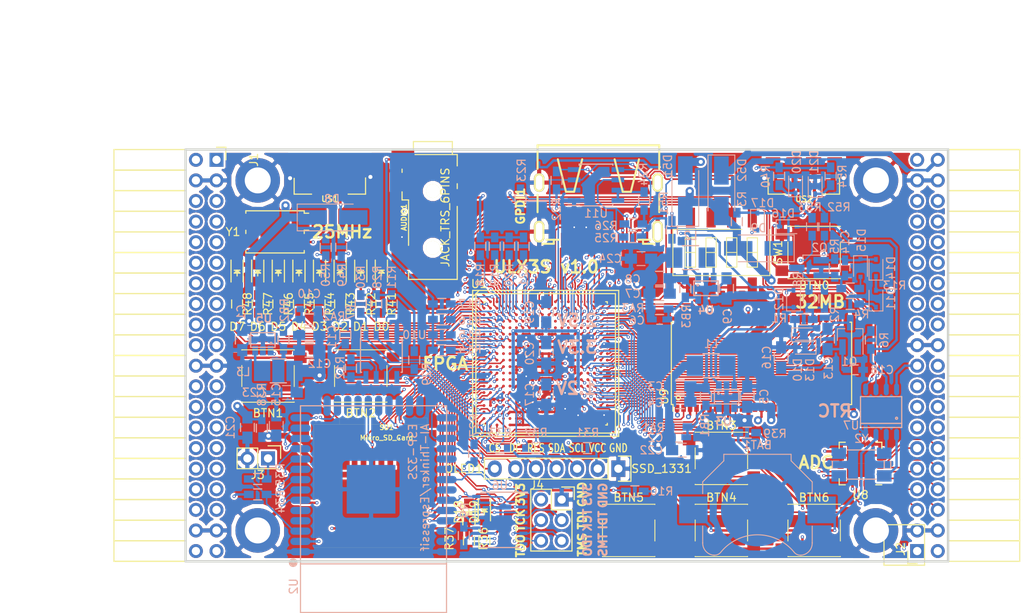
<source format=kicad_pcb>
(kicad_pcb (version 4) (host pcbnew 4.0.7+dfsg1-1)

  (general
    (links 680)
    (no_connects 0)
    (area 71.010001 43.48 197.572001 118.732339)
    (thickness 1.6)
    (drawings 27)
    (tracks 4062)
    (zones 0)
    (modules 150)
    (nets 236)
  )

  (page A4)
  (layers
    (0 F.Cu signal)
    (1 In1.Cu signal)
    (2 In2.Cu signal)
    (31 B.Cu signal)
    (32 B.Adhes user)
    (33 F.Adhes user)
    (34 B.Paste user)
    (35 F.Paste user)
    (36 B.SilkS user)
    (37 F.SilkS user)
    (38 B.Mask user)
    (39 F.Mask user)
    (40 Dwgs.User user)
    (41 Cmts.User user)
    (42 Eco1.User user)
    (43 Eco2.User user)
    (44 Edge.Cuts user)
    (45 Margin user)
    (46 B.CrtYd user)
    (47 F.CrtYd user)
    (48 B.Fab user)
    (49 F.Fab user)
  )

  (setup
    (last_trace_width 0.3)
    (trace_clearance 0.127)
    (zone_clearance 0.254)
    (zone_45_only no)
    (trace_min 0.127)
    (segment_width 0.2)
    (edge_width 0.2)
    (via_size 0.4)
    (via_drill 0.2)
    (via_min_size 0.4)
    (via_min_drill 0.2)
    (uvia_size 0.3)
    (uvia_drill 0.1)
    (uvias_allowed no)
    (uvia_min_size 0.2)
    (uvia_min_drill 0.1)
    (pcb_text_width 0.3)
    (pcb_text_size 1.5 1.5)
    (mod_edge_width 0.15)
    (mod_text_size 1 1)
    (mod_text_width 0.15)
    (pad_size 0.5 0.5)
    (pad_drill 0)
    (pad_to_mask_clearance 0.05)
    (aux_axis_origin 82.67 62.69)
    (grid_origin 86.48 79.2)
    (visible_elements 7FFFFFFF)
    (pcbplotparams
      (layerselection 0x310f0_80000007)
      (usegerberextensions true)
      (excludeedgelayer true)
      (linewidth 0.100000)
      (plotframeref false)
      (viasonmask false)
      (mode 1)
      (useauxorigin false)
      (hpglpennumber 1)
      (hpglpenspeed 20)
      (hpglpendiameter 15)
      (hpglpenoverlay 2)
      (psnegative false)
      (psa4output false)
      (plotreference true)
      (plotvalue true)
      (plotinvisibletext false)
      (padsonsilk false)
      (subtractmaskfromsilk false)
      (outputformat 1)
      (mirror false)
      (drillshape 0)
      (scaleselection 1)
      (outputdirectory plot))
  )

  (net 0 "")
  (net 1 GND)
  (net 2 +5V)
  (net 3 /gpio/IN5V)
  (net 4 /gpio/OUT5V)
  (net 5 +3V3)
  (net 6 "Net-(L1-Pad1)")
  (net 7 "Net-(L2-Pad1)")
  (net 8 +1V2)
  (net 9 BTN_D)
  (net 10 BTN_F1)
  (net 11 BTN_F2)
  (net 12 BTN_L)
  (net 13 BTN_R)
  (net 14 BTN_U)
  (net 15 /power/FB1)
  (net 16 +2V5)
  (net 17 "Net-(L3-Pad1)")
  (net 18 /power/PWREN)
  (net 19 /power/FB3)
  (net 20 /power/FB2)
  (net 21 "Net-(D9-Pad1)")
  (net 22 /power/VBAT)
  (net 23 JTAG_TDI)
  (net 24 JTAG_TCK)
  (net 25 JTAG_TMS)
  (net 26 JTAG_TDO)
  (net 27 /power/WAKEUPn)
  (net 28 /power/WKUP)
  (net 29 /power/SHUT)
  (net 30 /power/WAKE)
  (net 31 /power/HOLD)
  (net 32 /power/WKn)
  (net 33 /power/OSCI_32k)
  (net 34 /power/OSCO_32k)
  (net 35 "Net-(Q2-Pad3)")
  (net 36 SHUTDOWN)
  (net 37 /analog/AUDIO_L)
  (net 38 /analog/AUDIO_R)
  (net 39 GPDI_5V_SCL)
  (net 40 GPDI_5V_SDA)
  (net 41 GPDI_SDA)
  (net 42 GPDI_SCL)
  (net 43 /gpdi/VREF2)
  (net 44 SD_CMD)
  (net 45 SD_CLK)
  (net 46 SD_D0)
  (net 47 SD_D1)
  (net 48 USB5V)
  (net 49 GPDI_CEC)
  (net 50 nRESET)
  (net 51 FTDI_nDTR)
  (net 52 SDRAM_CKE)
  (net 53 SDRAM_A7)
  (net 54 SDRAM_D15)
  (net 55 SDRAM_BA1)
  (net 56 SDRAM_D7)
  (net 57 SDRAM_A6)
  (net 58 SDRAM_CLK)
  (net 59 SDRAM_D13)
  (net 60 SDRAM_BA0)
  (net 61 SDRAM_D6)
  (net 62 SDRAM_A5)
  (net 63 SDRAM_D14)
  (net 64 SDRAM_A11)
  (net 65 SDRAM_D12)
  (net 66 SDRAM_D5)
  (net 67 SDRAM_A4)
  (net 68 SDRAM_A10)
  (net 69 SDRAM_D11)
  (net 70 SDRAM_A3)
  (net 71 SDRAM_D4)
  (net 72 SDRAM_D10)
  (net 73 SDRAM_D9)
  (net 74 SDRAM_A9)
  (net 75 SDRAM_D3)
  (net 76 SDRAM_D8)
  (net 77 SDRAM_A8)
  (net 78 SDRAM_A2)
  (net 79 SDRAM_A1)
  (net 80 SDRAM_A0)
  (net 81 SDRAM_D2)
  (net 82 SDRAM_D1)
  (net 83 SDRAM_D0)
  (net 84 SDRAM_DQM0)
  (net 85 SDRAM_nCS)
  (net 86 SDRAM_nRAS)
  (net 87 SDRAM_DQM1)
  (net 88 SDRAM_nCAS)
  (net 89 SDRAM_nWE)
  (net 90 /flash/FLASH_nWP)
  (net 91 /flash/FLASH_nHOLD)
  (net 92 /flash/FLASH_MOSI)
  (net 93 /flash/FLASH_MISO)
  (net 94 /flash/FLASH_SCK)
  (net 95 /flash/FLASH_nCS)
  (net 96 /flash/FPGA_PROGRAMN)
  (net 97 /flash/FPGA_DONE)
  (net 98 /flash/FPGA_INITN)
  (net 99 OLED_RES)
  (net 100 OLED_DC)
  (net 101 OLED_CS)
  (net 102 WIFI_EN)
  (net 103 FTDI_nRTS)
  (net 104 FTDI_TXD)
  (net 105 FTDI_RXD)
  (net 106 WIFI_RXD)
  (net 107 WIFI_GPIO0)
  (net 108 WIFI_TXD)
  (net 109 GPDI_ETH-)
  (net 110 GPDI_ETH+)
  (net 111 GPDI_D2+)
  (net 112 GPDI_D2-)
  (net 113 GPDI_D1+)
  (net 114 GPDI_D1-)
  (net 115 GPDI_D0+)
  (net 116 GPDI_D0-)
  (net 117 GPDI_CLK+)
  (net 118 GPDI_CLK-)
  (net 119 USB_FTDI_D+)
  (net 120 USB_FTDI_D-)
  (net 121 J1_17-)
  (net 122 J1_17+)
  (net 123 J1_23-)
  (net 124 J1_23+)
  (net 125 J1_25-)
  (net 126 J1_25+)
  (net 127 J1_27-)
  (net 128 J1_27+)
  (net 129 J1_29-)
  (net 130 J1_29+)
  (net 131 J1_31-)
  (net 132 J1_31+)
  (net 133 J1_33-)
  (net 134 J1_33+)
  (net 135 J1_35-)
  (net 136 J1_35+)
  (net 137 J2_5-)
  (net 138 J2_5+)
  (net 139 J2_7-)
  (net 140 J2_7+)
  (net 141 J2_9-)
  (net 142 J2_9+)
  (net 143 J2_13-)
  (net 144 J2_13+)
  (net 145 J2_17-)
  (net 146 J2_17+)
  (net 147 J2_11-)
  (net 148 J2_11+)
  (net 149 J2_23-)
  (net 150 J2_23+)
  (net 151 J1_5-)
  (net 152 J1_5+)
  (net 153 J1_7-)
  (net 154 J1_7+)
  (net 155 J1_9-)
  (net 156 J1_9+)
  (net 157 J1_11-)
  (net 158 J1_11+)
  (net 159 J1_13-)
  (net 160 J1_13+)
  (net 161 J1_15-)
  (net 162 J1_15+)
  (net 163 J2_15-)
  (net 164 J2_15+)
  (net 165 J2_25-)
  (net 166 J2_25+)
  (net 167 J2_27-)
  (net 168 J2_27+)
  (net 169 J2_29-)
  (net 170 J2_29+)
  (net 171 J2_31-)
  (net 172 J2_31+)
  (net 173 J2_33-)
  (net 174 J2_33+)
  (net 175 J2_35-)
  (net 176 J2_35+)
  (net 177 SD_D3)
  (net 178 AUDIO_L3)
  (net 179 AUDIO_L2)
  (net 180 AUDIO_L1)
  (net 181 AUDIO_L0)
  (net 182 AUDIO_R3)
  (net 183 AUDIO_R2)
  (net 184 AUDIO_R1)
  (net 185 AUDIO_R0)
  (net 186 OLED_CLK)
  (net 187 OLED_MOSI)
  (net 188 LED0)
  (net 189 LED1)
  (net 190 LED2)
  (net 191 LED3)
  (net 192 LED4)
  (net 193 LED5)
  (net 194 LED6)
  (net 195 LED7)
  (net 196 BTN_PWRn)
  (net 197 "Net-(J3-Pad1)")
  (net 198 FTDI_nTXLED)
  (net 199 FTDI_nSLEEP)
  (net 200 /blinkey/LED_PWREN)
  (net 201 /blinkey/LED_TXLED)
  (net 202 FT3V3)
  (net 203 /sdcard/SD3V3)
  (net 204 SD_D2)
  (net 205 CLK_25MHz)
  (net 206 /blinkey/BTNPUL)
  (net 207 /blinkey/BTNPUR)
  (net 208 USB_FPGA_D+)
  (net 209 /power/FTDI_nSUSPEND)
  (net 210 /blinkey/ALED0)
  (net 211 /blinkey/ALED1)
  (net 212 /blinkey/ALED2)
  (net 213 /blinkey/ALED3)
  (net 214 /blinkey/ALED4)
  (net 215 /blinkey/ALED5)
  (net 216 /blinkey/ALED6)
  (net 217 /blinkey/ALED7)
  (net 218 /usb/FTD-)
  (net 219 /usb/FTD+)
  (net 220 ADC_MISO)
  (net 221 ADC_MOSI)
  (net 222 ADC_CSn)
  (net 223 ADC_SCLK)
  (net 224 "Net-(R51-Pad2)")
  (net 225 SW3)
  (net 226 SW2)
  (net 227 SW1)
  (net 228 SW0)
  (net 229 USB_FPGA_D-)
  (net 230 /usb/FPD+)
  (net 231 /usb/FPD-)
  (net 232 WIFI_GPIO16)
  (net 233 WIFI_GPIO15)
  (net 234 /usb/ANT_433MHz)
  (net 235 /power/PWRBTn)

  (net_class Default "This is the default net class."
    (clearance 0.127)
    (trace_width 0.3)
    (via_dia 0.4)
    (via_drill 0.2)
    (uvia_dia 0.3)
    (uvia_drill 0.1)
    (add_net +1V2)
    (add_net +2V5)
    (add_net +3V3)
    (add_net +5V)
    (add_net /analog/AUDIO_L)
    (add_net /analog/AUDIO_R)
    (add_net /blinkey/ALED0)
    (add_net /blinkey/ALED1)
    (add_net /blinkey/ALED2)
    (add_net /blinkey/ALED3)
    (add_net /blinkey/ALED4)
    (add_net /blinkey/ALED5)
    (add_net /blinkey/ALED6)
    (add_net /blinkey/ALED7)
    (add_net /blinkey/BTNPUL)
    (add_net /blinkey/BTNPUR)
    (add_net /blinkey/LED_PWREN)
    (add_net /blinkey/LED_TXLED)
    (add_net /gpdi/VREF2)
    (add_net /gpio/IN5V)
    (add_net /gpio/OUT5V)
    (add_net /power/FB1)
    (add_net /power/FB2)
    (add_net /power/FB3)
    (add_net /power/FTDI_nSUSPEND)
    (add_net /power/HOLD)
    (add_net /power/OSCI_32k)
    (add_net /power/OSCO_32k)
    (add_net /power/PWRBTn)
    (add_net /power/PWREN)
    (add_net /power/SHUT)
    (add_net /power/VBAT)
    (add_net /power/WAKE)
    (add_net /power/WAKEUPn)
    (add_net /power/WKUP)
    (add_net /power/WKn)
    (add_net /sdcard/SD3V3)
    (add_net /usb/ANT_433MHz)
    (add_net /usb/FPD+)
    (add_net /usb/FPD-)
    (add_net /usb/FTD+)
    (add_net /usb/FTD-)
    (add_net FT3V3)
    (add_net GND)
    (add_net "Net-(D9-Pad1)")
    (add_net "Net-(J3-Pad1)")
    (add_net "Net-(L1-Pad1)")
    (add_net "Net-(L2-Pad1)")
    (add_net "Net-(L3-Pad1)")
    (add_net "Net-(Q2-Pad3)")
    (add_net "Net-(R51-Pad2)")
    (add_net USB5V)
  )

  (net_class BGA ""
    (clearance 0.127)
    (trace_width 0.19)
    (via_dia 0.4)
    (via_drill 0.2)
    (uvia_dia 0.3)
    (uvia_drill 0.1)
    (add_net /flash/FLASH_MISO)
    (add_net /flash/FLASH_MOSI)
    (add_net /flash/FLASH_SCK)
    (add_net /flash/FLASH_nCS)
    (add_net /flash/FLASH_nHOLD)
    (add_net /flash/FLASH_nWP)
    (add_net /flash/FPGA_DONE)
    (add_net /flash/FPGA_INITN)
    (add_net /flash/FPGA_PROGRAMN)
    (add_net ADC_CSn)
    (add_net ADC_MISO)
    (add_net ADC_MOSI)
    (add_net ADC_SCLK)
    (add_net AUDIO_L0)
    (add_net AUDIO_L1)
    (add_net AUDIO_L2)
    (add_net AUDIO_L3)
    (add_net AUDIO_R0)
    (add_net AUDIO_R1)
    (add_net AUDIO_R2)
    (add_net AUDIO_R3)
    (add_net BTN_D)
    (add_net BTN_F1)
    (add_net BTN_F2)
    (add_net BTN_L)
    (add_net BTN_PWRn)
    (add_net BTN_R)
    (add_net BTN_U)
    (add_net CLK_25MHz)
    (add_net FTDI_RXD)
    (add_net FTDI_TXD)
    (add_net FTDI_nDTR)
    (add_net FTDI_nRTS)
    (add_net FTDI_nSLEEP)
    (add_net FTDI_nTXLED)
    (add_net GPDI_5V_SCL)
    (add_net GPDI_5V_SDA)
    (add_net GPDI_CEC)
    (add_net GPDI_CLK+)
    (add_net GPDI_CLK-)
    (add_net GPDI_D0+)
    (add_net GPDI_D0-)
    (add_net GPDI_D1+)
    (add_net GPDI_D1-)
    (add_net GPDI_D2+)
    (add_net GPDI_D2-)
    (add_net GPDI_ETH+)
    (add_net GPDI_ETH-)
    (add_net GPDI_SCL)
    (add_net GPDI_SDA)
    (add_net J1_11+)
    (add_net J1_11-)
    (add_net J1_13+)
    (add_net J1_13-)
    (add_net J1_15+)
    (add_net J1_15-)
    (add_net J1_17+)
    (add_net J1_17-)
    (add_net J1_23+)
    (add_net J1_23-)
    (add_net J1_25+)
    (add_net J1_25-)
    (add_net J1_27+)
    (add_net J1_27-)
    (add_net J1_29+)
    (add_net J1_29-)
    (add_net J1_31+)
    (add_net J1_31-)
    (add_net J1_33+)
    (add_net J1_33-)
    (add_net J1_35+)
    (add_net J1_35-)
    (add_net J1_5+)
    (add_net J1_5-)
    (add_net J1_7+)
    (add_net J1_7-)
    (add_net J1_9+)
    (add_net J1_9-)
    (add_net J2_11+)
    (add_net J2_11-)
    (add_net J2_13+)
    (add_net J2_13-)
    (add_net J2_15+)
    (add_net J2_15-)
    (add_net J2_17+)
    (add_net J2_17-)
    (add_net J2_23+)
    (add_net J2_23-)
    (add_net J2_25+)
    (add_net J2_25-)
    (add_net J2_27+)
    (add_net J2_27-)
    (add_net J2_29+)
    (add_net J2_29-)
    (add_net J2_31+)
    (add_net J2_31-)
    (add_net J2_33+)
    (add_net J2_33-)
    (add_net J2_35+)
    (add_net J2_35-)
    (add_net J2_5+)
    (add_net J2_5-)
    (add_net J2_7+)
    (add_net J2_7-)
    (add_net J2_9+)
    (add_net J2_9-)
    (add_net JTAG_TCK)
    (add_net JTAG_TDI)
    (add_net JTAG_TDO)
    (add_net JTAG_TMS)
    (add_net LED0)
    (add_net LED1)
    (add_net LED2)
    (add_net LED3)
    (add_net LED4)
    (add_net LED5)
    (add_net LED6)
    (add_net LED7)
    (add_net OLED_CLK)
    (add_net OLED_CS)
    (add_net OLED_DC)
    (add_net OLED_MOSI)
    (add_net OLED_RES)
    (add_net SDRAM_A0)
    (add_net SDRAM_A1)
    (add_net SDRAM_A10)
    (add_net SDRAM_A11)
    (add_net SDRAM_A2)
    (add_net SDRAM_A3)
    (add_net SDRAM_A4)
    (add_net SDRAM_A5)
    (add_net SDRAM_A6)
    (add_net SDRAM_A7)
    (add_net SDRAM_A8)
    (add_net SDRAM_A9)
    (add_net SDRAM_BA0)
    (add_net SDRAM_BA1)
    (add_net SDRAM_CKE)
    (add_net SDRAM_CLK)
    (add_net SDRAM_D0)
    (add_net SDRAM_D1)
    (add_net SDRAM_D10)
    (add_net SDRAM_D11)
    (add_net SDRAM_D12)
    (add_net SDRAM_D13)
    (add_net SDRAM_D14)
    (add_net SDRAM_D15)
    (add_net SDRAM_D2)
    (add_net SDRAM_D3)
    (add_net SDRAM_D4)
    (add_net SDRAM_D5)
    (add_net SDRAM_D6)
    (add_net SDRAM_D7)
    (add_net SDRAM_D8)
    (add_net SDRAM_D9)
    (add_net SDRAM_DQM0)
    (add_net SDRAM_DQM1)
    (add_net SDRAM_nCAS)
    (add_net SDRAM_nCS)
    (add_net SDRAM_nRAS)
    (add_net SDRAM_nWE)
    (add_net SD_CLK)
    (add_net SD_CMD)
    (add_net SD_D0)
    (add_net SD_D1)
    (add_net SD_D2)
    (add_net SD_D3)
    (add_net SHUTDOWN)
    (add_net SW0)
    (add_net SW1)
    (add_net SW2)
    (add_net SW3)
    (add_net USB_FPGA_D+)
    (add_net USB_FPGA_D-)
    (add_net USB_FTDI_D+)
    (add_net USB_FTDI_D-)
    (add_net WIFI_EN)
    (add_net WIFI_GPIO0)
    (add_net WIFI_GPIO15)
    (add_net WIFI_GPIO16)
    (add_net WIFI_RXD)
    (add_net WIFI_TXD)
    (add_net nRESET)
  )

  (net_class Minimal ""
    (clearance 0.127)
    (trace_width 0.127)
    (via_dia 0.4)
    (via_drill 0.2)
    (uvia_dia 0.3)
    (uvia_drill 0.1)
  )

  (module Diodes_SMD:D_SMA_Handsoldering (layer B.Cu) (tedit 59D564F6) (tstamp 59D3C50D)
    (at 155.695 66.5 90)
    (descr "Diode SMA (DO-214AC) Handsoldering")
    (tags "Diode SMA (DO-214AC) Handsoldering")
    (path /56AC389C/56AC483B)
    (attr smd)
    (fp_text reference D51 (at 3.048 -2.159 90) (layer B.SilkS)
      (effects (font (size 1 1) (thickness 0.15)) (justify mirror))
    )
    (fp_text value STPS2L30AF (at 0 -2.6 90) (layer B.Fab) hide
      (effects (font (size 1 1) (thickness 0.15)) (justify mirror))
    )
    (fp_text user %R (at 3.048 -2.159 90) (layer B.Fab) hide
      (effects (font (size 1 1) (thickness 0.15)) (justify mirror))
    )
    (fp_line (start -4.4 1.65) (end -4.4 -1.65) (layer B.SilkS) (width 0.12))
    (fp_line (start 2.3 -1.5) (end -2.3 -1.5) (layer B.Fab) (width 0.1))
    (fp_line (start -2.3 -1.5) (end -2.3 1.5) (layer B.Fab) (width 0.1))
    (fp_line (start 2.3 1.5) (end 2.3 -1.5) (layer B.Fab) (width 0.1))
    (fp_line (start 2.3 1.5) (end -2.3 1.5) (layer B.Fab) (width 0.1))
    (fp_line (start -4.5 1.75) (end 4.5 1.75) (layer B.CrtYd) (width 0.05))
    (fp_line (start 4.5 1.75) (end 4.5 -1.75) (layer B.CrtYd) (width 0.05))
    (fp_line (start 4.5 -1.75) (end -4.5 -1.75) (layer B.CrtYd) (width 0.05))
    (fp_line (start -4.5 -1.75) (end -4.5 1.75) (layer B.CrtYd) (width 0.05))
    (fp_line (start -0.64944 -0.00102) (end -1.55114 -0.00102) (layer B.Fab) (width 0.1))
    (fp_line (start 0.50118 -0.00102) (end 1.4994 -0.00102) (layer B.Fab) (width 0.1))
    (fp_line (start -0.64944 0.79908) (end -0.64944 -0.80112) (layer B.Fab) (width 0.1))
    (fp_line (start 0.50118 -0.75032) (end 0.50118 0.79908) (layer B.Fab) (width 0.1))
    (fp_line (start -0.64944 -0.00102) (end 0.50118 -0.75032) (layer B.Fab) (width 0.1))
    (fp_line (start -0.64944 -0.00102) (end 0.50118 0.79908) (layer B.Fab) (width 0.1))
    (fp_line (start -4.4 -1.65) (end 2.5 -1.65) (layer B.SilkS) (width 0.12))
    (fp_line (start -4.4 1.65) (end 2.5 1.65) (layer B.SilkS) (width 0.12))
    (pad 1 smd rect (at -2.5 0 90) (size 3.5 1.8) (layers B.Cu B.Paste B.Mask)
      (net 2 +5V))
    (pad 2 smd rect (at 2.5 0 90) (size 3.5 1.8) (layers B.Cu B.Paste B.Mask)
      (net 3 /gpio/IN5V))
    (model ${KISYS3DMOD}/Diodes_SMD.3dshapes/D_SMA.wrl
      (at (xyz 0 0 0))
      (scale (xyz 1 1 1))
      (rotate (xyz 0 0 0))
    )
  )

  (module Resistors_SMD:R_0603_HandSoldering (layer B.Cu) (tedit 58307AEF) (tstamp 595B8F7A)
    (at 154.044 71.326 90)
    (descr "Resistor SMD 0603, hand soldering")
    (tags "resistor 0603")
    (path /58D6547C/595B9C2F)
    (attr smd)
    (fp_text reference R51 (at 3.302 -1.016 90) (layer B.SilkS)
      (effects (font (size 1 1) (thickness 0.15)) (justify mirror))
    )
    (fp_text value 220 (at 3.556 -0.508 90) (layer B.Fab)
      (effects (font (size 1 1) (thickness 0.15)) (justify mirror))
    )
    (fp_line (start -0.8 -0.4) (end -0.8 0.4) (layer B.Fab) (width 0.1))
    (fp_line (start 0.8 -0.4) (end -0.8 -0.4) (layer B.Fab) (width 0.1))
    (fp_line (start 0.8 0.4) (end 0.8 -0.4) (layer B.Fab) (width 0.1))
    (fp_line (start -0.8 0.4) (end 0.8 0.4) (layer B.Fab) (width 0.1))
    (fp_line (start -2 0.8) (end 2 0.8) (layer B.CrtYd) (width 0.05))
    (fp_line (start -2 -0.8) (end 2 -0.8) (layer B.CrtYd) (width 0.05))
    (fp_line (start -2 0.8) (end -2 -0.8) (layer B.CrtYd) (width 0.05))
    (fp_line (start 2 0.8) (end 2 -0.8) (layer B.CrtYd) (width 0.05))
    (fp_line (start 0.5 -0.675) (end -0.5 -0.675) (layer B.SilkS) (width 0.15))
    (fp_line (start -0.5 0.675) (end 0.5 0.675) (layer B.SilkS) (width 0.15))
    (pad 1 smd rect (at -1.1 0 90) (size 1.2 0.9) (layers B.Cu B.Paste B.Mask)
      (net 5 +3V3))
    (pad 2 smd rect (at 1.1 0 90) (size 1.2 0.9) (layers B.Cu B.Paste B.Mask)
      (net 224 "Net-(R51-Pad2)"))
    (model Resistors_SMD.3dshapes/R_0603.wrl
      (at (xyz 0 0 0))
      (scale (xyz 1 1 1))
      (rotate (xyz 0 0 0))
    )
  )

  (module micro-sd:MicroSD_TF02D (layer F.Cu) (tedit 52721666) (tstamp 56A966AB)
    (at 116.87 110.52 180)
    (path /58DA7327/590C84AE)
    (fp_text reference SD1 (at -1.995 14.81 180) (layer F.SilkS)
      (effects (font (size 0.59944 0.59944) (thickness 0.12446)))
    )
    (fp_text value Micro_SD_Card (at -1.995 13.54 180) (layer F.SilkS)
      (effects (font (size 0.59944 0.59944) (thickness 0.12446)))
    )
    (fp_line (start 3.8 15.2) (end 3.8 16) (layer F.SilkS) (width 0.01016))
    (fp_line (start 3.8 16) (end -7 16) (layer F.SilkS) (width 0.01016))
    (fp_line (start -7 16) (end -7 15.2) (layer F.SilkS) (width 0.01016))
    (fp_line (start 7 0) (end 7 15.2) (layer F.SilkS) (width 0.01016))
    (fp_line (start 7 15.2) (end -7 15.2) (layer F.SilkS) (width 0.01016))
    (fp_line (start -7 15.2) (end -7 0) (layer F.SilkS) (width 0.01016))
    (fp_line (start -7 0) (end 7 0) (layer F.SilkS) (width 0.01016))
    (pad 1 smd rect (at 1.94 11 180) (size 0.7 1.8) (layers F.Cu F.Paste F.Mask)
      (net 204 SD_D2))
    (pad 2 smd rect (at 0.84 11 180) (size 0.7 1.8) (layers F.Cu F.Paste F.Mask)
      (net 177 SD_D3))
    (pad 3 smd rect (at -0.26 11 180) (size 0.7 1.8) (layers F.Cu F.Paste F.Mask)
      (net 44 SD_CMD))
    (pad 4 smd rect (at -1.36 11 180) (size 0.7 1.8) (layers F.Cu F.Paste F.Mask)
      (net 203 /sdcard/SD3V3))
    (pad 5 smd rect (at -2.46 11 180) (size 0.7 1.8) (layers F.Cu F.Paste F.Mask)
      (net 45 SD_CLK))
    (pad 6 smd rect (at -3.56 11 180) (size 0.7 1.8) (layers F.Cu F.Paste F.Mask)
      (net 1 GND))
    (pad 7 smd rect (at -4.66 11 180) (size 0.7 1.8) (layers F.Cu F.Paste F.Mask)
      (net 46 SD_D0))
    (pad 8 smd rect (at -5.76 11 180) (size 0.7 1.8) (layers F.Cu F.Paste F.Mask)
      (net 47 SD_D1))
    (pad S smd rect (at -5.05 0.4 180) (size 1.6 1.4) (layers F.Cu F.Paste F.Mask))
    (pad S smd rect (at 0.75 0.4 180) (size 1.8 1.4) (layers F.Cu F.Paste F.Mask))
    (pad G smd rect (at -7.45 13.55 180) (size 1.4 1.9) (layers F.Cu F.Paste F.Mask))
    (pad G smd rect (at 6.6 14.55 180) (size 1.4 1.9) (layers F.Cu F.Paste F.Mask))
  )

  (module Resistors_SMD:R_1210_HandSoldering (layer B.Cu) (tedit 58307C8D) (tstamp 58D58A37)
    (at 158.87 88.09 180)
    (descr "Resistor SMD 1210, hand soldering")
    (tags "resistor 1210")
    (path /58D51CAD/58D59D36)
    (attr smd)
    (fp_text reference L1 (at 0 2.7 180) (layer B.SilkS)
      (effects (font (size 1 1) (thickness 0.15)) (justify mirror))
    )
    (fp_text value 2.2uH (at 0 2.032 180) (layer B.Fab)
      (effects (font (size 1 1) (thickness 0.15)) (justify mirror))
    )
    (fp_line (start -1.6 -1.25) (end -1.6 1.25) (layer B.Fab) (width 0.1))
    (fp_line (start 1.6 -1.25) (end -1.6 -1.25) (layer B.Fab) (width 0.1))
    (fp_line (start 1.6 1.25) (end 1.6 -1.25) (layer B.Fab) (width 0.1))
    (fp_line (start -1.6 1.25) (end 1.6 1.25) (layer B.Fab) (width 0.1))
    (fp_line (start -3.3 1.6) (end 3.3 1.6) (layer B.CrtYd) (width 0.05))
    (fp_line (start -3.3 -1.6) (end 3.3 -1.6) (layer B.CrtYd) (width 0.05))
    (fp_line (start -3.3 1.6) (end -3.3 -1.6) (layer B.CrtYd) (width 0.05))
    (fp_line (start 3.3 1.6) (end 3.3 -1.6) (layer B.CrtYd) (width 0.05))
    (fp_line (start 1 -1.475) (end -1 -1.475) (layer B.SilkS) (width 0.15))
    (fp_line (start -1 1.475) (end 1 1.475) (layer B.SilkS) (width 0.15))
    (pad 1 smd rect (at -2 0 180) (size 2 2.5) (layers B.Cu B.Paste B.Mask)
      (net 6 "Net-(L1-Pad1)"))
    (pad 2 smd rect (at 2 0 180) (size 2 2.5) (layers B.Cu B.Paste B.Mask)
      (net 8 +1V2))
    (model Inductors_SMD.3dshapes/L_1210.wrl
      (at (xyz 0 0 0))
      (scale (xyz 1 1 1))
      (rotate (xyz 0 0 0))
    )
  )

  (module TSOT-25:TSOT-25 (layer B.Cu) (tedit 59CD7E8F) (tstamp 58D5976E)
    (at 160.775 91.9)
    (path /58D51CAD/58D58840)
    (fp_text reference U3 (at -0.381 3.048) (layer B.SilkS)
      (effects (font (size 1 1) (thickness 0.2)) (justify mirror))
    )
    (fp_text value AP3429A (at 0 2.286) (layer B.Fab)
      (effects (font (size 0.4 0.4) (thickness 0.1)) (justify mirror))
    )
    (fp_circle (center -1 -0.4) (end -0.95 -0.5) (layer B.SilkS) (width 0.15))
    (fp_line (start -1.5 0.9) (end 1.5 0.9) (layer B.SilkS) (width 0.15))
    (fp_line (start 1.5 0.9) (end 1.5 -0.9) (layer B.SilkS) (width 0.15))
    (fp_line (start 1.5 -0.9) (end -1.5 -0.9) (layer B.SilkS) (width 0.15))
    (fp_line (start -1.5 -0.9) (end -1.5 0.9) (layer B.SilkS) (width 0.15))
    (pad 1 smd rect (at -0.95 -1.3) (size 0.7 1.2) (layers B.Cu B.Paste B.Mask)
      (net 18 /power/PWREN))
    (pad 2 smd rect (at 0 -1.3) (size 0.7 1.2) (layers B.Cu B.Paste B.Mask)
      (net 1 GND))
    (pad 3 smd rect (at 0.95 -1.3) (size 0.7 1.2) (layers B.Cu B.Paste B.Mask)
      (net 6 "Net-(L1-Pad1)"))
    (pad 4 smd rect (at 0.95 1.3) (size 0.7 1.2) (layers B.Cu B.Paste B.Mask)
      (net 2 +5V))
    (pad 5 smd rect (at -0.95 1.3) (size 0.7 1.2) (layers B.Cu B.Paste B.Mask)
      (net 15 /power/FB1))
    (model TO_SOT_Packages_SMD.3dshapes/SOT-23-5.wrl
      (at (xyz 0 0 0))
      (scale (xyz 1 1 1))
      (rotate (xyz 0 0 -90))
    )
  )

  (module Resistors_SMD:R_1210_HandSoldering (layer B.Cu) (tedit 58307C8D) (tstamp 58D599B2)
    (at 156.33 74.755 180)
    (descr "Resistor SMD 1210, hand soldering")
    (tags "resistor 1210")
    (path /58D51CAD/58D62964)
    (attr smd)
    (fp_text reference L2 (at 0 2.7 180) (layer B.SilkS)
      (effects (font (size 1 1) (thickness 0.15)) (justify mirror))
    )
    (fp_text value 2.2uH (at -1.016 2.159 180) (layer B.Fab)
      (effects (font (size 1 1) (thickness 0.15)) (justify mirror))
    )
    (fp_line (start -1.6 -1.25) (end -1.6 1.25) (layer B.Fab) (width 0.1))
    (fp_line (start 1.6 -1.25) (end -1.6 -1.25) (layer B.Fab) (width 0.1))
    (fp_line (start 1.6 1.25) (end 1.6 -1.25) (layer B.Fab) (width 0.1))
    (fp_line (start -1.6 1.25) (end 1.6 1.25) (layer B.Fab) (width 0.1))
    (fp_line (start -3.3 1.6) (end 3.3 1.6) (layer B.CrtYd) (width 0.05))
    (fp_line (start -3.3 -1.6) (end 3.3 -1.6) (layer B.CrtYd) (width 0.05))
    (fp_line (start -3.3 1.6) (end -3.3 -1.6) (layer B.CrtYd) (width 0.05))
    (fp_line (start 3.3 1.6) (end 3.3 -1.6) (layer B.CrtYd) (width 0.05))
    (fp_line (start 1 -1.475) (end -1 -1.475) (layer B.SilkS) (width 0.15))
    (fp_line (start -1 1.475) (end 1 1.475) (layer B.SilkS) (width 0.15))
    (pad 1 smd rect (at -2 0 180) (size 2 2.5) (layers B.Cu B.Paste B.Mask)
      (net 7 "Net-(L2-Pad1)"))
    (pad 2 smd rect (at 2 0 180) (size 2 2.5) (layers B.Cu B.Paste B.Mask)
      (net 5 +3V3))
    (model Inductors_SMD.3dshapes/L_1210.wrl
      (at (xyz 0 0 0))
      (scale (xyz 1 1 1))
      (rotate (xyz 0 0 0))
    )
  )

  (module TSOT-25:TSOT-25 (layer B.Cu) (tedit 59CD7E82) (tstamp 58D599CD)
    (at 158.235 78.535)
    (path /58D51CAD/58D62946)
    (fp_text reference U4 (at 0 2.697) (layer B.SilkS)
      (effects (font (size 1 1) (thickness 0.2)) (justify mirror))
    )
    (fp_text value AP3429A (at 0 2.443) (layer B.Fab)
      (effects (font (size 0.4 0.4) (thickness 0.1)) (justify mirror))
    )
    (fp_circle (center -1 -0.4) (end -0.95 -0.5) (layer B.SilkS) (width 0.15))
    (fp_line (start -1.5 0.9) (end 1.5 0.9) (layer B.SilkS) (width 0.15))
    (fp_line (start 1.5 0.9) (end 1.5 -0.9) (layer B.SilkS) (width 0.15))
    (fp_line (start 1.5 -0.9) (end -1.5 -0.9) (layer B.SilkS) (width 0.15))
    (fp_line (start -1.5 -0.9) (end -1.5 0.9) (layer B.SilkS) (width 0.15))
    (pad 1 smd rect (at -0.95 -1.3) (size 0.7 1.2) (layers B.Cu B.Paste B.Mask)
      (net 18 /power/PWREN))
    (pad 2 smd rect (at 0 -1.3) (size 0.7 1.2) (layers B.Cu B.Paste B.Mask)
      (net 1 GND))
    (pad 3 smd rect (at 0.95 -1.3) (size 0.7 1.2) (layers B.Cu B.Paste B.Mask)
      (net 7 "Net-(L2-Pad1)"))
    (pad 4 smd rect (at 0.95 1.3) (size 0.7 1.2) (layers B.Cu B.Paste B.Mask)
      (net 2 +5V))
    (pad 5 smd rect (at -0.95 1.3) (size 0.7 1.2) (layers B.Cu B.Paste B.Mask)
      (net 19 /power/FB3))
    (model TO_SOT_Packages_SMD.3dshapes/SOT-23-5.wrl
      (at (xyz 0 0 0))
      (scale (xyz 1 1 1))
      (rotate (xyz 0 0 -90))
    )
  )

  (module LEDs:LED_0805 (layer F.Cu) (tedit 59CCC657) (tstamp 58D659BC)
    (at 118.23 76.66 270)
    (descr "LED 0805 smd package")
    (tags "LED 0805 SMD")
    (path /58D6547C/58D66570)
    (attr smd)
    (fp_text reference D0 (at 6.604 0 360) (layer F.SilkS)
      (effects (font (size 1 1) (thickness 0.15)))
    )
    (fp_text value LED (at -2.794 0 270) (layer F.Fab) hide
      (effects (font (size 1 1) (thickness 0.15)))
    )
    (fp_line (start -0.4 -0.3) (end -0.4 0.3) (layer F.Fab) (width 0.15))
    (fp_line (start -0.3 0) (end 0 -0.3) (layer F.Fab) (width 0.15))
    (fp_line (start 0 0.3) (end -0.3 0) (layer F.Fab) (width 0.15))
    (fp_line (start 0 -0.3) (end 0 0.3) (layer F.Fab) (width 0.15))
    (fp_line (start 1 -0.6) (end -1 -0.6) (layer F.Fab) (width 0.15))
    (fp_line (start 1 0.6) (end 1 -0.6) (layer F.Fab) (width 0.15))
    (fp_line (start -1 0.6) (end 1 0.6) (layer F.Fab) (width 0.15))
    (fp_line (start -1 -0.6) (end -1 0.6) (layer F.Fab) (width 0.15))
    (fp_line (start -1.6 0.75) (end 1.1 0.75) (layer F.SilkS) (width 0.15))
    (fp_line (start -1.6 -0.75) (end 1.1 -0.75) (layer F.SilkS) (width 0.15))
    (fp_line (start -0.1 0.15) (end -0.1 -0.1) (layer F.SilkS) (width 0.15))
    (fp_line (start -0.1 -0.1) (end -0.25 0.05) (layer F.SilkS) (width 0.15))
    (fp_line (start -0.35 -0.35) (end -0.35 0.35) (layer F.SilkS) (width 0.15))
    (fp_line (start 0 0) (end 0.35 0) (layer F.SilkS) (width 0.15))
    (fp_line (start -0.35 0) (end 0 -0.35) (layer F.SilkS) (width 0.15))
    (fp_line (start 0 -0.35) (end 0 0.35) (layer F.SilkS) (width 0.15))
    (fp_line (start 0 0.35) (end -0.35 0) (layer F.SilkS) (width 0.15))
    (fp_line (start 1.9 -0.95) (end 1.9 0.95) (layer F.CrtYd) (width 0.05))
    (fp_line (start 1.9 0.95) (end -1.9 0.95) (layer F.CrtYd) (width 0.05))
    (fp_line (start -1.9 0.95) (end -1.9 -0.95) (layer F.CrtYd) (width 0.05))
    (fp_line (start -1.9 -0.95) (end 1.9 -0.95) (layer F.CrtYd) (width 0.05))
    (pad 2 smd rect (at 1.04902 0 90) (size 1.19888 1.19888) (layers F.Cu F.Paste F.Mask)
      (net 210 /blinkey/ALED0))
    (pad 1 smd rect (at -1.04902 0 90) (size 1.19888 1.19888) (layers F.Cu F.Paste F.Mask)
      (net 1 GND))
    (model LEDs.3dshapes/LED_0805.wrl
      (at (xyz 0 0 0))
      (scale (xyz 1 1 1))
      (rotate (xyz 0 0 0))
    )
  )

  (module LEDs:LED_0805 (layer F.Cu) (tedit 59CCC647) (tstamp 58D659C2)
    (at 115.69 76.66 270)
    (descr "LED 0805 smd package")
    (tags "LED 0805 SMD")
    (path /58D6547C/58D66620)
    (attr smd)
    (fp_text reference D1 (at 6.604 0 360) (layer F.SilkS)
      (effects (font (size 1 1) (thickness 0.15)))
    )
    (fp_text value LED (at -2.794 0 270) (layer F.Fab) hide
      (effects (font (size 1 1) (thickness 0.15)))
    )
    (fp_line (start -0.4 -0.3) (end -0.4 0.3) (layer F.Fab) (width 0.15))
    (fp_line (start -0.3 0) (end 0 -0.3) (layer F.Fab) (width 0.15))
    (fp_line (start 0 0.3) (end -0.3 0) (layer F.Fab) (width 0.15))
    (fp_line (start 0 -0.3) (end 0 0.3) (layer F.Fab) (width 0.15))
    (fp_line (start 1 -0.6) (end -1 -0.6) (layer F.Fab) (width 0.15))
    (fp_line (start 1 0.6) (end 1 -0.6) (layer F.Fab) (width 0.15))
    (fp_line (start -1 0.6) (end 1 0.6) (layer F.Fab) (width 0.15))
    (fp_line (start -1 -0.6) (end -1 0.6) (layer F.Fab) (width 0.15))
    (fp_line (start -1.6 0.75) (end 1.1 0.75) (layer F.SilkS) (width 0.15))
    (fp_line (start -1.6 -0.75) (end 1.1 -0.75) (layer F.SilkS) (width 0.15))
    (fp_line (start -0.1 0.15) (end -0.1 -0.1) (layer F.SilkS) (width 0.15))
    (fp_line (start -0.1 -0.1) (end -0.25 0.05) (layer F.SilkS) (width 0.15))
    (fp_line (start -0.35 -0.35) (end -0.35 0.35) (layer F.SilkS) (width 0.15))
    (fp_line (start 0 0) (end 0.35 0) (layer F.SilkS) (width 0.15))
    (fp_line (start -0.35 0) (end 0 -0.35) (layer F.SilkS) (width 0.15))
    (fp_line (start 0 -0.35) (end 0 0.35) (layer F.SilkS) (width 0.15))
    (fp_line (start 0 0.35) (end -0.35 0) (layer F.SilkS) (width 0.15))
    (fp_line (start 1.9 -0.95) (end 1.9 0.95) (layer F.CrtYd) (width 0.05))
    (fp_line (start 1.9 0.95) (end -1.9 0.95) (layer F.CrtYd) (width 0.05))
    (fp_line (start -1.9 0.95) (end -1.9 -0.95) (layer F.CrtYd) (width 0.05))
    (fp_line (start -1.9 -0.95) (end 1.9 -0.95) (layer F.CrtYd) (width 0.05))
    (pad 2 smd rect (at 1.04902 0 90) (size 1.19888 1.19888) (layers F.Cu F.Paste F.Mask)
      (net 211 /blinkey/ALED1))
    (pad 1 smd rect (at -1.04902 0 90) (size 1.19888 1.19888) (layers F.Cu F.Paste F.Mask)
      (net 1 GND))
    (model LEDs.3dshapes/LED_0805.wrl
      (at (xyz 0 0 0))
      (scale (xyz 1 1 1))
      (rotate (xyz 0 0 0))
    )
  )

  (module LEDs:LED_0805 (layer F.Cu) (tedit 59CCC63D) (tstamp 58D659C8)
    (at 113.15 76.66 270)
    (descr "LED 0805 smd package")
    (tags "LED 0805 SMD")
    (path /58D6547C/58D666C3)
    (attr smd)
    (fp_text reference D2 (at 6.604 0 360) (layer F.SilkS)
      (effects (font (size 1 1) (thickness 0.15)))
    )
    (fp_text value LED (at -2.794 0 270) (layer F.Fab) hide
      (effects (font (size 1 1) (thickness 0.15)))
    )
    (fp_line (start -0.4 -0.3) (end -0.4 0.3) (layer F.Fab) (width 0.15))
    (fp_line (start -0.3 0) (end 0 -0.3) (layer F.Fab) (width 0.15))
    (fp_line (start 0 0.3) (end -0.3 0) (layer F.Fab) (width 0.15))
    (fp_line (start 0 -0.3) (end 0 0.3) (layer F.Fab) (width 0.15))
    (fp_line (start 1 -0.6) (end -1 -0.6) (layer F.Fab) (width 0.15))
    (fp_line (start 1 0.6) (end 1 -0.6) (layer F.Fab) (width 0.15))
    (fp_line (start -1 0.6) (end 1 0.6) (layer F.Fab) (width 0.15))
    (fp_line (start -1 -0.6) (end -1 0.6) (layer F.Fab) (width 0.15))
    (fp_line (start -1.6 0.75) (end 1.1 0.75) (layer F.SilkS) (width 0.15))
    (fp_line (start -1.6 -0.75) (end 1.1 -0.75) (layer F.SilkS) (width 0.15))
    (fp_line (start -0.1 0.15) (end -0.1 -0.1) (layer F.SilkS) (width 0.15))
    (fp_line (start -0.1 -0.1) (end -0.25 0.05) (layer F.SilkS) (width 0.15))
    (fp_line (start -0.35 -0.35) (end -0.35 0.35) (layer F.SilkS) (width 0.15))
    (fp_line (start 0 0) (end 0.35 0) (layer F.SilkS) (width 0.15))
    (fp_line (start -0.35 0) (end 0 -0.35) (layer F.SilkS) (width 0.15))
    (fp_line (start 0 -0.35) (end 0 0.35) (layer F.SilkS) (width 0.15))
    (fp_line (start 0 0.35) (end -0.35 0) (layer F.SilkS) (width 0.15))
    (fp_line (start 1.9 -0.95) (end 1.9 0.95) (layer F.CrtYd) (width 0.05))
    (fp_line (start 1.9 0.95) (end -1.9 0.95) (layer F.CrtYd) (width 0.05))
    (fp_line (start -1.9 0.95) (end -1.9 -0.95) (layer F.CrtYd) (width 0.05))
    (fp_line (start -1.9 -0.95) (end 1.9 -0.95) (layer F.CrtYd) (width 0.05))
    (pad 2 smd rect (at 1.04902 0 90) (size 1.19888 1.19888) (layers F.Cu F.Paste F.Mask)
      (net 212 /blinkey/ALED2))
    (pad 1 smd rect (at -1.04902 0 90) (size 1.19888 1.19888) (layers F.Cu F.Paste F.Mask)
      (net 1 GND))
    (model LEDs.3dshapes/LED_0805.wrl
      (at (xyz 0 0 0))
      (scale (xyz 1 1 1))
      (rotate (xyz 0 0 0))
    )
  )

  (module LEDs:LED_0805 (layer F.Cu) (tedit 59CCC636) (tstamp 58D659CE)
    (at 110.61 76.66 270)
    (descr "LED 0805 smd package")
    (tags "LED 0805 SMD")
    (path /58D6547C/58D66733)
    (attr smd)
    (fp_text reference D3 (at 6.604 0 360) (layer F.SilkS)
      (effects (font (size 1 1) (thickness 0.15)))
    )
    (fp_text value LED (at -2.794 0 270) (layer F.Fab) hide
      (effects (font (size 1 1) (thickness 0.15)))
    )
    (fp_line (start -0.4 -0.3) (end -0.4 0.3) (layer F.Fab) (width 0.15))
    (fp_line (start -0.3 0) (end 0 -0.3) (layer F.Fab) (width 0.15))
    (fp_line (start 0 0.3) (end -0.3 0) (layer F.Fab) (width 0.15))
    (fp_line (start 0 -0.3) (end 0 0.3) (layer F.Fab) (width 0.15))
    (fp_line (start 1 -0.6) (end -1 -0.6) (layer F.Fab) (width 0.15))
    (fp_line (start 1 0.6) (end 1 -0.6) (layer F.Fab) (width 0.15))
    (fp_line (start -1 0.6) (end 1 0.6) (layer F.Fab) (width 0.15))
    (fp_line (start -1 -0.6) (end -1 0.6) (layer F.Fab) (width 0.15))
    (fp_line (start -1.6 0.75) (end 1.1 0.75) (layer F.SilkS) (width 0.15))
    (fp_line (start -1.6 -0.75) (end 1.1 -0.75) (layer F.SilkS) (width 0.15))
    (fp_line (start -0.1 0.15) (end -0.1 -0.1) (layer F.SilkS) (width 0.15))
    (fp_line (start -0.1 -0.1) (end -0.25 0.05) (layer F.SilkS) (width 0.15))
    (fp_line (start -0.35 -0.35) (end -0.35 0.35) (layer F.SilkS) (width 0.15))
    (fp_line (start 0 0) (end 0.35 0) (layer F.SilkS) (width 0.15))
    (fp_line (start -0.35 0) (end 0 -0.35) (layer F.SilkS) (width 0.15))
    (fp_line (start 0 -0.35) (end 0 0.35) (layer F.SilkS) (width 0.15))
    (fp_line (start 0 0.35) (end -0.35 0) (layer F.SilkS) (width 0.15))
    (fp_line (start 1.9 -0.95) (end 1.9 0.95) (layer F.CrtYd) (width 0.05))
    (fp_line (start 1.9 0.95) (end -1.9 0.95) (layer F.CrtYd) (width 0.05))
    (fp_line (start -1.9 0.95) (end -1.9 -0.95) (layer F.CrtYd) (width 0.05))
    (fp_line (start -1.9 -0.95) (end 1.9 -0.95) (layer F.CrtYd) (width 0.05))
    (pad 2 smd rect (at 1.04902 0 90) (size 1.19888 1.19888) (layers F.Cu F.Paste F.Mask)
      (net 213 /blinkey/ALED3))
    (pad 1 smd rect (at -1.04902 0 90) (size 1.19888 1.19888) (layers F.Cu F.Paste F.Mask)
      (net 1 GND))
    (model LEDs.3dshapes/LED_0805.wrl
      (at (xyz 0 0 0))
      (scale (xyz 1 1 1))
      (rotate (xyz 0 0 0))
    )
    (model Resistors_SMD.3dshapes/R_0603.wrl
      (at (xyz 0 0 0))
      (scale (xyz 1 1 1))
      (rotate (xyz 0 0 0))
    )
  )

  (module LEDs:LED_0805 (layer F.Cu) (tedit 59CCC62D) (tstamp 58D659D4)
    (at 108.07 76.66 270)
    (descr "LED 0805 smd package")
    (tags "LED 0805 SMD")
    (path /58D6547C/58D6688F)
    (attr smd)
    (fp_text reference D4 (at 6.604 0 360) (layer F.SilkS)
      (effects (font (size 1 1) (thickness 0.15)))
    )
    (fp_text value LED (at -2.794 0 270) (layer F.Fab) hide
      (effects (font (size 1 1) (thickness 0.15)))
    )
    (fp_line (start -0.4 -0.3) (end -0.4 0.3) (layer F.Fab) (width 0.15))
    (fp_line (start -0.3 0) (end 0 -0.3) (layer F.Fab) (width 0.15))
    (fp_line (start 0 0.3) (end -0.3 0) (layer F.Fab) (width 0.15))
    (fp_line (start 0 -0.3) (end 0 0.3) (layer F.Fab) (width 0.15))
    (fp_line (start 1 -0.6) (end -1 -0.6) (layer F.Fab) (width 0.15))
    (fp_line (start 1 0.6) (end 1 -0.6) (layer F.Fab) (width 0.15))
    (fp_line (start -1 0.6) (end 1 0.6) (layer F.Fab) (width 0.15))
    (fp_line (start -1 -0.6) (end -1 0.6) (layer F.Fab) (width 0.15))
    (fp_line (start -1.6 0.75) (end 1.1 0.75) (layer F.SilkS) (width 0.15))
    (fp_line (start -1.6 -0.75) (end 1.1 -0.75) (layer F.SilkS) (width 0.15))
    (fp_line (start -0.1 0.15) (end -0.1 -0.1) (layer F.SilkS) (width 0.15))
    (fp_line (start -0.1 -0.1) (end -0.25 0.05) (layer F.SilkS) (width 0.15))
    (fp_line (start -0.35 -0.35) (end -0.35 0.35) (layer F.SilkS) (width 0.15))
    (fp_line (start 0 0) (end 0.35 0) (layer F.SilkS) (width 0.15))
    (fp_line (start -0.35 0) (end 0 -0.35) (layer F.SilkS) (width 0.15))
    (fp_line (start 0 -0.35) (end 0 0.35) (layer F.SilkS) (width 0.15))
    (fp_line (start 0 0.35) (end -0.35 0) (layer F.SilkS) (width 0.15))
    (fp_line (start 1.9 -0.95) (end 1.9 0.95) (layer F.CrtYd) (width 0.05))
    (fp_line (start 1.9 0.95) (end -1.9 0.95) (layer F.CrtYd) (width 0.05))
    (fp_line (start -1.9 0.95) (end -1.9 -0.95) (layer F.CrtYd) (width 0.05))
    (fp_line (start -1.9 -0.95) (end 1.9 -0.95) (layer F.CrtYd) (width 0.05))
    (pad 2 smd rect (at 1.04902 0 90) (size 1.19888 1.19888) (layers F.Cu F.Paste F.Mask)
      (net 214 /blinkey/ALED4))
    (pad 1 smd rect (at -1.04902 0 90) (size 1.19888 1.19888) (layers F.Cu F.Paste F.Mask)
      (net 1 GND))
    (model LEDs.3dshapes/LED_0805.wrl
      (at (xyz 0 0 0))
      (scale (xyz 1 1 1))
      (rotate (xyz 0 0 0))
    )
  )

  (module LEDs:LED_0805 (layer F.Cu) (tedit 59CCC627) (tstamp 58D659DA)
    (at 105.53 76.66 270)
    (descr "LED 0805 smd package")
    (tags "LED 0805 SMD")
    (path /58D6547C/58D66895)
    (attr smd)
    (fp_text reference D5 (at 6.604 0 360) (layer F.SilkS)
      (effects (font (size 1 1) (thickness 0.15)))
    )
    (fp_text value LED (at -2.794 0 270) (layer F.Fab) hide
      (effects (font (size 1 1) (thickness 0.15)))
    )
    (fp_line (start -0.4 -0.3) (end -0.4 0.3) (layer F.Fab) (width 0.15))
    (fp_line (start -0.3 0) (end 0 -0.3) (layer F.Fab) (width 0.15))
    (fp_line (start 0 0.3) (end -0.3 0) (layer F.Fab) (width 0.15))
    (fp_line (start 0 -0.3) (end 0 0.3) (layer F.Fab) (width 0.15))
    (fp_line (start 1 -0.6) (end -1 -0.6) (layer F.Fab) (width 0.15))
    (fp_line (start 1 0.6) (end 1 -0.6) (layer F.Fab) (width 0.15))
    (fp_line (start -1 0.6) (end 1 0.6) (layer F.Fab) (width 0.15))
    (fp_line (start -1 -0.6) (end -1 0.6) (layer F.Fab) (width 0.15))
    (fp_line (start -1.6 0.75) (end 1.1 0.75) (layer F.SilkS) (width 0.15))
    (fp_line (start -1.6 -0.75) (end 1.1 -0.75) (layer F.SilkS) (width 0.15))
    (fp_line (start -0.1 0.15) (end -0.1 -0.1) (layer F.SilkS) (width 0.15))
    (fp_line (start -0.1 -0.1) (end -0.25 0.05) (layer F.SilkS) (width 0.15))
    (fp_line (start -0.35 -0.35) (end -0.35 0.35) (layer F.SilkS) (width 0.15))
    (fp_line (start 0 0) (end 0.35 0) (layer F.SilkS) (width 0.15))
    (fp_line (start -0.35 0) (end 0 -0.35) (layer F.SilkS) (width 0.15))
    (fp_line (start 0 -0.35) (end 0 0.35) (layer F.SilkS) (width 0.15))
    (fp_line (start 0 0.35) (end -0.35 0) (layer F.SilkS) (width 0.15))
    (fp_line (start 1.9 -0.95) (end 1.9 0.95) (layer F.CrtYd) (width 0.05))
    (fp_line (start 1.9 0.95) (end -1.9 0.95) (layer F.CrtYd) (width 0.05))
    (fp_line (start -1.9 0.95) (end -1.9 -0.95) (layer F.CrtYd) (width 0.05))
    (fp_line (start -1.9 -0.95) (end 1.9 -0.95) (layer F.CrtYd) (width 0.05))
    (pad 2 smd rect (at 1.04902 0 90) (size 1.19888 1.19888) (layers F.Cu F.Paste F.Mask)
      (net 215 /blinkey/ALED5))
    (pad 1 smd rect (at -1.04902 0 90) (size 1.19888 1.19888) (layers F.Cu F.Paste F.Mask)
      (net 1 GND))
    (model LEDs.3dshapes/LED_0805.wrl
      (at (xyz 0 0 0))
      (scale (xyz 1 1 1))
      (rotate (xyz 0 0 0))
    )
  )

  (module LEDs:LED_0805 (layer F.Cu) (tedit 59CCC61E) (tstamp 58D659E0)
    (at 102.99 76.66 270)
    (descr "LED 0805 smd package")
    (tags "LED 0805 SMD")
    (path /58D6547C/58D6689B)
    (attr smd)
    (fp_text reference D6 (at 6.604 0 360) (layer F.SilkS)
      (effects (font (size 1 1) (thickness 0.15)))
    )
    (fp_text value LED (at -2.794 0 270) (layer F.Fab) hide
      (effects (font (size 1 1) (thickness 0.15)))
    )
    (fp_line (start -0.4 -0.3) (end -0.4 0.3) (layer F.Fab) (width 0.15))
    (fp_line (start -0.3 0) (end 0 -0.3) (layer F.Fab) (width 0.15))
    (fp_line (start 0 0.3) (end -0.3 0) (layer F.Fab) (width 0.15))
    (fp_line (start 0 -0.3) (end 0 0.3) (layer F.Fab) (width 0.15))
    (fp_line (start 1 -0.6) (end -1 -0.6) (layer F.Fab) (width 0.15))
    (fp_line (start 1 0.6) (end 1 -0.6) (layer F.Fab) (width 0.15))
    (fp_line (start -1 0.6) (end 1 0.6) (layer F.Fab) (width 0.15))
    (fp_line (start -1 -0.6) (end -1 0.6) (layer F.Fab) (width 0.15))
    (fp_line (start -1.6 0.75) (end 1.1 0.75) (layer F.SilkS) (width 0.15))
    (fp_line (start -1.6 -0.75) (end 1.1 -0.75) (layer F.SilkS) (width 0.15))
    (fp_line (start -0.1 0.15) (end -0.1 -0.1) (layer F.SilkS) (width 0.15))
    (fp_line (start -0.1 -0.1) (end -0.25 0.05) (layer F.SilkS) (width 0.15))
    (fp_line (start -0.35 -0.35) (end -0.35 0.35) (layer F.SilkS) (width 0.15))
    (fp_line (start 0 0) (end 0.35 0) (layer F.SilkS) (width 0.15))
    (fp_line (start -0.35 0) (end 0 -0.35) (layer F.SilkS) (width 0.15))
    (fp_line (start 0 -0.35) (end 0 0.35) (layer F.SilkS) (width 0.15))
    (fp_line (start 0 0.35) (end -0.35 0) (layer F.SilkS) (width 0.15))
    (fp_line (start 1.9 -0.95) (end 1.9 0.95) (layer F.CrtYd) (width 0.05))
    (fp_line (start 1.9 0.95) (end -1.9 0.95) (layer F.CrtYd) (width 0.05))
    (fp_line (start -1.9 0.95) (end -1.9 -0.95) (layer F.CrtYd) (width 0.05))
    (fp_line (start -1.9 -0.95) (end 1.9 -0.95) (layer F.CrtYd) (width 0.05))
    (pad 2 smd rect (at 1.04902 0 90) (size 1.19888 1.19888) (layers F.Cu F.Paste F.Mask)
      (net 216 /blinkey/ALED6))
    (pad 1 smd rect (at -1.04902 0 90) (size 1.19888 1.19888) (layers F.Cu F.Paste F.Mask)
      (net 1 GND))
    (model LEDs.3dshapes/LED_0805.wrl
      (at (xyz 0 0 0))
      (scale (xyz 1 1 1))
      (rotate (xyz 0 0 0))
    )
  )

  (module LEDs:LED_0805 (layer F.Cu) (tedit 59CCC61A) (tstamp 58D659E6)
    (at 100.45 76.66 270)
    (descr "LED 0805 smd package")
    (tags "LED 0805 SMD")
    (path /58D6547C/58D668A1)
    (attr smd)
    (fp_text reference D7 (at 6.604 0 360) (layer F.SilkS)
      (effects (font (size 1 1) (thickness 0.15)))
    )
    (fp_text value LED (at -2.794 0 270) (layer F.Fab) hide
      (effects (font (size 1 1) (thickness 0.15)))
    )
    (fp_line (start -0.4 -0.3) (end -0.4 0.3) (layer F.Fab) (width 0.15))
    (fp_line (start -0.3 0) (end 0 -0.3) (layer F.Fab) (width 0.15))
    (fp_line (start 0 0.3) (end -0.3 0) (layer F.Fab) (width 0.15))
    (fp_line (start 0 -0.3) (end 0 0.3) (layer F.Fab) (width 0.15))
    (fp_line (start 1 -0.6) (end -1 -0.6) (layer F.Fab) (width 0.15))
    (fp_line (start 1 0.6) (end 1 -0.6) (layer F.Fab) (width 0.15))
    (fp_line (start -1 0.6) (end 1 0.6) (layer F.Fab) (width 0.15))
    (fp_line (start -1 -0.6) (end -1 0.6) (layer F.Fab) (width 0.15))
    (fp_line (start -1.6 0.75) (end 1.1 0.75) (layer F.SilkS) (width 0.15))
    (fp_line (start -1.6 -0.75) (end 1.1 -0.75) (layer F.SilkS) (width 0.15))
    (fp_line (start -0.1 0.15) (end -0.1 -0.1) (layer F.SilkS) (width 0.15))
    (fp_line (start -0.1 -0.1) (end -0.25 0.05) (layer F.SilkS) (width 0.15))
    (fp_line (start -0.35 -0.35) (end -0.35 0.35) (layer F.SilkS) (width 0.15))
    (fp_line (start 0 0) (end 0.35 0) (layer F.SilkS) (width 0.15))
    (fp_line (start -0.35 0) (end 0 -0.35) (layer F.SilkS) (width 0.15))
    (fp_line (start 0 -0.35) (end 0 0.35) (layer F.SilkS) (width 0.15))
    (fp_line (start 0 0.35) (end -0.35 0) (layer F.SilkS) (width 0.15))
    (fp_line (start 1.9 -0.95) (end 1.9 0.95) (layer F.CrtYd) (width 0.05))
    (fp_line (start 1.9 0.95) (end -1.9 0.95) (layer F.CrtYd) (width 0.05))
    (fp_line (start -1.9 0.95) (end -1.9 -0.95) (layer F.CrtYd) (width 0.05))
    (fp_line (start -1.9 -0.95) (end 1.9 -0.95) (layer F.CrtYd) (width 0.05))
    (pad 2 smd rect (at 1.04902 0 90) (size 1.19888 1.19888) (layers F.Cu F.Paste F.Mask)
      (net 217 /blinkey/ALED7))
    (pad 1 smd rect (at -1.04902 0 90) (size 1.19888 1.19888) (layers F.Cu F.Paste F.Mask)
      (net 1 GND))
    (model LEDs.3dshapes/LED_0805.wrl
      (at (xyz 0 0 0))
      (scale (xyz 1 1 1))
      (rotate (xyz 0 0 0))
    )
  )

  (module Resistors_SMD:R_1210_HandSoldering (layer B.Cu) (tedit 58307C8D) (tstamp 58D66E7E)
    (at 105.53 88.725)
    (descr "Resistor SMD 1210, hand soldering")
    (tags "resistor 1210")
    (path /58D51CAD/58D67BD8)
    (attr smd)
    (fp_text reference L3 (at -4.318 0.127) (layer B.SilkS)
      (effects (font (size 1 1) (thickness 0.15)) (justify mirror))
    )
    (fp_text value 2.2uH (at 5.842 0.381) (layer B.Fab)
      (effects (font (size 1 1) (thickness 0.15)) (justify mirror))
    )
    (fp_line (start -1.6 -1.25) (end -1.6 1.25) (layer B.Fab) (width 0.1))
    (fp_line (start 1.6 -1.25) (end -1.6 -1.25) (layer B.Fab) (width 0.1))
    (fp_line (start 1.6 1.25) (end 1.6 -1.25) (layer B.Fab) (width 0.1))
    (fp_line (start -1.6 1.25) (end 1.6 1.25) (layer B.Fab) (width 0.1))
    (fp_line (start -3.3 1.6) (end 3.3 1.6) (layer B.CrtYd) (width 0.05))
    (fp_line (start -3.3 -1.6) (end 3.3 -1.6) (layer B.CrtYd) (width 0.05))
    (fp_line (start -3.3 1.6) (end -3.3 -1.6) (layer B.CrtYd) (width 0.05))
    (fp_line (start 3.3 1.6) (end 3.3 -1.6) (layer B.CrtYd) (width 0.05))
    (fp_line (start 1 -1.475) (end -1 -1.475) (layer B.SilkS) (width 0.15))
    (fp_line (start -1 1.475) (end 1 1.475) (layer B.SilkS) (width 0.15))
    (pad 1 smd rect (at -2 0) (size 2 2.5) (layers B.Cu B.Paste B.Mask)
      (net 17 "Net-(L3-Pad1)"))
    (pad 2 smd rect (at 2 0) (size 2 2.5) (layers B.Cu B.Paste B.Mask)
      (net 16 +2V5))
    (model Inductors_SMD.3dshapes/L_1210.wrl
      (at (xyz 0 0 0))
      (scale (xyz 1 1 1))
      (rotate (xyz 0 0 0))
    )
  )

  (module TSOT-25:TSOT-25 (layer B.Cu) (tedit 59CD7D98) (tstamp 58D66E99)
    (at 103.625 84.915 180)
    (path /58D51CAD/58D67BBA)
    (fp_text reference U5 (at -0.127 2.667 180) (layer B.SilkS)
      (effects (font (size 1 1) (thickness 0.2)) (justify mirror))
    )
    (fp_text value AP3429A (at 0 2.413 180) (layer B.Fab)
      (effects (font (size 0.4 0.4) (thickness 0.1)) (justify mirror))
    )
    (fp_circle (center -1 -0.4) (end -0.95 -0.5) (layer B.SilkS) (width 0.15))
    (fp_line (start -1.5 0.9) (end 1.5 0.9) (layer B.SilkS) (width 0.15))
    (fp_line (start 1.5 0.9) (end 1.5 -0.9) (layer B.SilkS) (width 0.15))
    (fp_line (start 1.5 -0.9) (end -1.5 -0.9) (layer B.SilkS) (width 0.15))
    (fp_line (start -1.5 -0.9) (end -1.5 0.9) (layer B.SilkS) (width 0.15))
    (pad 1 smd rect (at -0.95 -1.3 180) (size 0.7 1.2) (layers B.Cu B.Paste B.Mask)
      (net 18 /power/PWREN))
    (pad 2 smd rect (at 0 -1.3 180) (size 0.7 1.2) (layers B.Cu B.Paste B.Mask)
      (net 1 GND))
    (pad 3 smd rect (at 0.95 -1.3 180) (size 0.7 1.2) (layers B.Cu B.Paste B.Mask)
      (net 17 "Net-(L3-Pad1)"))
    (pad 4 smd rect (at 0.95 1.3 180) (size 0.7 1.2) (layers B.Cu B.Paste B.Mask)
      (net 2 +5V))
    (pad 5 smd rect (at -0.95 1.3 180) (size 0.7 1.2) (layers B.Cu B.Paste B.Mask)
      (net 20 /power/FB2))
    (model TO_SOT_Packages_SMD.3dshapes/SOT-23-5.wrl
      (at (xyz 0 0 0))
      (scale (xyz 1 1 1))
      (rotate (xyz 0 0 -90))
    )
  )

  (module Capacitors_SMD:C_0805_HandSoldering (layer B.Cu) (tedit 541A9B8D) (tstamp 58D68B19)
    (at 101.085 84.915 270)
    (descr "Capacitor SMD 0805, hand soldering")
    (tags "capacitor 0805")
    (path /58D51CAD/58D598B7)
    (attr smd)
    (fp_text reference C1 (at -3.429 0.127 270) (layer B.SilkS)
      (effects (font (size 1 1) (thickness 0.15)) (justify mirror))
    )
    (fp_text value 22uF (at -3.429 -0.127 270) (layer B.Fab)
      (effects (font (size 1 1) (thickness 0.15)) (justify mirror))
    )
    (fp_line (start -1 -0.625) (end -1 0.625) (layer B.Fab) (width 0.15))
    (fp_line (start 1 -0.625) (end -1 -0.625) (layer B.Fab) (width 0.15))
    (fp_line (start 1 0.625) (end 1 -0.625) (layer B.Fab) (width 0.15))
    (fp_line (start -1 0.625) (end 1 0.625) (layer B.Fab) (width 0.15))
    (fp_line (start -2.3 1) (end 2.3 1) (layer B.CrtYd) (width 0.05))
    (fp_line (start -2.3 -1) (end 2.3 -1) (layer B.CrtYd) (width 0.05))
    (fp_line (start -2.3 1) (end -2.3 -1) (layer B.CrtYd) (width 0.05))
    (fp_line (start 2.3 1) (end 2.3 -1) (layer B.CrtYd) (width 0.05))
    (fp_line (start 0.5 0.85) (end -0.5 0.85) (layer B.SilkS) (width 0.15))
    (fp_line (start -0.5 -0.85) (end 0.5 -0.85) (layer B.SilkS) (width 0.15))
    (pad 1 smd rect (at -1.25 0 270) (size 1.5 1.25) (layers B.Cu B.Paste B.Mask)
      (net 2 +5V))
    (pad 2 smd rect (at 1.25 0 270) (size 1.5 1.25) (layers B.Cu B.Paste B.Mask)
      (net 1 GND))
    (model Capacitors_SMD.3dshapes/C_0805.wrl
      (at (xyz 0 0 0))
      (scale (xyz 1 1 1))
      (rotate (xyz 0 0 0))
    )
  )

  (module Capacitors_SMD:C_0805_HandSoldering (layer B.Cu) (tedit 541A9B8D) (tstamp 58D68B1E)
    (at 155.06 90.63)
    (descr "Capacitor SMD 0805, hand soldering")
    (tags "capacitor 0805")
    (path /58D51CAD/58D5AE64)
    (attr smd)
    (fp_text reference C3 (at -3.048 0) (layer B.SilkS)
      (effects (font (size 1 1) (thickness 0.15)) (justify mirror))
    )
    (fp_text value 22uF (at -4.064 0) (layer B.Fab)
      (effects (font (size 1 1) (thickness 0.15)) (justify mirror))
    )
    (fp_line (start -1 -0.625) (end -1 0.625) (layer B.Fab) (width 0.15))
    (fp_line (start 1 -0.625) (end -1 -0.625) (layer B.Fab) (width 0.15))
    (fp_line (start 1 0.625) (end 1 -0.625) (layer B.Fab) (width 0.15))
    (fp_line (start -1 0.625) (end 1 0.625) (layer B.Fab) (width 0.15))
    (fp_line (start -2.3 1) (end 2.3 1) (layer B.CrtYd) (width 0.05))
    (fp_line (start -2.3 -1) (end 2.3 -1) (layer B.CrtYd) (width 0.05))
    (fp_line (start -2.3 1) (end -2.3 -1) (layer B.CrtYd) (width 0.05))
    (fp_line (start 2.3 1) (end 2.3 -1) (layer B.CrtYd) (width 0.05))
    (fp_line (start 0.5 0.85) (end -0.5 0.85) (layer B.SilkS) (width 0.15))
    (fp_line (start -0.5 -0.85) (end 0.5 -0.85) (layer B.SilkS) (width 0.15))
    (pad 1 smd rect (at -1.25 0) (size 1.5 1.25) (layers B.Cu B.Paste B.Mask)
      (net 8 +1V2))
    (pad 2 smd rect (at 1.25 0) (size 1.5 1.25) (layers B.Cu B.Paste B.Mask)
      (net 1 GND))
    (model Capacitors_SMD.3dshapes/C_0805.wrl
      (at (xyz 0 0 0))
      (scale (xyz 1 1 1))
      (rotate (xyz 0 0 0))
    )
  )

  (module Capacitors_SMD:C_0805_HandSoldering (layer B.Cu) (tedit 541A9B8D) (tstamp 58D68B23)
    (at 155.06 92.535)
    (descr "Capacitor SMD 0805, hand soldering")
    (tags "capacitor 0805")
    (path /58D51CAD/58D5AEB3)
    (attr smd)
    (fp_text reference C4 (at -3.048 0.127) (layer B.SilkS)
      (effects (font (size 1 1) (thickness 0.15)) (justify mirror))
    )
    (fp_text value 22uF (at -4.064 0.127) (layer B.Fab)
      (effects (font (size 1 1) (thickness 0.15)) (justify mirror))
    )
    (fp_line (start -1 -0.625) (end -1 0.625) (layer B.Fab) (width 0.15))
    (fp_line (start 1 -0.625) (end -1 -0.625) (layer B.Fab) (width 0.15))
    (fp_line (start 1 0.625) (end 1 -0.625) (layer B.Fab) (width 0.15))
    (fp_line (start -1 0.625) (end 1 0.625) (layer B.Fab) (width 0.15))
    (fp_line (start -2.3 1) (end 2.3 1) (layer B.CrtYd) (width 0.05))
    (fp_line (start -2.3 -1) (end 2.3 -1) (layer B.CrtYd) (width 0.05))
    (fp_line (start -2.3 1) (end -2.3 -1) (layer B.CrtYd) (width 0.05))
    (fp_line (start 2.3 1) (end 2.3 -1) (layer B.CrtYd) (width 0.05))
    (fp_line (start 0.5 0.85) (end -0.5 0.85) (layer B.SilkS) (width 0.15))
    (fp_line (start -0.5 -0.85) (end 0.5 -0.85) (layer B.SilkS) (width 0.15))
    (pad 1 smd rect (at -1.25 0) (size 1.5 1.25) (layers B.Cu B.Paste B.Mask)
      (net 8 +1V2))
    (pad 2 smd rect (at 1.25 0) (size 1.5 1.25) (layers B.Cu B.Paste B.Mask)
      (net 1 GND))
    (model Capacitors_SMD.3dshapes/C_0805.wrl
      (at (xyz 0 0 0))
      (scale (xyz 1 1 1))
      (rotate (xyz 0 0 0))
    )
  )

  (module Capacitors_SMD:C_0805_HandSoldering (layer B.Cu) (tedit 541A9B8D) (tstamp 58D68B28)
    (at 163.315 91.9 90)
    (descr "Capacitor SMD 0805, hand soldering")
    (tags "capacitor 0805")
    (path /58D51CAD/58D6295E)
    (attr smd)
    (fp_text reference C5 (at 0 2.1 90) (layer B.SilkS)
      (effects (font (size 1 1) (thickness 0.15)) (justify mirror))
    )
    (fp_text value 22uF (at 0.254 1.651 90) (layer B.Fab)
      (effects (font (size 1 1) (thickness 0.15)) (justify mirror))
    )
    (fp_line (start -1 -0.625) (end -1 0.625) (layer B.Fab) (width 0.15))
    (fp_line (start 1 -0.625) (end -1 -0.625) (layer B.Fab) (width 0.15))
    (fp_line (start 1 0.625) (end 1 -0.625) (layer B.Fab) (width 0.15))
    (fp_line (start -1 0.625) (end 1 0.625) (layer B.Fab) (width 0.15))
    (fp_line (start -2.3 1) (end 2.3 1) (layer B.CrtYd) (width 0.05))
    (fp_line (start -2.3 -1) (end 2.3 -1) (layer B.CrtYd) (width 0.05))
    (fp_line (start -2.3 1) (end -2.3 -1) (layer B.CrtYd) (width 0.05))
    (fp_line (start 2.3 1) (end 2.3 -1) (layer B.CrtYd) (width 0.05))
    (fp_line (start 0.5 0.85) (end -0.5 0.85) (layer B.SilkS) (width 0.15))
    (fp_line (start -0.5 -0.85) (end 0.5 -0.85) (layer B.SilkS) (width 0.15))
    (pad 1 smd rect (at -1.25 0 90) (size 1.5 1.25) (layers B.Cu B.Paste B.Mask)
      (net 2 +5V))
    (pad 2 smd rect (at 1.25 0 90) (size 1.5 1.25) (layers B.Cu B.Paste B.Mask)
      (net 1 GND))
    (model Capacitors_SMD.3dshapes/C_0805.wrl
      (at (xyz 0 0 0))
      (scale (xyz 1 1 1))
      (rotate (xyz 0 0 0))
    )
  )

  (module Capacitors_SMD:C_0805_HandSoldering (layer B.Cu) (tedit 541A9B8D) (tstamp 58D68B2D)
    (at 152.52 79.2)
    (descr "Capacitor SMD 0805, hand soldering")
    (tags "capacitor 0805")
    (path /58D51CAD/58D62988)
    (attr smd)
    (fp_text reference C7 (at -3.302 0) (layer B.SilkS)
      (effects (font (size 1 1) (thickness 0.15)) (justify mirror))
    )
    (fp_text value 22uF (at -4.318 0) (layer B.Fab)
      (effects (font (size 1 1) (thickness 0.15)) (justify mirror))
    )
    (fp_line (start -1 -0.625) (end -1 0.625) (layer B.Fab) (width 0.15))
    (fp_line (start 1 -0.625) (end -1 -0.625) (layer B.Fab) (width 0.15))
    (fp_line (start 1 0.625) (end 1 -0.625) (layer B.Fab) (width 0.15))
    (fp_line (start -1 0.625) (end 1 0.625) (layer B.Fab) (width 0.15))
    (fp_line (start -2.3 1) (end 2.3 1) (layer B.CrtYd) (width 0.05))
    (fp_line (start -2.3 -1) (end 2.3 -1) (layer B.CrtYd) (width 0.05))
    (fp_line (start -2.3 1) (end -2.3 -1) (layer B.CrtYd) (width 0.05))
    (fp_line (start 2.3 1) (end 2.3 -1) (layer B.CrtYd) (width 0.05))
    (fp_line (start 0.5 0.85) (end -0.5 0.85) (layer B.SilkS) (width 0.15))
    (fp_line (start -0.5 -0.85) (end 0.5 -0.85) (layer B.SilkS) (width 0.15))
    (pad 1 smd rect (at -1.25 0) (size 1.5 1.25) (layers B.Cu B.Paste B.Mask)
      (net 5 +3V3))
    (pad 2 smd rect (at 1.25 0) (size 1.5 1.25) (layers B.Cu B.Paste B.Mask)
      (net 1 GND))
    (model Capacitors_SMD.3dshapes/C_0805.wrl
      (at (xyz 0 0 0))
      (scale (xyz 1 1 1))
      (rotate (xyz 0 0 0))
    )
  )

  (module Capacitors_SMD:C_0805_HandSoldering (layer B.Cu) (tedit 541A9B8D) (tstamp 58D68B32)
    (at 152.52 77.295)
    (descr "Capacitor SMD 0805, hand soldering")
    (tags "capacitor 0805")
    (path /58D51CAD/58D6298E)
    (attr smd)
    (fp_text reference C8 (at -3.302 0.127) (layer B.SilkS)
      (effects (font (size 1 1) (thickness 0.15)) (justify mirror))
    )
    (fp_text value 22uF (at -4.572 -0.127) (layer B.Fab)
      (effects (font (size 1 1) (thickness 0.15)) (justify mirror))
    )
    (fp_line (start -1 -0.625) (end -1 0.625) (layer B.Fab) (width 0.15))
    (fp_line (start 1 -0.625) (end -1 -0.625) (layer B.Fab) (width 0.15))
    (fp_line (start 1 0.625) (end 1 -0.625) (layer B.Fab) (width 0.15))
    (fp_line (start -1 0.625) (end 1 0.625) (layer B.Fab) (width 0.15))
    (fp_line (start -2.3 1) (end 2.3 1) (layer B.CrtYd) (width 0.05))
    (fp_line (start -2.3 -1) (end 2.3 -1) (layer B.CrtYd) (width 0.05))
    (fp_line (start -2.3 1) (end -2.3 -1) (layer B.CrtYd) (width 0.05))
    (fp_line (start 2.3 1) (end 2.3 -1) (layer B.CrtYd) (width 0.05))
    (fp_line (start 0.5 0.85) (end -0.5 0.85) (layer B.SilkS) (width 0.15))
    (fp_line (start -0.5 -0.85) (end 0.5 -0.85) (layer B.SilkS) (width 0.15))
    (pad 1 smd rect (at -1.25 0) (size 1.5 1.25) (layers B.Cu B.Paste B.Mask)
      (net 5 +3V3))
    (pad 2 smd rect (at 1.25 0) (size 1.5 1.25) (layers B.Cu B.Paste B.Mask)
      (net 1 GND))
    (model Capacitors_SMD.3dshapes/C_0805.wrl
      (at (xyz 0 0 0))
      (scale (xyz 1 1 1))
      (rotate (xyz 0 0 0))
    )
  )

  (module Capacitors_SMD:C_0805_HandSoldering (layer B.Cu) (tedit 541A9B8D) (tstamp 58D68B37)
    (at 160.775 78.565 90)
    (descr "Capacitor SMD 0805, hand soldering")
    (tags "capacitor 0805")
    (path /58D51CAD/58D67BD2)
    (attr smd)
    (fp_text reference C9 (at -3.429 0.127 90) (layer B.SilkS)
      (effects (font (size 1 1) (thickness 0.15)) (justify mirror))
    )
    (fp_text value 22uF (at -4.699 0.127 90) (layer B.Fab)
      (effects (font (size 1 1) (thickness 0.15)) (justify mirror))
    )
    (fp_line (start -1 -0.625) (end -1 0.625) (layer B.Fab) (width 0.15))
    (fp_line (start 1 -0.625) (end -1 -0.625) (layer B.Fab) (width 0.15))
    (fp_line (start 1 0.625) (end 1 -0.625) (layer B.Fab) (width 0.15))
    (fp_line (start -1 0.625) (end 1 0.625) (layer B.Fab) (width 0.15))
    (fp_line (start -2.3 1) (end 2.3 1) (layer B.CrtYd) (width 0.05))
    (fp_line (start -2.3 -1) (end 2.3 -1) (layer B.CrtYd) (width 0.05))
    (fp_line (start -2.3 1) (end -2.3 -1) (layer B.CrtYd) (width 0.05))
    (fp_line (start 2.3 1) (end 2.3 -1) (layer B.CrtYd) (width 0.05))
    (fp_line (start 0.5 0.85) (end -0.5 0.85) (layer B.SilkS) (width 0.15))
    (fp_line (start -0.5 -0.85) (end 0.5 -0.85) (layer B.SilkS) (width 0.15))
    (pad 1 smd rect (at -1.25 0 90) (size 1.5 1.25) (layers B.Cu B.Paste B.Mask)
      (net 2 +5V))
    (pad 2 smd rect (at 1.25 0 90) (size 1.5 1.25) (layers B.Cu B.Paste B.Mask)
      (net 1 GND))
    (model Capacitors_SMD.3dshapes/C_0805.wrl
      (at (xyz 0 0 0))
      (scale (xyz 1 1 1))
      (rotate (xyz 0 0 0))
    )
  )

  (module Capacitors_SMD:C_0805_HandSoldering (layer B.Cu) (tedit 541A9B8D) (tstamp 58D68B3C)
    (at 109.34 84.28 180)
    (descr "Capacitor SMD 0805, hand soldering")
    (tags "capacitor 0805")
    (path /58D51CAD/58D67BF6)
    (attr smd)
    (fp_text reference C11 (at -2.794 -0.254 270) (layer B.SilkS)
      (effects (font (size 1 1) (thickness 0.15)) (justify mirror))
    )
    (fp_text value 22uF (at -2.794 -1.016 270) (layer B.Fab)
      (effects (font (size 1 1) (thickness 0.15)) (justify mirror))
    )
    (fp_line (start -1 -0.625) (end -1 0.625) (layer B.Fab) (width 0.15))
    (fp_line (start 1 -0.625) (end -1 -0.625) (layer B.Fab) (width 0.15))
    (fp_line (start 1 0.625) (end 1 -0.625) (layer B.Fab) (width 0.15))
    (fp_line (start -1 0.625) (end 1 0.625) (layer B.Fab) (width 0.15))
    (fp_line (start -2.3 1) (end 2.3 1) (layer B.CrtYd) (width 0.05))
    (fp_line (start -2.3 -1) (end 2.3 -1) (layer B.CrtYd) (width 0.05))
    (fp_line (start -2.3 1) (end -2.3 -1) (layer B.CrtYd) (width 0.05))
    (fp_line (start 2.3 1) (end 2.3 -1) (layer B.CrtYd) (width 0.05))
    (fp_line (start 0.5 0.85) (end -0.5 0.85) (layer B.SilkS) (width 0.15))
    (fp_line (start -0.5 -0.85) (end 0.5 -0.85) (layer B.SilkS) (width 0.15))
    (pad 1 smd rect (at -1.25 0 180) (size 1.5 1.25) (layers B.Cu B.Paste B.Mask)
      (net 16 +2V5))
    (pad 2 smd rect (at 1.25 0 180) (size 1.5 1.25) (layers B.Cu B.Paste B.Mask)
      (net 1 GND))
    (model Capacitors_SMD.3dshapes/C_0805.wrl
      (at (xyz 0 0 0))
      (scale (xyz 1 1 1))
      (rotate (xyz 0 0 0))
    )
  )

  (module Capacitors_SMD:C_0805_HandSoldering (layer B.Cu) (tedit 541A9B8D) (tstamp 58D68B41)
    (at 109.34 86.185 180)
    (descr "Capacitor SMD 0805, hand soldering")
    (tags "capacitor 0805")
    (path /58D51CAD/58D67BFC)
    (attr smd)
    (fp_text reference C12 (at -1.27 -1.651 360) (layer B.SilkS)
      (effects (font (size 1 1) (thickness 0.15)) (justify mirror))
    )
    (fp_text value 22uF (at -1.27 -1.651 360) (layer B.Fab)
      (effects (font (size 1 1) (thickness 0.15)) (justify mirror))
    )
    (fp_line (start -1 -0.625) (end -1 0.625) (layer B.Fab) (width 0.15))
    (fp_line (start 1 -0.625) (end -1 -0.625) (layer B.Fab) (width 0.15))
    (fp_line (start 1 0.625) (end 1 -0.625) (layer B.Fab) (width 0.15))
    (fp_line (start -1 0.625) (end 1 0.625) (layer B.Fab) (width 0.15))
    (fp_line (start -2.3 1) (end 2.3 1) (layer B.CrtYd) (width 0.05))
    (fp_line (start -2.3 -1) (end 2.3 -1) (layer B.CrtYd) (width 0.05))
    (fp_line (start -2.3 1) (end -2.3 -1) (layer B.CrtYd) (width 0.05))
    (fp_line (start 2.3 1) (end 2.3 -1) (layer B.CrtYd) (width 0.05))
    (fp_line (start 0.5 0.85) (end -0.5 0.85) (layer B.SilkS) (width 0.15))
    (fp_line (start -0.5 -0.85) (end 0.5 -0.85) (layer B.SilkS) (width 0.15))
    (pad 1 smd rect (at -1.25 0 180) (size 1.5 1.25) (layers B.Cu B.Paste B.Mask)
      (net 16 +2V5))
    (pad 2 smd rect (at 1.25 0 180) (size 1.5 1.25) (layers B.Cu B.Paste B.Mask)
      (net 1 GND))
    (model Capacitors_SMD.3dshapes/C_0805.wrl
      (at (xyz 0 0 0))
      (scale (xyz 1 1 1))
      (rotate (xyz 0 0 0))
    )
  )

  (module Power_Integrations:SO-8 (layer B.Cu) (tedit 0) (tstamp 58D70A05)
    (at 179.825 93.805 180)
    (descr "SO-8 Surface Mount Small Outline 150mil 8pin Package")
    (tags "Power Integrations D Package")
    (path /58D51CAD/58D70684)
    (fp_text reference U7 (at 3.683 -1.651 180) (layer B.SilkS)
      (effects (font (size 1 1) (thickness 0.15)) (justify mirror))
    )
    (fp_text value PCF8523 (at 5.969 -1.397 180) (layer B.Fab)
      (effects (font (size 1 1) (thickness 0.15)) (justify mirror))
    )
    (fp_circle (center -1.905 -0.762) (end -1.778 -0.762) (layer B.SilkS) (width 0.15))
    (fp_line (start -2.54 -1.397) (end 2.54 -1.397) (layer B.SilkS) (width 0.15))
    (fp_line (start -2.54 1.905) (end 2.54 1.905) (layer B.SilkS) (width 0.15))
    (fp_line (start -2.54 -1.905) (end 2.54 -1.905) (layer B.SilkS) (width 0.15))
    (fp_line (start -2.54 -1.905) (end -2.54 1.905) (layer B.SilkS) (width 0.15))
    (fp_line (start 2.54 -1.905) (end 2.54 1.905) (layer B.SilkS) (width 0.15))
    (pad 1 smd oval (at -1.905 -2.794 180) (size 0.6096 1.4732) (layers B.Cu B.Paste B.Mask)
      (net 33 /power/OSCI_32k))
    (pad 2 smd oval (at -0.635 -2.794 180) (size 0.6096 1.4732) (layers B.Cu B.Paste B.Mask)
      (net 34 /power/OSCO_32k))
    (pad 3 smd oval (at 0.635 -2.794 180) (size 0.6096 1.4732) (layers B.Cu B.Paste B.Mask)
      (net 22 /power/VBAT))
    (pad 4 smd oval (at 1.905 -2.794 180) (size 0.6096 1.4732) (layers B.Cu B.Paste B.Mask)
      (net 1 GND))
    (pad 5 smd oval (at 1.905 2.794 180) (size 0.6096 1.4732) (layers B.Cu B.Paste B.Mask)
      (net 41 GPDI_SDA))
    (pad 6 smd oval (at 0.635 2.794 180) (size 0.6096 1.4732) (layers B.Cu B.Paste B.Mask)
      (net 42 GPDI_SCL))
    (pad 7 smd oval (at -0.635 2.794 180) (size 0.6096 1.4732) (layers B.Cu B.Paste B.Mask)
      (net 27 /power/WAKEUPn))
    (pad 8 smd oval (at -1.905 2.794 180) (size 0.6096 1.4732) (layers B.Cu B.Paste B.Mask)
      (net 5 +3V3))
    (model Housings_SOIC.3dshapes/SOIC-8_3.9x4.9mm_Pitch1.27mm.wrl
      (at (xyz 0 0 0))
      (scale (xyz 1 1 1))
      (rotate (xyz 0 0 -90))
    )
  )

  (module Capacitors_SMD:C_0805_HandSoldering (layer B.Cu) (tedit 541A9B8D) (tstamp 58D79A6F)
    (at 173.221 84.788 90)
    (descr "Capacitor SMD 0805, hand soldering")
    (tags "capacitor 0805")
    (path /58D51CAD/58D7A3F0)
    (attr smd)
    (fp_text reference C13 (at -3.556 0.127 90) (layer B.SilkS)
      (effects (font (size 1 1) (thickness 0.15)) (justify mirror))
    )
    (fp_text value 2.2uF (at -4.318 0.127 90) (layer B.Fab)
      (effects (font (size 1 1) (thickness 0.15)) (justify mirror))
    )
    (fp_line (start -1 -0.625) (end -1 0.625) (layer B.Fab) (width 0.15))
    (fp_line (start 1 -0.625) (end -1 -0.625) (layer B.Fab) (width 0.15))
    (fp_line (start 1 0.625) (end 1 -0.625) (layer B.Fab) (width 0.15))
    (fp_line (start -1 0.625) (end 1 0.625) (layer B.Fab) (width 0.15))
    (fp_line (start -2.3 1) (end 2.3 1) (layer B.CrtYd) (width 0.05))
    (fp_line (start -2.3 -1) (end 2.3 -1) (layer B.CrtYd) (width 0.05))
    (fp_line (start -2.3 1) (end -2.3 -1) (layer B.CrtYd) (width 0.05))
    (fp_line (start 2.3 1) (end 2.3 -1) (layer B.CrtYd) (width 0.05))
    (fp_line (start 0.5 0.85) (end -0.5 0.85) (layer B.SilkS) (width 0.15))
    (fp_line (start -0.5 -0.85) (end 0.5 -0.85) (layer B.SilkS) (width 0.15))
    (pad 1 smd rect (at -1.25 0 90) (size 1.5 1.25) (layers B.Cu B.Paste B.Mask)
      (net 2 +5V))
    (pad 2 smd rect (at 1.25 0 90) (size 1.5 1.25) (layers B.Cu B.Paste B.Mask)
      (net 28 /power/WKUP))
    (model Capacitors_SMD.3dshapes/C_0805.wrl
      (at (xyz 0 0 0))
      (scale (xyz 1 1 1))
      (rotate (xyz 0 0 0))
    )
  )

  (module TSOP54:TSOP54 (layer F.Cu) (tedit 55BAC4E8) (tstamp 58D85778)
    (at 165.08 87.8 90)
    (descr "TSOPII-54: Plastic Thin Small Outline Package; 54 leads; body width 10.16mm; (see 128m-as4c4m32s-tsopii.pdf and http://www.infineon.com/cms/packages/SMD_-_Surface_Mounted_Devices/P-PG-TSOPII/P-TSOPII-54-1.html)")
    (tags "TSOPII 0.8")
    (path /58D6D507/58D8506F)
    (fp_text reference U9 (at -4.1 -12 90) (layer F.SilkS)
      (effects (font (size 1 1) (thickness 0.15)))
    )
    (fp_text value MT48LC16M16A2TG (at 0 -0.114 180) (layer F.Fab)
      (effects (font (size 1 1) (thickness 0.15)))
    )
    (fp_line (start -5.08 11.1) (end -5.08 10.9) (layer F.SilkS) (width 0.15))
    (fp_line (start 5.08 11.1) (end 5.08 10.9) (layer F.SilkS) (width 0.15))
    (fp_circle (center -4.25 -10.25) (end -4 -10.25) (layer F.SilkS) (width 0.15))
    (fp_line (start -5.08 -10.9) (end -5.9 -10.9) (layer F.SilkS) (width 0.15))
    (fp_line (start -5.08 -11.1) (end -5.08 -10.9) (layer F.SilkS) (width 0.15))
    (fp_line (start 5.08 -11.1) (end 5.08 -10.9) (layer F.SilkS) (width 0.15))
    (fp_line (start 5.08 11.11) (end -5.08 11.11) (layer F.SilkS) (width 0.15))
    (fp_line (start -5.08 -11.11) (end 5.08 -11.11) (layer F.SilkS) (width 0.15))
    (pad 28 smd rect (at 5.53 10.4 90) (size 0.9 0.56) (layers F.Cu F.Paste F.Mask)
      (net 1 GND))
    (pad 1 smd rect (at -5.53 -10.4 90) (size 0.9 0.56) (layers F.Cu F.Paste F.Mask)
      (net 5 +3V3))
    (pad 2 smd rect (at -5.53 -9.6 90) (size 0.9 0.56) (layers F.Cu F.Paste F.Mask)
      (net 83 SDRAM_D0))
    (pad 3 smd rect (at -5.53 -8.8 90) (size 0.9 0.56) (layers F.Cu F.Paste F.Mask)
      (net 5 +3V3))
    (pad 4 smd rect (at -5.53 -8 90) (size 0.9 0.56) (layers F.Cu F.Paste F.Mask)
      (net 82 SDRAM_D1))
    (pad 5 smd rect (at -5.53 -7.2 90) (size 0.9 0.56) (layers F.Cu F.Paste F.Mask)
      (net 81 SDRAM_D2))
    (pad 6 smd rect (at -5.53 -6.4 90) (size 0.9 0.56) (layers F.Cu F.Paste F.Mask)
      (net 1 GND))
    (pad 7 smd rect (at -5.53 -5.6 90) (size 0.9 0.56) (layers F.Cu F.Paste F.Mask)
      (net 75 SDRAM_D3))
    (pad 8 smd rect (at -5.53 -4.8 90) (size 0.9 0.56) (layers F.Cu F.Paste F.Mask)
      (net 71 SDRAM_D4))
    (pad 9 smd rect (at -5.53 -4 90) (size 0.9 0.56) (layers F.Cu F.Paste F.Mask)
      (net 5 +3V3))
    (pad 10 smd rect (at -5.53 -3.2 90) (size 0.9 0.56) (layers F.Cu F.Paste F.Mask)
      (net 66 SDRAM_D5))
    (pad 11 smd rect (at -5.53 -2.4 90) (size 0.9 0.56) (layers F.Cu F.Paste F.Mask)
      (net 61 SDRAM_D6))
    (pad 12 smd rect (at -5.53 -1.6 90) (size 0.9 0.56) (layers F.Cu F.Paste F.Mask)
      (net 1 GND))
    (pad 13 smd rect (at -5.53 -0.8 90) (size 0.9 0.56) (layers F.Cu F.Paste F.Mask)
      (net 56 SDRAM_D7))
    (pad 14 smd rect (at -5.53 0 90) (size 0.9 0.56) (layers F.Cu F.Paste F.Mask)
      (net 5 +3V3))
    (pad 15 smd rect (at -5.53 0.8 90) (size 0.9 0.56) (layers F.Cu F.Paste F.Mask)
      (net 84 SDRAM_DQM0))
    (pad 16 smd rect (at -5.53 1.6 90) (size 0.9 0.56) (layers F.Cu F.Paste F.Mask)
      (net 89 SDRAM_nWE))
    (pad 17 smd rect (at -5.53 2.4 90) (size 0.9 0.56) (layers F.Cu F.Paste F.Mask)
      (net 88 SDRAM_nCAS))
    (pad 18 smd rect (at -5.53 3.2 90) (size 0.9 0.56) (layers F.Cu F.Paste F.Mask)
      (net 86 SDRAM_nRAS))
    (pad 19 smd rect (at -5.53 4 90) (size 0.9 0.56) (layers F.Cu F.Paste F.Mask)
      (net 85 SDRAM_nCS))
    (pad 20 smd rect (at -5.53 4.8 90) (size 0.9 0.56) (layers F.Cu F.Paste F.Mask)
      (net 60 SDRAM_BA0))
    (pad 21 smd rect (at -5.53 5.6 90) (size 0.9 0.56) (layers F.Cu F.Paste F.Mask)
      (net 55 SDRAM_BA1))
    (pad 22 smd rect (at -5.53 6.4 90) (size 0.9 0.56) (layers F.Cu F.Paste F.Mask)
      (net 68 SDRAM_A10))
    (pad 23 smd rect (at -5.53 7.2 90) (size 0.9 0.56) (layers F.Cu F.Paste F.Mask)
      (net 80 SDRAM_A0))
    (pad 24 smd rect (at -5.53 8 90) (size 0.9 0.56) (layers F.Cu F.Paste F.Mask)
      (net 79 SDRAM_A1))
    (pad 25 smd rect (at -5.53 8.8 90) (size 0.9 0.56) (layers F.Cu F.Paste F.Mask)
      (net 78 SDRAM_A2))
    (pad 26 smd rect (at -5.53 9.6 90) (size 0.9 0.56) (layers F.Cu F.Paste F.Mask)
      (net 70 SDRAM_A3))
    (pad 27 smd rect (at -5.53 10.4 90) (size 0.9 0.56) (layers F.Cu F.Paste F.Mask)
      (net 5 +3V3))
    (pad 29 smd rect (at 5.53 9.6 90) (size 0.9 0.56) (layers F.Cu F.Paste F.Mask)
      (net 67 SDRAM_A4))
    (pad 30 smd rect (at 5.53 8.8 90) (size 0.9 0.56) (layers F.Cu F.Paste F.Mask)
      (net 62 SDRAM_A5))
    (pad 31 smd rect (at 5.53 8 90) (size 0.9 0.56) (layers F.Cu F.Paste F.Mask)
      (net 57 SDRAM_A6))
    (pad 32 smd rect (at 5.53 7.2 90) (size 0.9 0.56) (layers F.Cu F.Paste F.Mask)
      (net 53 SDRAM_A7))
    (pad 33 smd rect (at 5.53 6.4 90) (size 0.9 0.56) (layers F.Cu F.Paste F.Mask)
      (net 77 SDRAM_A8))
    (pad 34 smd rect (at 5.53 5.6 90) (size 0.9 0.56) (layers F.Cu F.Paste F.Mask)
      (net 74 SDRAM_A9))
    (pad 35 smd rect (at 5.53 4.8 90) (size 0.9 0.56) (layers F.Cu F.Paste F.Mask)
      (net 64 SDRAM_A11))
    (pad 36 smd rect (at 5.53 4 90) (size 0.9 0.56) (layers F.Cu F.Paste F.Mask))
    (pad 37 smd rect (at 5.53 3.2 90) (size 0.9 0.56) (layers F.Cu F.Paste F.Mask)
      (net 52 SDRAM_CKE))
    (pad 38 smd rect (at 5.53 2.4 90) (size 0.9 0.56) (layers F.Cu F.Paste F.Mask)
      (net 58 SDRAM_CLK))
    (pad 39 smd rect (at 5.53 1.6 90) (size 0.9 0.56) (layers F.Cu F.Paste F.Mask)
      (net 87 SDRAM_DQM1))
    (pad 40 smd rect (at 5.53 0.8 90) (size 0.9 0.56) (layers F.Cu F.Paste F.Mask))
    (pad 41 smd rect (at 5.53 0 90) (size 0.9 0.56) (layers F.Cu F.Paste F.Mask)
      (net 1 GND))
    (pad 42 smd rect (at 5.53 -0.8 90) (size 0.9 0.56) (layers F.Cu F.Paste F.Mask)
      (net 76 SDRAM_D8))
    (pad 43 smd rect (at 5.53 -1.6 90) (size 0.9 0.56) (layers F.Cu F.Paste F.Mask)
      (net 5 +3V3))
    (pad 44 smd rect (at 5.53 -2.4 90) (size 0.9 0.56) (layers F.Cu F.Paste F.Mask)
      (net 73 SDRAM_D9))
    (pad 45 smd rect (at 5.53 -3.2 90) (size 0.9 0.56) (layers F.Cu F.Paste F.Mask)
      (net 72 SDRAM_D10))
    (pad 46 smd rect (at 5.53 -4 90) (size 0.9 0.56) (layers F.Cu F.Paste F.Mask)
      (net 1 GND))
    (pad 47 smd rect (at 5.53 -4.8 90) (size 0.9 0.56) (layers F.Cu F.Paste F.Mask)
      (net 69 SDRAM_D11))
    (pad 48 smd rect (at 5.53 -5.6 90) (size 0.9 0.56) (layers F.Cu F.Paste F.Mask)
      (net 65 SDRAM_D12))
    (pad 49 smd rect (at 5.53 -6.4 90) (size 0.9 0.56) (layers F.Cu F.Paste F.Mask)
      (net 5 +3V3))
    (pad 50 smd rect (at 5.53 -7.2 90) (size 0.9 0.56) (layers F.Cu F.Paste F.Mask)
      (net 59 SDRAM_D13))
    (pad 51 smd rect (at 5.53 -8 90) (size 0.9 0.56) (layers F.Cu F.Paste F.Mask)
      (net 63 SDRAM_D14))
    (pad 52 smd rect (at 5.53 -8.8 90) (size 0.9 0.56) (layers F.Cu F.Paste F.Mask)
      (net 1 GND))
    (pad 53 smd rect (at 5.53 -9.6 90) (size 0.9 0.56) (layers F.Cu F.Paste F.Mask)
      (net 54 SDRAM_D15))
    (pad 54 smd rect (at 5.53 -10.4 90) (size 0.9 0.56) (layers F.Cu F.Paste F.Mask)
      (net 1 GND))
    (model Housings_SSOP.3dshapes/TSOPII-54_10.16x22.22mm_Pitch0.8mm.wrl
      (at (xyz 0 0 0))
      (scale (xyz 1 1 1))
      (rotate (xyz 0 0 0))
    )
    (model Housings_SSOP.3dshapes/VSO-56_11.1x21.5mm_Pitch0.75mm.wrl
      (at (xyz 0 0 0))
      (scale (xyz 0.7 1.025 1))
      (rotate (xyz 0 0 0))
    )
  )

  (module TO_SOT_Packages_SMD:SOT-23_Handsoldering (layer B.Cu) (tedit 583F3954) (tstamp 58D86548)
    (at 176.015 84.28 90)
    (descr "SOT-23, Handsoldering")
    (tags SOT-23)
    (path /58D51CAD/58D89315)
    (attr smd)
    (fp_text reference Q1 (at -3.302 -0.127 180) (layer B.SilkS)
      (effects (font (size 1 1) (thickness 0.15)) (justify mirror))
    )
    (fp_text value BC857 (at -3.302 4.699 180) (layer B.Fab)
      (effects (font (size 1 1) (thickness 0.15)) (justify mirror))
    )
    (fp_line (start 0.76 -1.58) (end 0.76 -0.65) (layer B.SilkS) (width 0.12))
    (fp_line (start 0.76 1.58) (end 0.76 0.65) (layer B.SilkS) (width 0.12))
    (fp_line (start 0.7 1.52) (end 0.7 -1.52) (layer B.Fab) (width 0.15))
    (fp_line (start -0.7 -1.52) (end 0.7 -1.52) (layer B.Fab) (width 0.15))
    (fp_line (start -2.7 1.75) (end 2.7 1.75) (layer B.CrtYd) (width 0.05))
    (fp_line (start 2.7 1.75) (end 2.7 -1.75) (layer B.CrtYd) (width 0.05))
    (fp_line (start 2.7 -1.75) (end -2.7 -1.75) (layer B.CrtYd) (width 0.05))
    (fp_line (start -2.7 -1.75) (end -2.7 1.75) (layer B.CrtYd) (width 0.05))
    (fp_line (start 0.76 1.58) (end -2.4 1.58) (layer B.SilkS) (width 0.12))
    (fp_line (start -0.7 1.52) (end 0.7 1.52) (layer B.Fab) (width 0.15))
    (fp_line (start -0.7 1.52) (end -0.7 -1.52) (layer B.Fab) (width 0.15))
    (fp_line (start 0.76 -1.58) (end -0.7 -1.58) (layer B.SilkS) (width 0.12))
    (pad 1 smd rect (at -1.5 0.95 90) (size 1.9 0.8) (layers B.Cu B.Paste B.Mask)
      (net 32 /power/WKn))
    (pad 2 smd rect (at -1.5 -0.95 90) (size 1.9 0.8) (layers B.Cu B.Paste B.Mask)
      (net 2 +5V))
    (pad 3 smd rect (at 1.5 0 90) (size 1.9 0.8) (layers B.Cu B.Paste B.Mask)
      (net 28 /power/WKUP))
    (model TO_SOT_Packages_SMD.3dshapes/SOT-23.wrl
      (at (xyz 0 0 0))
      (scale (xyz 1 1 1))
      (rotate (xyz 0 0 0))
    )
  )

  (module TO_SOT_Packages_SMD:SOT-23_Handsoldering (layer B.Cu) (tedit 583F3954) (tstamp 58D8654F)
    (at 170.935 76.025 180)
    (descr "SOT-23, Handsoldering")
    (tags SOT-23)
    (path /58D51CAD/58D883BD)
    (attr smd)
    (fp_text reference Q2 (at -1.295 2.5 180) (layer B.SilkS)
      (effects (font (size 1 1) (thickness 0.15)) (justify mirror))
    )
    (fp_text value 2N7002 (at 3.683 -1.397 180) (layer B.Fab)
      (effects (font (size 1 1) (thickness 0.15)) (justify mirror))
    )
    (fp_line (start 0.76 -1.58) (end 0.76 -0.65) (layer B.SilkS) (width 0.12))
    (fp_line (start 0.76 1.58) (end 0.76 0.65) (layer B.SilkS) (width 0.12))
    (fp_line (start 0.7 1.52) (end 0.7 -1.52) (layer B.Fab) (width 0.15))
    (fp_line (start -0.7 -1.52) (end 0.7 -1.52) (layer B.Fab) (width 0.15))
    (fp_line (start -2.7 1.75) (end 2.7 1.75) (layer B.CrtYd) (width 0.05))
    (fp_line (start 2.7 1.75) (end 2.7 -1.75) (layer B.CrtYd) (width 0.05))
    (fp_line (start 2.7 -1.75) (end -2.7 -1.75) (layer B.CrtYd) (width 0.05))
    (fp_line (start -2.7 -1.75) (end -2.7 1.75) (layer B.CrtYd) (width 0.05))
    (fp_line (start 0.76 1.58) (end -2.4 1.58) (layer B.SilkS) (width 0.12))
    (fp_line (start -0.7 1.52) (end 0.7 1.52) (layer B.Fab) (width 0.15))
    (fp_line (start -0.7 1.52) (end -0.7 -1.52) (layer B.Fab) (width 0.15))
    (fp_line (start 0.76 -1.58) (end -0.7 -1.58) (layer B.SilkS) (width 0.12))
    (pad 1 smd rect (at -1.5 0.95 180) (size 1.9 0.8) (layers B.Cu B.Paste B.Mask)
      (net 29 /power/SHUT))
    (pad 2 smd rect (at -1.5 -0.95 180) (size 1.9 0.8) (layers B.Cu B.Paste B.Mask)
      (net 1 GND))
    (pad 3 smd rect (at 1.5 0 180) (size 1.9 0.8) (layers B.Cu B.Paste B.Mask)
      (net 35 "Net-(Q2-Pad3)"))
    (model TO_SOT_Packages_SMD.3dshapes/SOT-23.wrl
      (at (xyz 0 0 0))
      (scale (xyz 1 1 1))
      (rotate (xyz 0 0 0))
    )
  )

  (module Capacitors_SMD:C_0603_HandSoldering (layer B.Cu) (tedit 541A9B4D) (tstamp 58D8EBBE)
    (at 154.86 96.91)
    (descr "Capacitor SMD 0603, hand soldering")
    (tags "capacitor 0603")
    (path /58D51CAD/58D5A146)
    (attr smd)
    (fp_text reference C2 (at -2.848 0.07) (layer B.SilkS)
      (effects (font (size 1 1) (thickness 0.15)) (justify mirror))
    )
    (fp_text value 470pF (at -4.118 0.07) (layer B.Fab)
      (effects (font (size 1 1) (thickness 0.15)) (justify mirror))
    )
    (fp_line (start -0.8 -0.4) (end -0.8 0.4) (layer B.Fab) (width 0.15))
    (fp_line (start 0.8 -0.4) (end -0.8 -0.4) (layer B.Fab) (width 0.15))
    (fp_line (start 0.8 0.4) (end 0.8 -0.4) (layer B.Fab) (width 0.15))
    (fp_line (start -0.8 0.4) (end 0.8 0.4) (layer B.Fab) (width 0.15))
    (fp_line (start -1.85 0.75) (end 1.85 0.75) (layer B.CrtYd) (width 0.05))
    (fp_line (start -1.85 -0.75) (end 1.85 -0.75) (layer B.CrtYd) (width 0.05))
    (fp_line (start -1.85 0.75) (end -1.85 -0.75) (layer B.CrtYd) (width 0.05))
    (fp_line (start 1.85 0.75) (end 1.85 -0.75) (layer B.CrtYd) (width 0.05))
    (fp_line (start -0.35 0.6) (end 0.35 0.6) (layer B.SilkS) (width 0.15))
    (fp_line (start 0.35 -0.6) (end -0.35 -0.6) (layer B.SilkS) (width 0.15))
    (pad 1 smd rect (at -0.95 0) (size 1.2 0.75) (layers B.Cu B.Paste B.Mask)
      (net 8 +1V2))
    (pad 2 smd rect (at 0.95 0) (size 1.2 0.75) (layers B.Cu B.Paste B.Mask)
      (net 15 /power/FB1))
    (model Capacitors_SMD.3dshapes/C_0603.wrl
      (at (xyz 0 0 0))
      (scale (xyz 1 1 1))
      (rotate (xyz 0 0 0))
    )
  )

  (module Capacitors_SMD:C_0603_HandSoldering (layer B.Cu) (tedit 541A9B4D) (tstamp 58D8EBC3)
    (at 152.52 82.375)
    (descr "Capacitor SMD 0603, hand soldering")
    (tags "capacitor 0603")
    (path /58D51CAD/58D6296A)
    (attr smd)
    (fp_text reference C6 (at -2.794 0.127) (layer B.SilkS)
      (effects (font (size 1 1) (thickness 0.15)) (justify mirror))
    )
    (fp_text value 470pF (at -4.064 0.127) (layer B.Fab)
      (effects (font (size 1 1) (thickness 0.15)) (justify mirror))
    )
    (fp_line (start -0.8 -0.4) (end -0.8 0.4) (layer B.Fab) (width 0.15))
    (fp_line (start 0.8 -0.4) (end -0.8 -0.4) (layer B.Fab) (width 0.15))
    (fp_line (start 0.8 0.4) (end 0.8 -0.4) (layer B.Fab) (width 0.15))
    (fp_line (start -0.8 0.4) (end 0.8 0.4) (layer B.Fab) (width 0.15))
    (fp_line (start -1.85 0.75) (end 1.85 0.75) (layer B.CrtYd) (width 0.05))
    (fp_line (start -1.85 -0.75) (end 1.85 -0.75) (layer B.CrtYd) (width 0.05))
    (fp_line (start -1.85 0.75) (end -1.85 -0.75) (layer B.CrtYd) (width 0.05))
    (fp_line (start 1.85 0.75) (end 1.85 -0.75) (layer B.CrtYd) (width 0.05))
    (fp_line (start -0.35 0.6) (end 0.35 0.6) (layer B.SilkS) (width 0.15))
    (fp_line (start 0.35 -0.6) (end -0.35 -0.6) (layer B.SilkS) (width 0.15))
    (pad 1 smd rect (at -0.95 0) (size 1.2 0.75) (layers B.Cu B.Paste B.Mask)
      (net 5 +3V3))
    (pad 2 smd rect (at 0.95 0) (size 1.2 0.75) (layers B.Cu B.Paste B.Mask)
      (net 19 /power/FB3))
    (model Capacitors_SMD.3dshapes/C_0603.wrl
      (at (xyz 0 0 0))
      (scale (xyz 1 1 1))
      (rotate (xyz 0 0 0))
    )
  )

  (module Capacitors_SMD:C_0603_HandSoldering (layer B.Cu) (tedit 541A9B4D) (tstamp 58D8EBC8)
    (at 109.34 81.105 180)
    (descr "Capacitor SMD 0603, hand soldering")
    (tags "capacitor 0603")
    (path /58D51CAD/58D67BDE)
    (attr smd)
    (fp_text reference C10 (at 0 1.9 180) (layer B.SilkS)
      (effects (font (size 1 1) (thickness 0.15)) (justify mirror))
    )
    (fp_text value 470pF (at 0 1.651 180) (layer B.Fab)
      (effects (font (size 1 1) (thickness 0.15)) (justify mirror))
    )
    (fp_line (start -0.8 -0.4) (end -0.8 0.4) (layer B.Fab) (width 0.15))
    (fp_line (start 0.8 -0.4) (end -0.8 -0.4) (layer B.Fab) (width 0.15))
    (fp_line (start 0.8 0.4) (end 0.8 -0.4) (layer B.Fab) (width 0.15))
    (fp_line (start -0.8 0.4) (end 0.8 0.4) (layer B.Fab) (width 0.15))
    (fp_line (start -1.85 0.75) (end 1.85 0.75) (layer B.CrtYd) (width 0.05))
    (fp_line (start -1.85 -0.75) (end 1.85 -0.75) (layer B.CrtYd) (width 0.05))
    (fp_line (start -1.85 0.75) (end -1.85 -0.75) (layer B.CrtYd) (width 0.05))
    (fp_line (start 1.85 0.75) (end 1.85 -0.75) (layer B.CrtYd) (width 0.05))
    (fp_line (start -0.35 0.6) (end 0.35 0.6) (layer B.SilkS) (width 0.15))
    (fp_line (start 0.35 -0.6) (end -0.35 -0.6) (layer B.SilkS) (width 0.15))
    (pad 1 smd rect (at -0.95 0 180) (size 1.2 0.75) (layers B.Cu B.Paste B.Mask)
      (net 16 +2V5))
    (pad 2 smd rect (at 0.95 0 180) (size 1.2 0.75) (layers B.Cu B.Paste B.Mask)
      (net 20 /power/FB2))
    (model Capacitors_SMD.3dshapes/C_0603.wrl
      (at (xyz 0 0 0))
      (scale (xyz 1 1 1))
      (rotate (xyz 0 0 0))
    )
  )

  (module Capacitors_SMD:C_0603_HandSoldering (layer B.Cu) (tedit 541A9B4D) (tstamp 58D8EBCD)
    (at 175.38 76.025 270)
    (descr "Capacitor SMD 0603, hand soldering")
    (tags "capacitor 0603")
    (path /58D51CAD/58D84952)
    (attr smd)
    (fp_text reference C14 (at -3.175 0 270) (layer B.SilkS)
      (effects (font (size 1 1) (thickness 0.15)) (justify mirror))
    )
    (fp_text value 100nF (at -4.191 0 270) (layer B.Fab)
      (effects (font (size 1 1) (thickness 0.15)) (justify mirror))
    )
    (fp_line (start -0.8 -0.4) (end -0.8 0.4) (layer B.Fab) (width 0.15))
    (fp_line (start 0.8 -0.4) (end -0.8 -0.4) (layer B.Fab) (width 0.15))
    (fp_line (start 0.8 0.4) (end 0.8 -0.4) (layer B.Fab) (width 0.15))
    (fp_line (start -0.8 0.4) (end 0.8 0.4) (layer B.Fab) (width 0.15))
    (fp_line (start -1.85 0.75) (end 1.85 0.75) (layer B.CrtYd) (width 0.05))
    (fp_line (start -1.85 -0.75) (end 1.85 -0.75) (layer B.CrtYd) (width 0.05))
    (fp_line (start -1.85 0.75) (end -1.85 -0.75) (layer B.CrtYd) (width 0.05))
    (fp_line (start 1.85 0.75) (end 1.85 -0.75) (layer B.CrtYd) (width 0.05))
    (fp_line (start -0.35 0.6) (end 0.35 0.6) (layer B.SilkS) (width 0.15))
    (fp_line (start 0.35 -0.6) (end -0.35 -0.6) (layer B.SilkS) (width 0.15))
    (pad 1 smd rect (at -0.95 0 270) (size 1.2 0.75) (layers B.Cu B.Paste B.Mask)
      (net 29 /power/SHUT))
    (pad 2 smd rect (at 0.95 0 270) (size 1.2 0.75) (layers B.Cu B.Paste B.Mask)
      (net 1 GND))
    (model Capacitors_SMD.3dshapes/C_0603.wrl
      (at (xyz 0 0 0))
      (scale (xyz 1 1 1))
      (rotate (xyz 0 0 0))
    )
  )

  (module Resistors_SMD:R_0603_HandSoldering (layer B.Cu) (tedit 58307AEF) (tstamp 58D8ED64)
    (at 170.3 82.375)
    (descr "Resistor SMD 0603, hand soldering")
    (tags "resistor 0603")
    (path /58D51CAD/58D67C1D)
    (attr smd)
    (fp_text reference R1 (at -3.048 -0.127) (layer B.SilkS)
      (effects (font (size 1 1) (thickness 0.15)) (justify mirror))
    )
    (fp_text value 15k (at -3.302 0.127) (layer B.Fab)
      (effects (font (size 1 1) (thickness 0.15)) (justify mirror))
    )
    (fp_line (start -0.8 -0.4) (end -0.8 0.4) (layer B.Fab) (width 0.1))
    (fp_line (start 0.8 -0.4) (end -0.8 -0.4) (layer B.Fab) (width 0.1))
    (fp_line (start 0.8 0.4) (end 0.8 -0.4) (layer B.Fab) (width 0.1))
    (fp_line (start -0.8 0.4) (end 0.8 0.4) (layer B.Fab) (width 0.1))
    (fp_line (start -2 0.8) (end 2 0.8) (layer B.CrtYd) (width 0.05))
    (fp_line (start -2 -0.8) (end 2 -0.8) (layer B.CrtYd) (width 0.05))
    (fp_line (start -2 0.8) (end -2 -0.8) (layer B.CrtYd) (width 0.05))
    (fp_line (start 2 0.8) (end 2 -0.8) (layer B.CrtYd) (width 0.05))
    (fp_line (start 0.5 -0.675) (end -0.5 -0.675) (layer B.SilkS) (width 0.15))
    (fp_line (start -0.5 0.675) (end 0.5 0.675) (layer B.SilkS) (width 0.15))
    (pad 1 smd rect (at -1.1 0) (size 1.2 0.9) (layers B.Cu B.Paste B.Mask)
      (net 30 /power/WAKE))
    (pad 2 smd rect (at 1.1 0) (size 1.2 0.9) (layers B.Cu B.Paste B.Mask)
      (net 18 /power/PWREN))
    (model Resistors_SMD.3dshapes/R_0603.wrl
      (at (xyz 0 0 0))
      (scale (xyz 1 1 1))
      (rotate (xyz 0 0 0))
    )
  )

  (module Resistors_SMD:R_0603_HandSoldering (layer B.Cu) (tedit 58307AEF) (tstamp 58D8ED69)
    (at 172.84 79.835 90)
    (descr "Resistor SMD 0603, hand soldering")
    (tags "resistor 0603")
    (path /58D51CAD/58D7BDD9)
    (attr smd)
    (fp_text reference R2 (at -1.905 1.27 90) (layer B.SilkS)
      (effects (font (size 1 1) (thickness 0.15)) (justify mirror))
    )
    (fp_text value 47k (at -2.413 1.27 180) (layer B.Fab)
      (effects (font (size 1 1) (thickness 0.15)) (justify mirror))
    )
    (fp_line (start -0.8 -0.4) (end -0.8 0.4) (layer B.Fab) (width 0.1))
    (fp_line (start 0.8 -0.4) (end -0.8 -0.4) (layer B.Fab) (width 0.1))
    (fp_line (start 0.8 0.4) (end 0.8 -0.4) (layer B.Fab) (width 0.1))
    (fp_line (start -0.8 0.4) (end 0.8 0.4) (layer B.Fab) (width 0.1))
    (fp_line (start -2 0.8) (end 2 0.8) (layer B.CrtYd) (width 0.05))
    (fp_line (start -2 -0.8) (end 2 -0.8) (layer B.CrtYd) (width 0.05))
    (fp_line (start -2 0.8) (end -2 -0.8) (layer B.CrtYd) (width 0.05))
    (fp_line (start 2 0.8) (end 2 -0.8) (layer B.CrtYd) (width 0.05))
    (fp_line (start 0.5 -0.675) (end -0.5 -0.675) (layer B.SilkS) (width 0.15))
    (fp_line (start -0.5 0.675) (end 0.5 0.675) (layer B.SilkS) (width 0.15))
    (pad 1 smd rect (at -1.1 0 90) (size 1.2 0.9) (layers B.Cu B.Paste B.Mask)
      (net 18 /power/PWREN))
    (pad 2 smd rect (at 1.1 0 90) (size 1.2 0.9) (layers B.Cu B.Paste B.Mask)
      (net 1 GND))
    (model Resistors_SMD.3dshapes/R_0603.wrl
      (at (xyz 0 0 0))
      (scale (xyz 1 1 1))
      (rotate (xyz 0 0 0))
    )
  )

  (module Resistors_SMD:R_0603_HandSoldering (layer B.Cu) (tedit 58307AEF) (tstamp 58D8ED73)
    (at 176.015 80.47 180)
    (descr "Resistor SMD 0603, hand soldering")
    (tags "resistor 0603")
    (path /58D51CAD/58D7CBD5)
    (attr smd)
    (fp_text reference R4 (at -1.397 -1.27 360) (layer B.SilkS)
      (effects (font (size 1 1) (thickness 0.15)) (justify mirror))
    )
    (fp_text value 15k (at -5.461 0 180) (layer B.Fab)
      (effects (font (size 1 1) (thickness 0.15)) (justify mirror))
    )
    (fp_line (start -0.8 -0.4) (end -0.8 0.4) (layer B.Fab) (width 0.1))
    (fp_line (start 0.8 -0.4) (end -0.8 -0.4) (layer B.Fab) (width 0.1))
    (fp_line (start 0.8 0.4) (end 0.8 -0.4) (layer B.Fab) (width 0.1))
    (fp_line (start -0.8 0.4) (end 0.8 0.4) (layer B.Fab) (width 0.1))
    (fp_line (start -2 0.8) (end 2 0.8) (layer B.CrtYd) (width 0.05))
    (fp_line (start -2 -0.8) (end 2 -0.8) (layer B.CrtYd) (width 0.05))
    (fp_line (start -2 0.8) (end -2 -0.8) (layer B.CrtYd) (width 0.05))
    (fp_line (start 2 0.8) (end 2 -0.8) (layer B.CrtYd) (width 0.05))
    (fp_line (start 0.5 -0.675) (end -0.5 -0.675) (layer B.SilkS) (width 0.15))
    (fp_line (start -0.5 0.675) (end 0.5 0.675) (layer B.SilkS) (width 0.15))
    (pad 1 smd rect (at -1.1 0 180) (size 1.2 0.9) (layers B.Cu B.Paste B.Mask)
      (net 31 /power/HOLD))
    (pad 2 smd rect (at 1.1 0 180) (size 1.2 0.9) (layers B.Cu B.Paste B.Mask)
      (net 18 /power/PWREN))
    (model Resistors_SMD.3dshapes/R_0603.wrl
      (at (xyz 0 0 0))
      (scale (xyz 1 1 1))
      (rotate (xyz 0 0 0))
    )
  )

  (module Resistors_SMD:R_0603_HandSoldering (layer B.Cu) (tedit 58307AEF) (tstamp 58D8ED78)
    (at 174.11 76.025 270)
    (descr "Resistor SMD 0603, hand soldering")
    (tags "resistor 0603")
    (path /58D51CAD/58D85B68)
    (attr smd)
    (fp_text reference R5 (at -2.667 0 270) (layer B.SilkS)
      (effects (font (size 1 1) (thickness 0.15)) (justify mirror))
    )
    (fp_text value 4.7M (at -3.683 0 450) (layer B.Fab)
      (effects (font (size 1 1) (thickness 0.15)) (justify mirror))
    )
    (fp_line (start -0.8 -0.4) (end -0.8 0.4) (layer B.Fab) (width 0.1))
    (fp_line (start 0.8 -0.4) (end -0.8 -0.4) (layer B.Fab) (width 0.1))
    (fp_line (start 0.8 0.4) (end 0.8 -0.4) (layer B.Fab) (width 0.1))
    (fp_line (start -0.8 0.4) (end 0.8 0.4) (layer B.Fab) (width 0.1))
    (fp_line (start -2 0.8) (end 2 0.8) (layer B.CrtYd) (width 0.05))
    (fp_line (start -2 -0.8) (end 2 -0.8) (layer B.CrtYd) (width 0.05))
    (fp_line (start -2 0.8) (end -2 -0.8) (layer B.CrtYd) (width 0.05))
    (fp_line (start 2 0.8) (end 2 -0.8) (layer B.CrtYd) (width 0.05))
    (fp_line (start 0.5 -0.675) (end -0.5 -0.675) (layer B.SilkS) (width 0.15))
    (fp_line (start -0.5 0.675) (end 0.5 0.675) (layer B.SilkS) (width 0.15))
    (pad 1 smd rect (at -1.1 0 270) (size 1.2 0.9) (layers B.Cu B.Paste B.Mask)
      (net 29 /power/SHUT))
    (pad 2 smd rect (at 1.1 0 270) (size 1.2 0.9) (layers B.Cu B.Paste B.Mask)
      (net 1 GND))
    (model Resistors_SMD.3dshapes/R_0603.wrl
      (at (xyz 0 0 0))
      (scale (xyz 1 1 1))
      (rotate (xyz 0 0 0))
    )
  )

  (module Resistors_SMD:R_0603_HandSoldering (layer B.Cu) (tedit 58307AEF) (tstamp 58D8ED7D)
    (at 178.555 84.915 270)
    (descr "Resistor SMD 0603, hand soldering")
    (tags "resistor 0603")
    (path /58D51CAD/58D7B291)
    (attr smd)
    (fp_text reference R6 (at 0 -1.651 270) (layer B.SilkS)
      (effects (font (size 1 1) (thickness 0.15)) (justify mirror))
    )
    (fp_text value 1k (at 0 -1.397 270) (layer B.Fab)
      (effects (font (size 1 1) (thickness 0.15)) (justify mirror))
    )
    (fp_line (start -0.8 -0.4) (end -0.8 0.4) (layer B.Fab) (width 0.1))
    (fp_line (start 0.8 -0.4) (end -0.8 -0.4) (layer B.Fab) (width 0.1))
    (fp_line (start 0.8 0.4) (end 0.8 -0.4) (layer B.Fab) (width 0.1))
    (fp_line (start -0.8 0.4) (end 0.8 0.4) (layer B.Fab) (width 0.1))
    (fp_line (start -2 0.8) (end 2 0.8) (layer B.CrtYd) (width 0.05))
    (fp_line (start -2 -0.8) (end 2 -0.8) (layer B.CrtYd) (width 0.05))
    (fp_line (start -2 0.8) (end -2 -0.8) (layer B.CrtYd) (width 0.05))
    (fp_line (start 2 0.8) (end 2 -0.8) (layer B.CrtYd) (width 0.05))
    (fp_line (start 0.5 -0.675) (end -0.5 -0.675) (layer B.SilkS) (width 0.15))
    (fp_line (start -0.5 0.675) (end 0.5 0.675) (layer B.SilkS) (width 0.15))
    (pad 1 smd rect (at -1.1 0 270) (size 1.2 0.9) (layers B.Cu B.Paste B.Mask)
      (net 32 /power/WKn))
    (pad 2 smd rect (at 1.1 0 270) (size 1.2 0.9) (layers B.Cu B.Paste B.Mask)
      (net 27 /power/WAKEUPn))
    (model Resistors_SMD.3dshapes/R_0603.wrl
      (at (xyz 0 0 0))
      (scale (xyz 1 1 1))
      (rotate (xyz 0 0 0))
    )
  )

  (module Resistors_SMD:R_0603_HandSoldering (layer B.Cu) (tedit 58307AEF) (tstamp 58D8ED82)
    (at 113.785 84.28 270)
    (descr "Resistor SMD 0603, hand soldering")
    (tags "resistor 0603")
    (path /58D6547C/58D6605D)
    (attr smd)
    (fp_text reference R7 (at -2.794 -0.635 270) (layer B.SilkS)
      (effects (font (size 1 1) (thickness 0.15)) (justify mirror))
    )
    (fp_text value 220 (at 0 -1.397 270) (layer B.Fab)
      (effects (font (size 1 1) (thickness 0.15)) (justify mirror))
    )
    (fp_line (start -0.8 -0.4) (end -0.8 0.4) (layer B.Fab) (width 0.1))
    (fp_line (start 0.8 -0.4) (end -0.8 -0.4) (layer B.Fab) (width 0.1))
    (fp_line (start 0.8 0.4) (end 0.8 -0.4) (layer B.Fab) (width 0.1))
    (fp_line (start -0.8 0.4) (end 0.8 0.4) (layer B.Fab) (width 0.1))
    (fp_line (start -2 0.8) (end 2 0.8) (layer B.CrtYd) (width 0.05))
    (fp_line (start -2 -0.8) (end 2 -0.8) (layer B.CrtYd) (width 0.05))
    (fp_line (start -2 0.8) (end -2 -0.8) (layer B.CrtYd) (width 0.05))
    (fp_line (start 2 0.8) (end 2 -0.8) (layer B.CrtYd) (width 0.05))
    (fp_line (start 0.5 -0.675) (end -0.5 -0.675) (layer B.SilkS) (width 0.15))
    (fp_line (start -0.5 0.675) (end 0.5 0.675) (layer B.SilkS) (width 0.15))
    (pad 1 smd rect (at -1.1 0 270) (size 1.2 0.9) (layers B.Cu B.Paste B.Mask)
      (net 5 +3V3))
    (pad 2 smd rect (at 1.1 0 270) (size 1.2 0.9) (layers B.Cu B.Paste B.Mask)
      (net 206 /blinkey/BTNPUL))
    (model Resistors_SMD.3dshapes/R_0603.wrl
      (at (xyz 0 0 0))
      (scale (xyz 1 1 1))
      (rotate (xyz 0 0 0))
    )
  )

  (module Resistors_SMD:R_0603_HandSoldering (layer B.Cu) (tedit 58307AEF) (tstamp 58D8ED87)
    (at 170.935 79.835 90)
    (descr "Resistor SMD 0603, hand soldering")
    (tags "resistor 0603")
    (path /58D51CAD/58D8111E)
    (attr smd)
    (fp_text reference R8 (at 2.413 -1.397 90) (layer B.SilkS)
      (effects (font (size 1 1) (thickness 0.15)) (justify mirror))
    )
    (fp_text value 1k (at 0.127 -3.429 90) (layer B.Fab)
      (effects (font (size 1 1) (thickness 0.15)) (justify mirror))
    )
    (fp_line (start -0.8 -0.4) (end -0.8 0.4) (layer B.Fab) (width 0.1))
    (fp_line (start 0.8 -0.4) (end -0.8 -0.4) (layer B.Fab) (width 0.1))
    (fp_line (start 0.8 0.4) (end 0.8 -0.4) (layer B.Fab) (width 0.1))
    (fp_line (start -0.8 0.4) (end 0.8 0.4) (layer B.Fab) (width 0.1))
    (fp_line (start -2 0.8) (end 2 0.8) (layer B.CrtYd) (width 0.05))
    (fp_line (start -2 -0.8) (end 2 -0.8) (layer B.CrtYd) (width 0.05))
    (fp_line (start -2 0.8) (end -2 -0.8) (layer B.CrtYd) (width 0.05))
    (fp_line (start 2 0.8) (end 2 -0.8) (layer B.CrtYd) (width 0.05))
    (fp_line (start 0.5 -0.675) (end -0.5 -0.675) (layer B.SilkS) (width 0.15))
    (fp_line (start -0.5 0.675) (end 0.5 0.675) (layer B.SilkS) (width 0.15))
    (pad 1 smd rect (at -1.1 0 90) (size 1.2 0.9) (layers B.Cu B.Paste B.Mask)
      (net 18 /power/PWREN))
    (pad 2 smd rect (at 1.1 0 90) (size 1.2 0.9) (layers B.Cu B.Paste B.Mask)
      (net 35 "Net-(Q2-Pad3)"))
    (model Resistors_SMD.3dshapes/R_0603.wrl
      (at (xyz 0 0 0))
      (scale (xyz 1 1 1))
      (rotate (xyz 0 0 0))
    )
  )

  (module Resistors_SMD:R_0603_HandSoldering (layer B.Cu) (tedit 58307AEF) (tstamp 58D8ED8C)
    (at 128.39 109.045 270)
    (descr "Resistor SMD 0603, hand soldering")
    (tags "resistor 0603")
    (path /58D6BF46/58EB9CB5)
    (attr smd)
    (fp_text reference R9 (at -3.13 -0.126 270) (layer B.SilkS)
      (effects (font (size 1 1) (thickness 0.15)) (justify mirror))
    )
    (fp_text value 15k (at -3.384 0.128 270) (layer B.Fab)
      (effects (font (size 1 1) (thickness 0.15)) (justify mirror))
    )
    (fp_line (start -0.8 -0.4) (end -0.8 0.4) (layer B.Fab) (width 0.1))
    (fp_line (start 0.8 -0.4) (end -0.8 -0.4) (layer B.Fab) (width 0.1))
    (fp_line (start 0.8 0.4) (end 0.8 -0.4) (layer B.Fab) (width 0.1))
    (fp_line (start -0.8 0.4) (end 0.8 0.4) (layer B.Fab) (width 0.1))
    (fp_line (start -2 0.8) (end 2 0.8) (layer B.CrtYd) (width 0.05))
    (fp_line (start -2 -0.8) (end 2 -0.8) (layer B.CrtYd) (width 0.05))
    (fp_line (start -2 0.8) (end -2 -0.8) (layer B.CrtYd) (width 0.05))
    (fp_line (start 2 0.8) (end 2 -0.8) (layer B.CrtYd) (width 0.05))
    (fp_line (start 0.5 -0.675) (end -0.5 -0.675) (layer B.SilkS) (width 0.15))
    (fp_line (start -0.5 0.675) (end 0.5 0.675) (layer B.SilkS) (width 0.15))
    (pad 1 smd rect (at -1.1 0 270) (size 1.2 0.9) (layers B.Cu B.Paste B.Mask)
      (net 50 nRESET))
    (pad 2 smd rect (at 1.1 0 270) (size 1.2 0.9) (layers B.Cu B.Paste B.Mask)
      (net 202 FT3V3))
    (model Resistors_SMD.3dshapes/R_0603.wrl
      (at (xyz 0 0 0))
      (scale (xyz 1 1 1))
      (rotate (xyz 0 0 0))
    )
  )

  (module Resistors_SMD:R_0603_HandSoldering (layer B.Cu) (tedit 58307AEF) (tstamp 58D8ED91)
    (at 149.472 103.584 180)
    (descr "Resistor SMD 0603, hand soldering")
    (tags "resistor 0603")
    (path /58D51CAD/591E4865)
    (attr smd)
    (fp_text reference R10 (at -3.302 0 180) (layer B.SilkS)
      (effects (font (size 1 1) (thickness 0.15)) (justify mirror))
    )
    (fp_text value 220 (at 0 -1.9 180) (layer B.Fab)
      (effects (font (size 1 1) (thickness 0.15)) (justify mirror))
    )
    (fp_line (start -0.8 -0.4) (end -0.8 0.4) (layer B.Fab) (width 0.1))
    (fp_line (start 0.8 -0.4) (end -0.8 -0.4) (layer B.Fab) (width 0.1))
    (fp_line (start 0.8 0.4) (end 0.8 -0.4) (layer B.Fab) (width 0.1))
    (fp_line (start -0.8 0.4) (end 0.8 0.4) (layer B.Fab) (width 0.1))
    (fp_line (start -2 0.8) (end 2 0.8) (layer B.CrtYd) (width 0.05))
    (fp_line (start -2 -0.8) (end 2 -0.8) (layer B.CrtYd) (width 0.05))
    (fp_line (start -2 0.8) (end -2 -0.8) (layer B.CrtYd) (width 0.05))
    (fp_line (start 2 0.8) (end 2 -0.8) (layer B.CrtYd) (width 0.05))
    (fp_line (start 0.5 -0.675) (end -0.5 -0.675) (layer B.SilkS) (width 0.15))
    (fp_line (start -0.5 0.675) (end 0.5 0.675) (layer B.SilkS) (width 0.15))
    (pad 1 smd rect (at -1.1 0 180) (size 1.2 0.9) (layers B.Cu B.Paste B.Mask)
      (net 209 /power/FTDI_nSUSPEND))
    (pad 2 smd rect (at 1.1 0 180) (size 1.2 0.9) (layers B.Cu B.Paste B.Mask)
      (net 199 FTDI_nSLEEP))
    (model Resistors_SMD.3dshapes/R_0603.wrl
      (at (xyz 0 0 0))
      (scale (xyz 1 1 1))
      (rotate (xyz 0 0 0))
    )
  )

  (module Resistors_SMD:R_0603_HandSoldering (layer B.Cu) (tedit 58307AEF) (tstamp 58D8EDA0)
    (at 176.015 78.565 180)
    (descr "Resistor SMD 0603, hand soldering")
    (tags "resistor 0603")
    (path /58D51CAD/58DA1F4D)
    (attr smd)
    (fp_text reference R13 (at -5.461 0.381 180) (layer B.SilkS)
      (effects (font (size 1 1) (thickness 0.15)) (justify mirror))
    )
    (fp_text value 15k (at -5.461 0.127 360) (layer B.Fab)
      (effects (font (size 1 1) (thickness 0.15)) (justify mirror))
    )
    (fp_line (start -0.8 -0.4) (end -0.8 0.4) (layer B.Fab) (width 0.1))
    (fp_line (start 0.8 -0.4) (end -0.8 -0.4) (layer B.Fab) (width 0.1))
    (fp_line (start 0.8 0.4) (end 0.8 -0.4) (layer B.Fab) (width 0.1))
    (fp_line (start -0.8 0.4) (end 0.8 0.4) (layer B.Fab) (width 0.1))
    (fp_line (start -2 0.8) (end 2 0.8) (layer B.CrtYd) (width 0.05))
    (fp_line (start -2 -0.8) (end 2 -0.8) (layer B.CrtYd) (width 0.05))
    (fp_line (start -2 0.8) (end -2 -0.8) (layer B.CrtYd) (width 0.05))
    (fp_line (start 2 0.8) (end 2 -0.8) (layer B.CrtYd) (width 0.05))
    (fp_line (start 0.5 -0.675) (end -0.5 -0.675) (layer B.SilkS) (width 0.15))
    (fp_line (start -0.5 0.675) (end 0.5 0.675) (layer B.SilkS) (width 0.15))
    (pad 1 smd rect (at -1.1 0 180) (size 1.2 0.9) (layers B.Cu B.Paste B.Mask)
      (net 36 SHUTDOWN))
    (pad 2 smd rect (at 1.1 0 180) (size 1.2 0.9) (layers B.Cu B.Paste B.Mask)
      (net 1 GND))
    (model Resistors_SMD.3dshapes/R_0603.wrl
      (at (xyz 0 0 0))
      (scale (xyz 1 1 1))
      (rotate (xyz 0 0 0))
    )
  )

  (module Resistors_SMD:R_0603_HandSoldering (layer B.Cu) (tedit 58307AEF) (tstamp 58D8EDA5)
    (at 154.86 95.64)
    (descr "Resistor SMD 0603, hand soldering")
    (tags "resistor 0603")
    (path /58D51CAD/58D5A193)
    (attr smd)
    (fp_text reference RA1 (at -3.102 0.07) (layer B.SilkS)
      (effects (font (size 1 1) (thickness 0.15)) (justify mirror))
    )
    (fp_text value 15k (at -3.356 0.07) (layer B.Fab)
      (effects (font (size 1 1) (thickness 0.15)) (justify mirror))
    )
    (fp_line (start -0.8 -0.4) (end -0.8 0.4) (layer B.Fab) (width 0.1))
    (fp_line (start 0.8 -0.4) (end -0.8 -0.4) (layer B.Fab) (width 0.1))
    (fp_line (start 0.8 0.4) (end 0.8 -0.4) (layer B.Fab) (width 0.1))
    (fp_line (start -0.8 0.4) (end 0.8 0.4) (layer B.Fab) (width 0.1))
    (fp_line (start -2 0.8) (end 2 0.8) (layer B.CrtYd) (width 0.05))
    (fp_line (start -2 -0.8) (end 2 -0.8) (layer B.CrtYd) (width 0.05))
    (fp_line (start -2 0.8) (end -2 -0.8) (layer B.CrtYd) (width 0.05))
    (fp_line (start 2 0.8) (end 2 -0.8) (layer B.CrtYd) (width 0.05))
    (fp_line (start 0.5 -0.675) (end -0.5 -0.675) (layer B.SilkS) (width 0.15))
    (fp_line (start -0.5 0.675) (end 0.5 0.675) (layer B.SilkS) (width 0.15))
    (pad 1 smd rect (at -1.1 0) (size 1.2 0.9) (layers B.Cu B.Paste B.Mask)
      (net 8 +1V2))
    (pad 2 smd rect (at 1.1 0) (size 1.2 0.9) (layers B.Cu B.Paste B.Mask)
      (net 15 /power/FB1))
    (model Resistors_SMD.3dshapes/R_0603.wrl
      (at (xyz 0 0 0))
      (scale (xyz 1 1 1))
      (rotate (xyz 0 0 0))
    )
  )

  (module Resistors_SMD:R_0603_HandSoldering (layer B.Cu) (tedit 58307AEF) (tstamp 58D8EDAA)
    (at 109.34 82.375 180)
    (descr "Resistor SMD 0603, hand soldering")
    (tags "resistor 0603")
    (path /58D51CAD/58D67BE4)
    (attr smd)
    (fp_text reference RA2 (at -3.048 0.381 360) (layer B.SilkS)
      (effects (font (size 1 1) (thickness 0.15)) (justify mirror))
    )
    (fp_text value 15k (at -3.302 0.635 180) (layer B.Fab)
      (effects (font (size 1 1) (thickness 0.15)) (justify mirror))
    )
    (fp_line (start -0.8 -0.4) (end -0.8 0.4) (layer B.Fab) (width 0.1))
    (fp_line (start 0.8 -0.4) (end -0.8 -0.4) (layer B.Fab) (width 0.1))
    (fp_line (start 0.8 0.4) (end 0.8 -0.4) (layer B.Fab) (width 0.1))
    (fp_line (start -0.8 0.4) (end 0.8 0.4) (layer B.Fab) (width 0.1))
    (fp_line (start -2 0.8) (end 2 0.8) (layer B.CrtYd) (width 0.05))
    (fp_line (start -2 -0.8) (end 2 -0.8) (layer B.CrtYd) (width 0.05))
    (fp_line (start -2 0.8) (end -2 -0.8) (layer B.CrtYd) (width 0.05))
    (fp_line (start 2 0.8) (end 2 -0.8) (layer B.CrtYd) (width 0.05))
    (fp_line (start 0.5 -0.675) (end -0.5 -0.675) (layer B.SilkS) (width 0.15))
    (fp_line (start -0.5 0.675) (end 0.5 0.675) (layer B.SilkS) (width 0.15))
    (pad 1 smd rect (at -1.1 0 180) (size 1.2 0.9) (layers B.Cu B.Paste B.Mask)
      (net 16 +2V5))
    (pad 2 smd rect (at 1.1 0 180) (size 1.2 0.9) (layers B.Cu B.Paste B.Mask)
      (net 20 /power/FB2))
    (model Resistors_SMD.3dshapes/R_0603.wrl
      (at (xyz 0 0 0))
      (scale (xyz 1 1 1))
      (rotate (xyz 0 0 0))
    )
  )

  (module Resistors_SMD:R_0603_HandSoldering (layer B.Cu) (tedit 58307AEF) (tstamp 58D8EDAF)
    (at 152.52 81.105)
    (descr "Resistor SMD 0603, hand soldering")
    (tags "resistor 0603")
    (path /58D51CAD/58D62970)
    (attr smd)
    (fp_text reference RA3 (at -3.302 -0.127) (layer B.SilkS)
      (effects (font (size 1 1) (thickness 0.15)) (justify mirror))
    )
    (fp_text value 15k (at -3.302 -0.127) (layer B.Fab)
      (effects (font (size 1 1) (thickness 0.15)) (justify mirror))
    )
    (fp_line (start -0.8 -0.4) (end -0.8 0.4) (layer B.Fab) (width 0.1))
    (fp_line (start 0.8 -0.4) (end -0.8 -0.4) (layer B.Fab) (width 0.1))
    (fp_line (start 0.8 0.4) (end 0.8 -0.4) (layer B.Fab) (width 0.1))
    (fp_line (start -0.8 0.4) (end 0.8 0.4) (layer B.Fab) (width 0.1))
    (fp_line (start -2 0.8) (end 2 0.8) (layer B.CrtYd) (width 0.05))
    (fp_line (start -2 -0.8) (end 2 -0.8) (layer B.CrtYd) (width 0.05))
    (fp_line (start -2 0.8) (end -2 -0.8) (layer B.CrtYd) (width 0.05))
    (fp_line (start 2 0.8) (end 2 -0.8) (layer B.CrtYd) (width 0.05))
    (fp_line (start 0.5 -0.675) (end -0.5 -0.675) (layer B.SilkS) (width 0.15))
    (fp_line (start -0.5 0.675) (end 0.5 0.675) (layer B.SilkS) (width 0.15))
    (pad 1 smd rect (at -1.1 0) (size 1.2 0.9) (layers B.Cu B.Paste B.Mask)
      (net 5 +3V3))
    (pad 2 smd rect (at 1.1 0) (size 1.2 0.9) (layers B.Cu B.Paste B.Mask)
      (net 19 /power/FB3))
    (model Resistors_SMD.3dshapes/R_0603.wrl
      (at (xyz 0 0 0))
      (scale (xyz 1 1 1))
      (rotate (xyz 0 0 0))
    )
  )

  (module Resistors_SMD:R_0603_HandSoldering (layer B.Cu) (tedit 58307AEF) (tstamp 58D8EDB4)
    (at 158.235 91.9 270)
    (descr "Resistor SMD 0603, hand soldering")
    (tags "resistor 0603")
    (path /58D51CAD/58D5A1E5)
    (attr smd)
    (fp_text reference RB1 (at 3.556 0.127 270) (layer B.SilkS)
      (effects (font (size 1 1) (thickness 0.15)) (justify mirror))
    )
    (fp_text value 15k (at 3.302 -0.127 270) (layer B.Fab)
      (effects (font (size 1 1) (thickness 0.15)) (justify mirror))
    )
    (fp_line (start -0.8 -0.4) (end -0.8 0.4) (layer B.Fab) (width 0.1))
    (fp_line (start 0.8 -0.4) (end -0.8 -0.4) (layer B.Fab) (width 0.1))
    (fp_line (start 0.8 0.4) (end 0.8 -0.4) (layer B.Fab) (width 0.1))
    (fp_line (start -0.8 0.4) (end 0.8 0.4) (layer B.Fab) (width 0.1))
    (fp_line (start -2 0.8) (end 2 0.8) (layer B.CrtYd) (width 0.05))
    (fp_line (start -2 -0.8) (end 2 -0.8) (layer B.CrtYd) (width 0.05))
    (fp_line (start -2 0.8) (end -2 -0.8) (layer B.CrtYd) (width 0.05))
    (fp_line (start 2 0.8) (end 2 -0.8) (layer B.CrtYd) (width 0.05))
    (fp_line (start 0.5 -0.675) (end -0.5 -0.675) (layer B.SilkS) (width 0.15))
    (fp_line (start -0.5 0.675) (end 0.5 0.675) (layer B.SilkS) (width 0.15))
    (pad 1 smd rect (at -1.1 0 270) (size 1.2 0.9) (layers B.Cu B.Paste B.Mask)
      (net 1 GND))
    (pad 2 smd rect (at 1.1 0 270) (size 1.2 0.9) (layers B.Cu B.Paste B.Mask)
      (net 15 /power/FB1))
    (model Resistors_SMD.3dshapes/R_0603.wrl
      (at (xyz 0 0 0))
      (scale (xyz 1 1 1))
      (rotate (xyz 0 0 0))
    )
  )

  (module Resistors_SMD:R_0603_HandSoldering (layer B.Cu) (tedit 58307AEF) (tstamp 58D8EDB9)
    (at 106.165 84.915 90)
    (descr "Resistor SMD 0603, hand soldering")
    (tags "resistor 0603")
    (path /58D51CAD/58D67BEA)
    (attr smd)
    (fp_text reference RB2 (at 3.683 0.127 90) (layer B.SilkS)
      (effects (font (size 1 1) (thickness 0.15)) (justify mirror))
    )
    (fp_text value 4.7k (at 3.429 -0.127 90) (layer B.Fab)
      (effects (font (size 1 1) (thickness 0.15)) (justify mirror))
    )
    (fp_line (start -0.8 -0.4) (end -0.8 0.4) (layer B.Fab) (width 0.1))
    (fp_line (start 0.8 -0.4) (end -0.8 -0.4) (layer B.Fab) (width 0.1))
    (fp_line (start 0.8 0.4) (end 0.8 -0.4) (layer B.Fab) (width 0.1))
    (fp_line (start -0.8 0.4) (end 0.8 0.4) (layer B.Fab) (width 0.1))
    (fp_line (start -2 0.8) (end 2 0.8) (layer B.CrtYd) (width 0.05))
    (fp_line (start -2 -0.8) (end 2 -0.8) (layer B.CrtYd) (width 0.05))
    (fp_line (start -2 0.8) (end -2 -0.8) (layer B.CrtYd) (width 0.05))
    (fp_line (start 2 0.8) (end 2 -0.8) (layer B.CrtYd) (width 0.05))
    (fp_line (start 0.5 -0.675) (end -0.5 -0.675) (layer B.SilkS) (width 0.15))
    (fp_line (start -0.5 0.675) (end 0.5 0.675) (layer B.SilkS) (width 0.15))
    (pad 1 smd rect (at -1.1 0 90) (size 1.2 0.9) (layers B.Cu B.Paste B.Mask)
      (net 1 GND))
    (pad 2 smd rect (at 1.1 0 90) (size 1.2 0.9) (layers B.Cu B.Paste B.Mask)
      (net 20 /power/FB2))
    (model Resistors_SMD.3dshapes/R_0603_HandSoldering.wrl
      (at (xyz 0 0 0))
      (scale (xyz 1 1 1))
      (rotate (xyz 0 0 0))
    )
    (model Resistors_SMD.3dshapes/R_0603.wrl
      (at (xyz 0 0 0))
      (scale (xyz 1 1 1))
      (rotate (xyz 0 0 0))
    )
  )

  (module Resistors_SMD:R_0603_HandSoldering (layer B.Cu) (tedit 58307AEF) (tstamp 58D8EDBE)
    (at 155.695 78.565 270)
    (descr "Resistor SMD 0603, hand soldering")
    (tags "resistor 0603")
    (path /58D51CAD/58D62976)
    (attr smd)
    (fp_text reference RB3 (at 3.429 -0.127 270) (layer B.SilkS)
      (effects (font (size 1 1) (thickness 0.15)) (justify mirror))
    )
    (fp_text value 3.3k (at 3.683 -0.127 270) (layer B.Fab)
      (effects (font (size 1 1) (thickness 0.15)) (justify mirror))
    )
    (fp_line (start -0.8 -0.4) (end -0.8 0.4) (layer B.Fab) (width 0.1))
    (fp_line (start 0.8 -0.4) (end -0.8 -0.4) (layer B.Fab) (width 0.1))
    (fp_line (start 0.8 0.4) (end 0.8 -0.4) (layer B.Fab) (width 0.1))
    (fp_line (start -0.8 0.4) (end 0.8 0.4) (layer B.Fab) (width 0.1))
    (fp_line (start -2 0.8) (end 2 0.8) (layer B.CrtYd) (width 0.05))
    (fp_line (start -2 -0.8) (end 2 -0.8) (layer B.CrtYd) (width 0.05))
    (fp_line (start -2 0.8) (end -2 -0.8) (layer B.CrtYd) (width 0.05))
    (fp_line (start 2 0.8) (end 2 -0.8) (layer B.CrtYd) (width 0.05))
    (fp_line (start 0.5 -0.675) (end -0.5 -0.675) (layer B.SilkS) (width 0.15))
    (fp_line (start -0.5 0.675) (end 0.5 0.675) (layer B.SilkS) (width 0.15))
    (pad 1 smd rect (at -1.1 0 270) (size 1.2 0.9) (layers B.Cu B.Paste B.Mask)
      (net 1 GND))
    (pad 2 smd rect (at 1.1 0 270) (size 1.2 0.9) (layers B.Cu B.Paste B.Mask)
      (net 19 /power/FB3))
    (model Resistors_SMD.3dshapes/R_0603.wrl
      (at (xyz 0 0 0))
      (scale (xyz 1 1 1))
      (rotate (xyz 0 0 0))
    )
  )

  (module Resistors_SMD:R_0603_HandSoldering (layer B.Cu) (tedit 58307AEF) (tstamp 58D8FA8A)
    (at 125.682 86.185 180)
    (descr "Resistor SMD 0603, hand soldering")
    (tags "resistor 0603")
    (path /58D82BD0/58D90500)
    (attr smd)
    (fp_text reference R14 (at -3.47 0.127 180) (layer B.SilkS)
      (effects (font (size 1 1) (thickness 0.15)) (justify mirror))
    )
    (fp_text value 800 (at -3.724 0 180) (layer B.Fab)
      (effects (font (size 1 1) (thickness 0.15)) (justify mirror))
    )
    (fp_line (start -0.8 -0.4) (end -0.8 0.4) (layer B.Fab) (width 0.1))
    (fp_line (start 0.8 -0.4) (end -0.8 -0.4) (layer B.Fab) (width 0.1))
    (fp_line (start 0.8 0.4) (end 0.8 -0.4) (layer B.Fab) (width 0.1))
    (fp_line (start -0.8 0.4) (end 0.8 0.4) (layer B.Fab) (width 0.1))
    (fp_line (start -2 0.8) (end 2 0.8) (layer B.CrtYd) (width 0.05))
    (fp_line (start -2 -0.8) (end 2 -0.8) (layer B.CrtYd) (width 0.05))
    (fp_line (start -2 0.8) (end -2 -0.8) (layer B.CrtYd) (width 0.05))
    (fp_line (start 2 0.8) (end 2 -0.8) (layer B.CrtYd) (width 0.05))
    (fp_line (start 0.5 -0.675) (end -0.5 -0.675) (layer B.SilkS) (width 0.15))
    (fp_line (start -0.5 0.675) (end 0.5 0.675) (layer B.SilkS) (width 0.15))
    (pad 1 smd rect (at -1.1 0 180) (size 1.2 0.9) (layers B.Cu B.Paste B.Mask)
      (net 178 AUDIO_L3))
    (pad 2 smd rect (at 1.1 0 180) (size 1.2 0.9) (layers B.Cu B.Paste B.Mask)
      (net 37 /analog/AUDIO_L))
    (model Resistors_SMD.3dshapes/R_0603.wrl
      (at (xyz 0 0 0))
      (scale (xyz 1 1 1))
      (rotate (xyz 0 0 0))
    )
  )

  (module Resistors_SMD:R_0603_HandSoldering (layer B.Cu) (tedit 58307AEF) (tstamp 58D8FA90)
    (at 125.682 84.279 180)
    (descr "Resistor SMD 0603, hand soldering")
    (tags "resistor 0603")
    (path /58D82BD0/58D904D5)
    (attr smd)
    (fp_text reference R15 (at -3.47 -0.001 180) (layer B.SilkS)
      (effects (font (size 1 1) (thickness 0.15)) (justify mirror))
    )
    (fp_text value 400 (at -3.724 0 180) (layer B.Fab)
      (effects (font (size 1 1) (thickness 0.15)) (justify mirror))
    )
    (fp_line (start -0.8 -0.4) (end -0.8 0.4) (layer B.Fab) (width 0.1))
    (fp_line (start 0.8 -0.4) (end -0.8 -0.4) (layer B.Fab) (width 0.1))
    (fp_line (start 0.8 0.4) (end 0.8 -0.4) (layer B.Fab) (width 0.1))
    (fp_line (start -0.8 0.4) (end 0.8 0.4) (layer B.Fab) (width 0.1))
    (fp_line (start -2 0.8) (end 2 0.8) (layer B.CrtYd) (width 0.05))
    (fp_line (start -2 -0.8) (end 2 -0.8) (layer B.CrtYd) (width 0.05))
    (fp_line (start -2 0.8) (end -2 -0.8) (layer B.CrtYd) (width 0.05))
    (fp_line (start 2 0.8) (end 2 -0.8) (layer B.CrtYd) (width 0.05))
    (fp_line (start 0.5 -0.675) (end -0.5 -0.675) (layer B.SilkS) (width 0.15))
    (fp_line (start -0.5 0.675) (end 0.5 0.675) (layer B.SilkS) (width 0.15))
    (pad 1 smd rect (at -1.1 0 180) (size 1.2 0.9) (layers B.Cu B.Paste B.Mask)
      (net 179 AUDIO_L2))
    (pad 2 smd rect (at 1.1 0 180) (size 1.2 0.9) (layers B.Cu B.Paste B.Mask)
      (net 37 /analog/AUDIO_L))
    (model Resistors_SMD.3dshapes/R_0603.wrl
      (at (xyz 0 0 0))
      (scale (xyz 1 1 1))
      (rotate (xyz 0 0 0))
    )
  )

  (module Resistors_SMD:R_0603_HandSoldering (layer B.Cu) (tedit 58307AEF) (tstamp 58D8FA96)
    (at 125.682 82.375 180)
    (descr "Resistor SMD 0603, hand soldering")
    (tags "resistor 0603")
    (path /58D82BD0/58D904AE)
    (attr smd)
    (fp_text reference R16 (at -3.47 -0.127 180) (layer B.SilkS)
      (effects (font (size 1 1) (thickness 0.15)) (justify mirror))
    )
    (fp_text value 200 (at -3.724 0 180) (layer B.Fab)
      (effects (font (size 1 1) (thickness 0.15)) (justify mirror))
    )
    (fp_line (start -0.8 -0.4) (end -0.8 0.4) (layer B.Fab) (width 0.1))
    (fp_line (start 0.8 -0.4) (end -0.8 -0.4) (layer B.Fab) (width 0.1))
    (fp_line (start 0.8 0.4) (end 0.8 -0.4) (layer B.Fab) (width 0.1))
    (fp_line (start -0.8 0.4) (end 0.8 0.4) (layer B.Fab) (width 0.1))
    (fp_line (start -2 0.8) (end 2 0.8) (layer B.CrtYd) (width 0.05))
    (fp_line (start -2 -0.8) (end 2 -0.8) (layer B.CrtYd) (width 0.05))
    (fp_line (start -2 0.8) (end -2 -0.8) (layer B.CrtYd) (width 0.05))
    (fp_line (start 2 0.8) (end 2 -0.8) (layer B.CrtYd) (width 0.05))
    (fp_line (start 0.5 -0.675) (end -0.5 -0.675) (layer B.SilkS) (width 0.15))
    (fp_line (start -0.5 0.675) (end 0.5 0.675) (layer B.SilkS) (width 0.15))
    (pad 1 smd rect (at -1.1 0 180) (size 1.2 0.9) (layers B.Cu B.Paste B.Mask)
      (net 180 AUDIO_L1))
    (pad 2 smd rect (at 1.1 0 180) (size 1.2 0.9) (layers B.Cu B.Paste B.Mask)
      (net 37 /analog/AUDIO_L))
    (model Resistors_SMD.3dshapes/R_0603.wrl
      (at (xyz 0 0 0))
      (scale (xyz 1 1 1))
      (rotate (xyz 0 0 0))
    )
  )

  (module Resistors_SMD:R_0603_HandSoldering (layer B.Cu) (tedit 58307AEF) (tstamp 58D8FA9C)
    (at 125.682 80.47 180)
    (descr "Resistor SMD 0603, hand soldering")
    (tags "resistor 0603")
    (path /58D82BD0/58D90455)
    (attr smd)
    (fp_text reference R17 (at -3.47 0 180) (layer B.SilkS)
      (effects (font (size 1 1) (thickness 0.15)) (justify mirror))
    )
    (fp_text value 100 (at -3.724 0 180) (layer B.Fab)
      (effects (font (size 1 1) (thickness 0.15)) (justify mirror))
    )
    (fp_line (start -0.8 -0.4) (end -0.8 0.4) (layer B.Fab) (width 0.1))
    (fp_line (start 0.8 -0.4) (end -0.8 -0.4) (layer B.Fab) (width 0.1))
    (fp_line (start 0.8 0.4) (end 0.8 -0.4) (layer B.Fab) (width 0.1))
    (fp_line (start -0.8 0.4) (end 0.8 0.4) (layer B.Fab) (width 0.1))
    (fp_line (start -2 0.8) (end 2 0.8) (layer B.CrtYd) (width 0.05))
    (fp_line (start -2 -0.8) (end 2 -0.8) (layer B.CrtYd) (width 0.05))
    (fp_line (start -2 0.8) (end -2 -0.8) (layer B.CrtYd) (width 0.05))
    (fp_line (start 2 0.8) (end 2 -0.8) (layer B.CrtYd) (width 0.05))
    (fp_line (start 0.5 -0.675) (end -0.5 -0.675) (layer B.SilkS) (width 0.15))
    (fp_line (start -0.5 0.675) (end 0.5 0.675) (layer B.SilkS) (width 0.15))
    (pad 1 smd rect (at -1.1 0 180) (size 1.2 0.9) (layers B.Cu B.Paste B.Mask)
      (net 181 AUDIO_L0))
    (pad 2 smd rect (at 1.1 0 180) (size 1.2 0.9) (layers B.Cu B.Paste B.Mask)
      (net 37 /analog/AUDIO_L))
    (model Resistors_SMD.3dshapes/R_0603.wrl
      (at (xyz 0 0 0))
      (scale (xyz 1 1 1))
      (rotate (xyz 0 0 0))
    )
  )

  (module Resistors_SMD:R_0603_HandSoldering (layer B.Cu) (tedit 58307AEF) (tstamp 58D8FAA2)
    (at 130.422 73.358 90)
    (descr "Resistor SMD 0603, hand soldering")
    (tags "resistor 0603")
    (path /58D82BD0/58D907DC)
    (attr smd)
    (fp_text reference R18 (at -3.556 0 90) (layer B.SilkS)
      (effects (font (size 1 1) (thickness 0.15)) (justify mirror))
    )
    (fp_text value 800 (at -3.556 0 90) (layer B.Fab)
      (effects (font (size 1 1) (thickness 0.15)) (justify mirror))
    )
    (fp_line (start -0.8 -0.4) (end -0.8 0.4) (layer B.Fab) (width 0.1))
    (fp_line (start 0.8 -0.4) (end -0.8 -0.4) (layer B.Fab) (width 0.1))
    (fp_line (start 0.8 0.4) (end 0.8 -0.4) (layer B.Fab) (width 0.1))
    (fp_line (start -0.8 0.4) (end 0.8 0.4) (layer B.Fab) (width 0.1))
    (fp_line (start -2 0.8) (end 2 0.8) (layer B.CrtYd) (width 0.05))
    (fp_line (start -2 -0.8) (end 2 -0.8) (layer B.CrtYd) (width 0.05))
    (fp_line (start -2 0.8) (end -2 -0.8) (layer B.CrtYd) (width 0.05))
    (fp_line (start 2 0.8) (end 2 -0.8) (layer B.CrtYd) (width 0.05))
    (fp_line (start 0.5 -0.675) (end -0.5 -0.675) (layer B.SilkS) (width 0.15))
    (fp_line (start -0.5 0.675) (end 0.5 0.675) (layer B.SilkS) (width 0.15))
    (pad 1 smd rect (at -1.1 0 90) (size 1.2 0.9) (layers B.Cu B.Paste B.Mask)
      (net 182 AUDIO_R3))
    (pad 2 smd rect (at 1.1 0 90) (size 1.2 0.9) (layers B.Cu B.Paste B.Mask)
      (net 38 /analog/AUDIO_R))
    (model Resistors_SMD.3dshapes/R_0603.wrl
      (at (xyz 0 0 0))
      (scale (xyz 1 1 1))
      (rotate (xyz 0 0 0))
    )
  )

  (module Resistors_SMD:R_0603_HandSoldering (layer B.Cu) (tedit 58307AEF) (tstamp 58D8FAA8)
    (at 132.2 73.358 90)
    (descr "Resistor SMD 0603, hand soldering")
    (tags "resistor 0603")
    (path /58D82BD0/58D907D6)
    (attr smd)
    (fp_text reference R19 (at -3.556 0 90) (layer B.SilkS)
      (effects (font (size 1 1) (thickness 0.15)) (justify mirror))
    )
    (fp_text value 400 (at -3.556 0 90) (layer B.Fab)
      (effects (font (size 1 1) (thickness 0.15)) (justify mirror))
    )
    (fp_line (start -0.8 -0.4) (end -0.8 0.4) (layer B.Fab) (width 0.1))
    (fp_line (start 0.8 -0.4) (end -0.8 -0.4) (layer B.Fab) (width 0.1))
    (fp_line (start 0.8 0.4) (end 0.8 -0.4) (layer B.Fab) (width 0.1))
    (fp_line (start -0.8 0.4) (end 0.8 0.4) (layer B.Fab) (width 0.1))
    (fp_line (start -2 0.8) (end 2 0.8) (layer B.CrtYd) (width 0.05))
    (fp_line (start -2 -0.8) (end 2 -0.8) (layer B.CrtYd) (width 0.05))
    (fp_line (start -2 0.8) (end -2 -0.8) (layer B.CrtYd) (width 0.05))
    (fp_line (start 2 0.8) (end 2 -0.8) (layer B.CrtYd) (width 0.05))
    (fp_line (start 0.5 -0.675) (end -0.5 -0.675) (layer B.SilkS) (width 0.15))
    (fp_line (start -0.5 0.675) (end 0.5 0.675) (layer B.SilkS) (width 0.15))
    (pad 1 smd rect (at -1.1 0 90) (size 1.2 0.9) (layers B.Cu B.Paste B.Mask)
      (net 183 AUDIO_R2))
    (pad 2 smd rect (at 1.1 0 90) (size 1.2 0.9) (layers B.Cu B.Paste B.Mask)
      (net 38 /analog/AUDIO_R))
    (model Resistors_SMD.3dshapes/R_0603.wrl
      (at (xyz 0 0 0))
      (scale (xyz 1 1 1))
      (rotate (xyz 0 0 0))
    )
  )

  (module Resistors_SMD:R_0603_HandSoldering (layer B.Cu) (tedit 58307AEF) (tstamp 58D8FAAE)
    (at 133.978 73.358 90)
    (descr "Resistor SMD 0603, hand soldering")
    (tags "resistor 0603")
    (path /58D82BD0/58D907D0)
    (attr smd)
    (fp_text reference R20 (at -3.556 0 90) (layer B.SilkS)
      (effects (font (size 1 1) (thickness 0.15)) (justify mirror))
    )
    (fp_text value 200 (at -3.556 0 90) (layer B.Fab)
      (effects (font (size 1 1) (thickness 0.15)) (justify mirror))
    )
    (fp_line (start -0.8 -0.4) (end -0.8 0.4) (layer B.Fab) (width 0.1))
    (fp_line (start 0.8 -0.4) (end -0.8 -0.4) (layer B.Fab) (width 0.1))
    (fp_line (start 0.8 0.4) (end 0.8 -0.4) (layer B.Fab) (width 0.1))
    (fp_line (start -0.8 0.4) (end 0.8 0.4) (layer B.Fab) (width 0.1))
    (fp_line (start -2 0.8) (end 2 0.8) (layer B.CrtYd) (width 0.05))
    (fp_line (start -2 -0.8) (end 2 -0.8) (layer B.CrtYd) (width 0.05))
    (fp_line (start -2 0.8) (end -2 -0.8) (layer B.CrtYd) (width 0.05))
    (fp_line (start 2 0.8) (end 2 -0.8) (layer B.CrtYd) (width 0.05))
    (fp_line (start 0.5 -0.675) (end -0.5 -0.675) (layer B.SilkS) (width 0.15))
    (fp_line (start -0.5 0.675) (end 0.5 0.675) (layer B.SilkS) (width 0.15))
    (pad 1 smd rect (at -1.1 0 90) (size 1.2 0.9) (layers B.Cu B.Paste B.Mask)
      (net 184 AUDIO_R1))
    (pad 2 smd rect (at 1.1 0 90) (size 1.2 0.9) (layers B.Cu B.Paste B.Mask)
      (net 38 /analog/AUDIO_R))
    (model Resistors_SMD.3dshapes/R_0603.wrl
      (at (xyz 0 0 0))
      (scale (xyz 1 1 1))
      (rotate (xyz 0 0 0))
    )
  )

  (module Resistors_SMD:R_0603_HandSoldering (layer B.Cu) (tedit 58307AEF) (tstamp 58D8FAB4)
    (at 135.756 73.358 90)
    (descr "Resistor SMD 0603, hand soldering")
    (tags "resistor 0603")
    (path /58D82BD0/58D907CA)
    (attr smd)
    (fp_text reference R21 (at -3.556 0 90) (layer B.SilkS)
      (effects (font (size 1 1) (thickness 0.15)) (justify mirror))
    )
    (fp_text value 100 (at -3.556 0.009999 90) (layer B.Fab)
      (effects (font (size 1 1) (thickness 0.15)) (justify mirror))
    )
    (fp_line (start -0.8 -0.4) (end -0.8 0.4) (layer B.Fab) (width 0.1))
    (fp_line (start 0.8 -0.4) (end -0.8 -0.4) (layer B.Fab) (width 0.1))
    (fp_line (start 0.8 0.4) (end 0.8 -0.4) (layer B.Fab) (width 0.1))
    (fp_line (start -0.8 0.4) (end 0.8 0.4) (layer B.Fab) (width 0.1))
    (fp_line (start -2 0.8) (end 2 0.8) (layer B.CrtYd) (width 0.05))
    (fp_line (start -2 -0.8) (end 2 -0.8) (layer B.CrtYd) (width 0.05))
    (fp_line (start -2 0.8) (end -2 -0.8) (layer B.CrtYd) (width 0.05))
    (fp_line (start 2 0.8) (end 2 -0.8) (layer B.CrtYd) (width 0.05))
    (fp_line (start 0.5 -0.675) (end -0.5 -0.675) (layer B.SilkS) (width 0.15))
    (fp_line (start -0.5 0.675) (end 0.5 0.675) (layer B.SilkS) (width 0.15))
    (pad 1 smd rect (at -1.1 0 90) (size 1.2 0.9) (layers B.Cu B.Paste B.Mask)
      (net 185 AUDIO_R0))
    (pad 2 smd rect (at 1.1 0 90) (size 1.2 0.9) (layers B.Cu B.Paste B.Mask)
      (net 38 /analog/AUDIO_R))
    (model Resistors_SMD.3dshapes/R_0603.wrl
      (at (xyz 0 0 0))
      (scale (xyz 1 1 1))
      (rotate (xyz 0 0 0))
    )
  )

  (module Housings_SOIC:SOIC-8_3.9x4.9mm_Pitch1.27mm (layer B.Cu) (tedit 54130A77) (tstamp 58D911E2)
    (at 118.23 86.82 270)
    (descr "8-Lead Plastic Small Outline (SN) - Narrow, 3.90 mm Body [SOIC] (see Microchip Packaging Specification 00000049BS.pdf)")
    (tags "SOIC 1.27")
    (path /58D913EC/58D913F5)
    (attr smd)
    (fp_text reference U10 (at -2.54 -4.064 360) (layer B.SilkS)
      (effects (font (size 1 1) (thickness 0.15)) (justify mirror))
    )
    (fp_text value S25FL164K0XMFI011 (at 4.318 -5.588 360) (layer B.Fab)
      (effects (font (size 1 1) (thickness 0.15)) (justify mirror))
    )
    (fp_line (start -0.95 2.45) (end 1.95 2.45) (layer B.Fab) (width 0.15))
    (fp_line (start 1.95 2.45) (end 1.95 -2.45) (layer B.Fab) (width 0.15))
    (fp_line (start 1.95 -2.45) (end -1.95 -2.45) (layer B.Fab) (width 0.15))
    (fp_line (start -1.95 -2.45) (end -1.95 1.45) (layer B.Fab) (width 0.15))
    (fp_line (start -1.95 1.45) (end -0.95 2.45) (layer B.Fab) (width 0.15))
    (fp_line (start -3.75 2.75) (end -3.75 -2.75) (layer B.CrtYd) (width 0.05))
    (fp_line (start 3.75 2.75) (end 3.75 -2.75) (layer B.CrtYd) (width 0.05))
    (fp_line (start -3.75 2.75) (end 3.75 2.75) (layer B.CrtYd) (width 0.05))
    (fp_line (start -3.75 -2.75) (end 3.75 -2.75) (layer B.CrtYd) (width 0.05))
    (fp_line (start -2.075 2.575) (end -2.075 2.525) (layer B.SilkS) (width 0.15))
    (fp_line (start 2.075 2.575) (end 2.075 2.43) (layer B.SilkS) (width 0.15))
    (fp_line (start 2.075 -2.575) (end 2.075 -2.43) (layer B.SilkS) (width 0.15))
    (fp_line (start -2.075 -2.575) (end -2.075 -2.43) (layer B.SilkS) (width 0.15))
    (fp_line (start -2.075 2.575) (end 2.075 2.575) (layer B.SilkS) (width 0.15))
    (fp_line (start -2.075 -2.575) (end 2.075 -2.575) (layer B.SilkS) (width 0.15))
    (fp_line (start -2.075 2.525) (end -3.475 2.525) (layer B.SilkS) (width 0.15))
    (pad 1 smd rect (at -2.7 1.905 270) (size 1.55 0.6) (layers B.Cu B.Paste B.Mask)
      (net 95 /flash/FLASH_nCS))
    (pad 2 smd rect (at -2.7 0.635 270) (size 1.55 0.6) (layers B.Cu B.Paste B.Mask)
      (net 93 /flash/FLASH_MISO))
    (pad 3 smd rect (at -2.7 -0.635 270) (size 1.55 0.6) (layers B.Cu B.Paste B.Mask)
      (net 90 /flash/FLASH_nWP))
    (pad 4 smd rect (at -2.7 -1.905 270) (size 1.55 0.6) (layers B.Cu B.Paste B.Mask)
      (net 1 GND))
    (pad 5 smd rect (at 2.7 -1.905 270) (size 1.55 0.6) (layers B.Cu B.Paste B.Mask)
      (net 92 /flash/FLASH_MOSI))
    (pad 6 smd rect (at 2.7 -0.635 270) (size 1.55 0.6) (layers B.Cu B.Paste B.Mask)
      (net 94 /flash/FLASH_SCK))
    (pad 7 smd rect (at 2.7 0.635 270) (size 1.55 0.6) (layers B.Cu B.Paste B.Mask)
      (net 91 /flash/FLASH_nHOLD))
    (pad 8 smd rect (at 2.7 1.905 270) (size 1.55 0.6) (layers B.Cu B.Paste B.Mask)
      (net 5 +3V3))
    (model Housings_SOIC.3dshapes/SOIC-8_3.9x4.9mm_Pitch1.27mm.wrl
      (at (xyz 0 0 0))
      (scale (xyz 1 1 1))
      (rotate (xyz 0 0 0))
    )
  )

  (module Capacitors_SMD:C_0603_HandSoldering (layer B.Cu) (tedit 541A9B4D) (tstamp 58D91CFD)
    (at 176.65 88.598)
    (descr "Capacitor SMD 0603, hand soldering")
    (tags "capacitor 0603")
    (path /58D686D9/58D92807)
    (attr smd)
    (fp_text reference C18 (at 3.302 0) (layer B.SilkS)
      (effects (font (size 1 1) (thickness 0.15)) (justify mirror))
    )
    (fp_text value 100nF (at 4.064 0.508) (layer B.Fab)
      (effects (font (size 1 1) (thickness 0.15)) (justify mirror))
    )
    (fp_line (start -0.8 -0.4) (end -0.8 0.4) (layer B.Fab) (width 0.15))
    (fp_line (start 0.8 -0.4) (end -0.8 -0.4) (layer B.Fab) (width 0.15))
    (fp_line (start 0.8 0.4) (end 0.8 -0.4) (layer B.Fab) (width 0.15))
    (fp_line (start -0.8 0.4) (end 0.8 0.4) (layer B.Fab) (width 0.15))
    (fp_line (start -1.85 0.75) (end 1.85 0.75) (layer B.CrtYd) (width 0.05))
    (fp_line (start -1.85 -0.75) (end 1.85 -0.75) (layer B.CrtYd) (width 0.05))
    (fp_line (start -1.85 0.75) (end -1.85 -0.75) (layer B.CrtYd) (width 0.05))
    (fp_line (start 1.85 0.75) (end 1.85 -0.75) (layer B.CrtYd) (width 0.05))
    (fp_line (start -0.35 0.6) (end 0.35 0.6) (layer B.SilkS) (width 0.15))
    (fp_line (start 0.35 -0.6) (end -0.35 -0.6) (layer B.SilkS) (width 0.15))
    (pad 1 smd rect (at -0.95 0) (size 1.2 0.75) (layers B.Cu B.Paste B.Mask)
      (net 2 +5V))
    (pad 2 smd rect (at 0.95 0) (size 1.2 0.75) (layers B.Cu B.Paste B.Mask)
      (net 1 GND))
    (model Capacitors_SMD.3dshapes/C_0603.wrl
      (at (xyz 0 0 0))
      (scale (xyz 1 1 1))
      (rotate (xyz 0 0 0))
    )
  )

  (module Housings_SOIC:SOIC-8_3.9x4.9mm_Pitch1.27mm (layer B.Cu) (tedit 54130A77) (tstamp 58D91D27)
    (at 144.68 65.8)
    (descr "8-Lead Plastic Small Outline (SN) - Narrow, 3.90 mm Body [SOIC] (see Microchip Packaging Specification 00000049BS.pdf)")
    (tags "SOIC 1.27")
    (path /58D686D9/58D91A1E)
    (attr smd)
    (fp_text reference U11 (at 0 3.5) (layer B.SilkS)
      (effects (font (size 1 1) (thickness 0.15)) (justify mirror))
    )
    (fp_text value PCA9306DCTR (at 0 -3.5) (layer B.Fab)
      (effects (font (size 1 1) (thickness 0.15)) (justify mirror))
    )
    (fp_line (start -0.95 2.45) (end 1.95 2.45) (layer B.Fab) (width 0.15))
    (fp_line (start 1.95 2.45) (end 1.95 -2.45) (layer B.Fab) (width 0.15))
    (fp_line (start 1.95 -2.45) (end -1.95 -2.45) (layer B.Fab) (width 0.15))
    (fp_line (start -1.95 -2.45) (end -1.95 1.45) (layer B.Fab) (width 0.15))
    (fp_line (start -1.95 1.45) (end -0.95 2.45) (layer B.Fab) (width 0.15))
    (fp_line (start -3.75 2.75) (end -3.75 -2.75) (layer B.CrtYd) (width 0.05))
    (fp_line (start 3.75 2.75) (end 3.75 -2.75) (layer B.CrtYd) (width 0.05))
    (fp_line (start -3.75 2.75) (end 3.75 2.75) (layer B.CrtYd) (width 0.05))
    (fp_line (start -3.75 -2.75) (end 3.75 -2.75) (layer B.CrtYd) (width 0.05))
    (fp_line (start -2.075 2.575) (end -2.075 2.525) (layer B.SilkS) (width 0.15))
    (fp_line (start 2.075 2.575) (end 2.075 2.43) (layer B.SilkS) (width 0.15))
    (fp_line (start 2.075 -2.575) (end 2.075 -2.43) (layer B.SilkS) (width 0.15))
    (fp_line (start -2.075 -2.575) (end -2.075 -2.43) (layer B.SilkS) (width 0.15))
    (fp_line (start -2.075 2.575) (end 2.075 2.575) (layer B.SilkS) (width 0.15))
    (fp_line (start -2.075 -2.575) (end 2.075 -2.575) (layer B.SilkS) (width 0.15))
    (fp_line (start -2.075 2.525) (end -3.475 2.525) (layer B.SilkS) (width 0.15))
    (pad 1 smd rect (at -2.7 1.905) (size 1.55 0.6) (layers B.Cu B.Paste B.Mask)
      (net 1 GND))
    (pad 2 smd rect (at -2.7 0.635) (size 1.55 0.6) (layers B.Cu B.Paste B.Mask)
      (net 5 +3V3))
    (pad 3 smd rect (at -2.7 -0.635) (size 1.55 0.6) (layers B.Cu B.Paste B.Mask)
      (net 42 GPDI_SCL))
    (pad 4 smd rect (at -2.7 -1.905) (size 1.55 0.6) (layers B.Cu B.Paste B.Mask)
      (net 41 GPDI_SDA))
    (pad 5 smd rect (at 2.7 -1.905) (size 1.55 0.6) (layers B.Cu B.Paste B.Mask)
      (net 40 GPDI_5V_SDA))
    (pad 6 smd rect (at 2.7 -0.635) (size 1.55 0.6) (layers B.Cu B.Paste B.Mask)
      (net 39 GPDI_5V_SCL))
    (pad 7 smd rect (at 2.7 0.635) (size 1.55 0.6) (layers B.Cu B.Paste B.Mask)
      (net 43 /gpdi/VREF2))
    (pad 8 smd rect (at 2.7 1.905) (size 1.55 0.6) (layers B.Cu B.Paste B.Mask)
      (net 43 /gpdi/VREF2))
    (model Housings_SOIC.3dshapes/SOIC-8_3.9x4.9mm_Pitch1.27mm.wrl
      (at (xyz 0 0 0))
      (scale (xyz 1 1 1))
      (rotate (xyz 0 0 0))
    )
  )

  (module ESP32-footprints-Lib:ESP-32S (layer B.Cu) (tedit 58152DB7) (tstamp 58E56AFE)
    (at 117.313 101.513)
    (path /58D6D447/58E5662B)
    (fp_text reference U2 (at -9.9 13.8 90) (layer B.SilkS)
      (effects (font (size 1 1) (thickness 0.15)) (justify mirror))
    )
    (fp_text value ESP-32S (at 0.155 9.691) (layer B.Fab)
      (effects (font (size 1 1) (thickness 0.15)) (justify mirror))
    )
    (fp_text user AI-Thinker/Espressif (at 6.3 1.6 270) (layer B.SilkS)
      (effects (font (size 1 1) (thickness 0.15)) (justify mirror))
    )
    (fp_circle (center -9.958566 10.871338) (end -10.085566 11.125338) (layer B.SilkS) (width 0.5))
    (fp_text user ESP-32S (at 4.8 -2.8 270) (layer B.SilkS)
      (effects (font (size 1 1) (thickness 0.15)) (justify mirror))
    )
    (fp_line (start 8.947434 11.017338) (end -9.052566 11.017338) (layer B.SilkS) (width 0.15))
    (fp_line (start -9.052566 17.017338) (end -9.052566 -8.482662) (layer B.SilkS) (width 0.15))
    (fp_line (start 8.947434 17.017338) (end 8.947434 -8.482662) (layer B.SilkS) (width 0.15))
    (fp_line (start 8.947434 -8.482662) (end -9.052566 -8.482662) (layer B.SilkS) (width 0.15))
    (fp_line (start 8.947434 17.017338) (end -9.052566 17.017338) (layer B.SilkS) (width 0.15))
    (pad 38 smd oval (at 8.947434 9.517338 180) (size 2.5 0.9) (layers B.Cu B.Paste B.Mask)
      (net 1 GND))
    (pad 37 smd oval (at 8.947434 8.247338 180) (size 2.5 0.9) (layers B.Cu B.Paste B.Mask))
    (pad 36 smd oval (at 8.947434 6.977338 180) (size 2.5 0.9) (layers B.Cu B.Paste B.Mask))
    (pad 35 smd oval (at 8.947434 5.707338 180) (size 2.5 0.9) (layers B.Cu B.Paste B.Mask)
      (net 108 WIFI_TXD))
    (pad 34 smd oval (at 8.947434 4.437338 180) (size 2.5 0.9) (layers B.Cu B.Paste B.Mask)
      (net 106 WIFI_RXD))
    (pad 33 smd oval (at 8.947434 3.167338 180) (size 2.5 0.9) (layers B.Cu B.Paste B.Mask)
      (net 25 JTAG_TMS))
    (pad 32 smd oval (at 8.947434 1.897338 180) (size 2.5 0.9) (layers B.Cu B.Paste B.Mask))
    (pad 31 smd oval (at 8.947434 0.627338 180) (size 2.5 0.9) (layers B.Cu B.Paste B.Mask)
      (net 23 JTAG_TDI))
    (pad 30 smd oval (at 8.947434 -0.642662 180) (size 2.5 0.9) (layers B.Cu B.Paste B.Mask)
      (net 24 JTAG_TCK))
    (pad 29 smd oval (at 8.947434 -1.912662 180) (size 2.5 0.9) (layers B.Cu B.Paste B.Mask))
    (pad 28 smd oval (at 8.947434 -3.182662 180) (size 2.5 0.9) (layers B.Cu B.Paste B.Mask)
      (net 26 JTAG_TDO))
    (pad 27 smd oval (at 8.947434 -4.452662 180) (size 2.5 0.9) (layers B.Cu B.Paste B.Mask)
      (net 232 WIFI_GPIO16))
    (pad 26 smd oval (at 8.947434 -5.722662 180) (size 2.5 0.9) (layers B.Cu B.Paste B.Mask))
    (pad 25 smd oval (at 8.947434 -6.992662 180) (size 2.5 0.9) (layers B.Cu B.Paste B.Mask)
      (net 107 WIFI_GPIO0))
    (pad 24 smd oval (at 5.662434 -8.482662 180) (size 0.9 2.5) (layers B.Cu B.Paste B.Mask))
    (pad 23 smd oval (at 4.392434 -8.482662 180) (size 0.9 2.5) (layers B.Cu B.Paste B.Mask)
      (net 233 WIFI_GPIO15))
    (pad 22 smd oval (at 3.122434 -8.482662 180) (size 0.9 2.5) (layers B.Cu B.Paste B.Mask)
      (net 47 SD_D1))
    (pad 21 smd oval (at 1.852434 -8.482662 180) (size 0.9 2.5) (layers B.Cu B.Paste B.Mask)
      (net 46 SD_D0))
    (pad 20 smd oval (at 0.582434 -8.482662 180) (size 0.9 2.5) (layers B.Cu B.Paste B.Mask)
      (net 45 SD_CLK))
    (pad 19 smd oval (at -0.687566 -8.482662 180) (size 0.9 2.5) (layers B.Cu B.Paste B.Mask)
      (net 44 SD_CMD))
    (pad 18 smd oval (at -1.957566 -8.482662 180) (size 0.9 2.5) (layers B.Cu B.Paste B.Mask))
    (pad 17 smd oval (at -3.227566 -8.482662 180) (size 0.9 2.5) (layers B.Cu B.Paste B.Mask))
    (pad 16 smd oval (at -4.497566 -8.482662 180) (size 0.9 2.5) (layers B.Cu B.Paste B.Mask)
      (net 127 J1_27-))
    (pad 15 smd oval (at -5.767566 -8.482662 180) (size 0.9 2.5) (layers B.Cu B.Paste B.Mask))
    (pad 14 smd oval (at -9.052566 -6.992662 180) (size 2.5 0.9) (layers B.Cu B.Paste B.Mask)
      (net 128 J1_27+))
    (pad 13 smd oval (at -9.052566 -5.722662 180) (size 2.5 0.9) (layers B.Cu B.Paste B.Mask)
      (net 129 J1_29-))
    (pad 12 smd oval (at -9.052566 -4.452662 180) (size 2.5 0.9) (layers B.Cu B.Paste B.Mask)
      (net 130 J1_29+))
    (pad 11 smd oval (at -9.052566 -3.182662 180) (size 2.5 0.9) (layers B.Cu B.Paste B.Mask)
      (net 131 J1_31-))
    (pad 10 smd oval (at -9.052566 -1.912662 180) (size 2.5 0.9) (layers B.Cu B.Paste B.Mask)
      (net 132 J1_31+))
    (pad 9 smd oval (at -9.052566 -0.642662 180) (size 2.5 0.9) (layers B.Cu B.Paste B.Mask)
      (net 133 J1_33-))
    (pad 8 smd oval (at -9.052566 0.627338 180) (size 2.5 0.9) (layers B.Cu B.Paste B.Mask)
      (net 134 J1_33+))
    (pad 7 smd oval (at -9.052566 1.897338 180) (size 2.5 0.9) (layers B.Cu B.Paste B.Mask)
      (net 135 J1_35-))
    (pad 6 smd oval (at -9.052566 3.167338 180) (size 2.5 0.9) (layers B.Cu B.Paste B.Mask)
      (net 136 J1_35+))
    (pad 5 smd oval (at -9.052566 4.437338 180) (size 2.5 0.9) (layers B.Cu B.Paste B.Mask))
    (pad 4 smd oval (at -9.052566 5.707338 180) (size 2.5 0.9) (layers B.Cu B.Paste B.Mask))
    (pad 3 smd oval (at -9.052566 6.977338 180) (size 2.5 0.9) (layers B.Cu B.Paste B.Mask)
      (net 102 WIFI_EN))
    (pad 2 smd oval (at -9.052566 8.247338 180) (size 2.5 0.9) (layers B.Cu B.Paste B.Mask)
      (net 5 +3V3))
    (pad 1 smd oval (at -9.052566 9.517338 180) (size 2.5 0.9) (layers B.Cu B.Paste B.Mask)
      (net 1 GND))
    (pad 39 smd rect (at -0.352566 1.817338 180) (size 6 6) (layers B.Cu B.Paste B.Mask)
      (net 1 GND))
  )

  (module Socket_Strips:Socket_Strip_Angled_2x20 (layer F.Cu) (tedit 59CCC5BE) (tstamp 58E6BE3D)
    (at 97.91 62.69 270)
    (descr "Through hole socket strip")
    (tags "socket strip")
    (path /56AC389C/58E6B835)
    (fp_text reference J1 (at 0 -4.6 270) (layer F.SilkS)
      (effects (font (size 1 1) (thickness 0.15)))
    )
    (fp_text value CONN_02X20 (at 0 -2.6 270) (layer F.Fab) hide
      (effects (font (size 1 1) (thickness 0.15)))
    )
    (fp_line (start -1.75 -1.35) (end -1.75 13.15) (layer F.CrtYd) (width 0.05))
    (fp_line (start 50.05 -1.35) (end 50.05 13.15) (layer F.CrtYd) (width 0.05))
    (fp_line (start -1.75 -1.35) (end 50.05 -1.35) (layer F.CrtYd) (width 0.05))
    (fp_line (start -1.75 13.15) (end 50.05 13.15) (layer F.CrtYd) (width 0.05))
    (fp_line (start 49.53 12.64) (end 49.53 3.81) (layer F.SilkS) (width 0.15))
    (fp_line (start 46.99 12.64) (end 49.53 12.64) (layer F.SilkS) (width 0.15))
    (fp_line (start 46.99 3.81) (end 49.53 3.81) (layer F.SilkS) (width 0.15))
    (fp_line (start 49.53 3.81) (end 49.53 12.64) (layer F.SilkS) (width 0.15))
    (fp_line (start 46.99 3.81) (end 46.99 12.64) (layer F.SilkS) (width 0.15))
    (fp_line (start 44.45 3.81) (end 46.99 3.81) (layer F.SilkS) (width 0.15))
    (fp_line (start 44.45 12.64) (end 46.99 12.64) (layer F.SilkS) (width 0.15))
    (fp_line (start 46.99 12.64) (end 46.99 3.81) (layer F.SilkS) (width 0.15))
    (fp_line (start 29.21 12.64) (end 29.21 3.81) (layer F.SilkS) (width 0.15))
    (fp_line (start 26.67 12.64) (end 29.21 12.64) (layer F.SilkS) (width 0.15))
    (fp_line (start 26.67 3.81) (end 29.21 3.81) (layer F.SilkS) (width 0.15))
    (fp_line (start 29.21 3.81) (end 29.21 12.64) (layer F.SilkS) (width 0.15))
    (fp_line (start 31.75 3.81) (end 31.75 12.64) (layer F.SilkS) (width 0.15))
    (fp_line (start 29.21 3.81) (end 31.75 3.81) (layer F.SilkS) (width 0.15))
    (fp_line (start 29.21 12.64) (end 31.75 12.64) (layer F.SilkS) (width 0.15))
    (fp_line (start 31.75 12.64) (end 31.75 3.81) (layer F.SilkS) (width 0.15))
    (fp_line (start 44.45 12.64) (end 44.45 3.81) (layer F.SilkS) (width 0.15))
    (fp_line (start 41.91 12.64) (end 44.45 12.64) (layer F.SilkS) (width 0.15))
    (fp_line (start 41.91 3.81) (end 44.45 3.81) (layer F.SilkS) (width 0.15))
    (fp_line (start 44.45 3.81) (end 44.45 12.64) (layer F.SilkS) (width 0.15))
    (fp_line (start 41.91 3.81) (end 41.91 12.64) (layer F.SilkS) (width 0.15))
    (fp_line (start 39.37 3.81) (end 41.91 3.81) (layer F.SilkS) (width 0.15))
    (fp_line (start 39.37 12.64) (end 41.91 12.64) (layer F.SilkS) (width 0.15))
    (fp_line (start 41.91 12.64) (end 41.91 3.81) (layer F.SilkS) (width 0.15))
    (fp_line (start 39.37 12.64) (end 39.37 3.81) (layer F.SilkS) (width 0.15))
    (fp_line (start 36.83 12.64) (end 39.37 12.64) (layer F.SilkS) (width 0.15))
    (fp_line (start 36.83 3.81) (end 39.37 3.81) (layer F.SilkS) (width 0.15))
    (fp_line (start 39.37 3.81) (end 39.37 12.64) (layer F.SilkS) (width 0.15))
    (fp_line (start 36.83 3.81) (end 36.83 12.64) (layer F.SilkS) (width 0.15))
    (fp_line (start 34.29 3.81) (end 36.83 3.81) (layer F.SilkS) (width 0.15))
    (fp_line (start 34.29 12.64) (end 36.83 12.64) (layer F.SilkS) (width 0.15))
    (fp_line (start 36.83 12.64) (end 36.83 3.81) (layer F.SilkS) (width 0.15))
    (fp_line (start 34.29 12.64) (end 34.29 3.81) (layer F.SilkS) (width 0.15))
    (fp_line (start 31.75 12.64) (end 34.29 12.64) (layer F.SilkS) (width 0.15))
    (fp_line (start 31.75 3.81) (end 34.29 3.81) (layer F.SilkS) (width 0.15))
    (fp_line (start 34.29 3.81) (end 34.29 12.64) (layer F.SilkS) (width 0.15))
    (fp_line (start 16.51 3.81) (end 16.51 12.64) (layer F.SilkS) (width 0.15))
    (fp_line (start 13.97 3.81) (end 16.51 3.81) (layer F.SilkS) (width 0.15))
    (fp_line (start 13.97 12.64) (end 16.51 12.64) (layer F.SilkS) (width 0.15))
    (fp_line (start 16.51 12.64) (end 16.51 3.81) (layer F.SilkS) (width 0.15))
    (fp_line (start 19.05 12.64) (end 19.05 3.81) (layer F.SilkS) (width 0.15))
    (fp_line (start 16.51 12.64) (end 19.05 12.64) (layer F.SilkS) (width 0.15))
    (fp_line (start 16.51 3.81) (end 19.05 3.81) (layer F.SilkS) (width 0.15))
    (fp_line (start 19.05 3.81) (end 19.05 12.64) (layer F.SilkS) (width 0.15))
    (fp_line (start 21.59 3.81) (end 21.59 12.64) (layer F.SilkS) (width 0.15))
    (fp_line (start 19.05 3.81) (end 21.59 3.81) (layer F.SilkS) (width 0.15))
    (fp_line (start 19.05 12.64) (end 21.59 12.64) (layer F.SilkS) (width 0.15))
    (fp_line (start 21.59 12.64) (end 21.59 3.81) (layer F.SilkS) (width 0.15))
    (fp_line (start 24.13 12.64) (end 24.13 3.81) (layer F.SilkS) (width 0.15))
    (fp_line (start 21.59 12.64) (end 24.13 12.64) (layer F.SilkS) (width 0.15))
    (fp_line (start 21.59 3.81) (end 24.13 3.81) (layer F.SilkS) (width 0.15))
    (fp_line (start 24.13 3.81) (end 24.13 12.64) (layer F.SilkS) (width 0.15))
    (fp_line (start 26.67 3.81) (end 26.67 12.64) (layer F.SilkS) (width 0.15))
    (fp_line (start 24.13 3.81) (end 26.67 3.81) (layer F.SilkS) (width 0.15))
    (fp_line (start 24.13 12.64) (end 26.67 12.64) (layer F.SilkS) (width 0.15))
    (fp_line (start 26.67 12.64) (end 26.67 3.81) (layer F.SilkS) (width 0.15))
    (fp_line (start 13.97 12.64) (end 13.97 3.81) (layer F.SilkS) (width 0.15))
    (fp_line (start 11.43 12.64) (end 13.97 12.64) (layer F.SilkS) (width 0.15))
    (fp_line (start 11.43 3.81) (end 13.97 3.81) (layer F.SilkS) (width 0.15))
    (fp_line (start 13.97 3.81) (end 13.97 12.64) (layer F.SilkS) (width 0.15))
    (fp_line (start 11.43 3.81) (end 11.43 12.64) (layer F.SilkS) (width 0.15))
    (fp_line (start 8.89 3.81) (end 11.43 3.81) (layer F.SilkS) (width 0.15))
    (fp_line (start 8.89 12.64) (end 11.43 12.64) (layer F.SilkS) (width 0.15))
    (fp_line (start 11.43 12.64) (end 11.43 3.81) (layer F.SilkS) (width 0.15))
    (fp_line (start 8.89 12.64) (end 8.89 3.81) (layer F.SilkS) (width 0.15))
    (fp_line (start 6.35 12.64) (end 8.89 12.64) (layer F.SilkS) (width 0.15))
    (fp_line (start 6.35 3.81) (end 8.89 3.81) (layer F.SilkS) (width 0.15))
    (fp_line (start 8.89 3.81) (end 8.89 12.64) (layer F.SilkS) (width 0.15))
    (fp_line (start 6.35 3.81) (end 6.35 12.64) (layer F.SilkS) (width 0.15))
    (fp_line (start 3.81 3.81) (end 6.35 3.81) (layer F.SilkS) (width 0.15))
    (fp_line (start 3.81 12.64) (end 6.35 12.64) (layer F.SilkS) (width 0.15))
    (fp_line (start 6.35 12.64) (end 6.35 3.81) (layer F.SilkS) (width 0.15))
    (fp_line (start 3.81 12.64) (end 3.81 3.81) (layer F.SilkS) (width 0.15))
    (fp_line (start 1.27 12.64) (end 3.81 12.64) (layer F.SilkS) (width 0.15))
    (fp_line (start 1.27 3.81) (end 3.81 3.81) (layer F.SilkS) (width 0.15))
    (fp_line (start 3.81 3.81) (end 3.81 12.64) (layer F.SilkS) (width 0.15))
    (fp_line (start 1.27 3.81) (end 1.27 12.64) (layer F.SilkS) (width 0.15))
    (fp_line (start -1.27 3.81) (end 1.27 3.81) (layer F.SilkS) (width 0.15))
    (fp_line (start 0 -1.15) (end -1.55 -1.15) (layer F.SilkS) (width 0.15))
    (fp_line (start -1.55 -1.15) (end -1.55 0) (layer F.SilkS) (width 0.15))
    (fp_line (start -1.27 3.81) (end -1.27 12.64) (layer F.SilkS) (width 0.15))
    (fp_line (start -1.27 12.64) (end 1.27 12.64) (layer F.SilkS) (width 0.15))
    (fp_line (start 1.27 12.64) (end 1.27 3.81) (layer F.SilkS) (width 0.15))
    (pad 1 thru_hole rect (at 0 0 270) (size 1.7272 1.7272) (drill 1.016) (layers *.Cu *.Mask)
      (net 5 +3V3))
    (pad 2 thru_hole oval (at 0 2.54 270) (size 1.7272 1.7272) (drill 1.016) (layers *.Cu *.Mask)
      (net 5 +3V3))
    (pad 3 thru_hole oval (at 2.54 0 270) (size 1.7272 1.7272) (drill 1.016) (layers *.Cu *.Mask)
      (net 1 GND))
    (pad 4 thru_hole oval (at 2.54 2.54 270) (size 1.7272 1.7272) (drill 1.016) (layers *.Cu *.Mask)
      (net 1 GND))
    (pad 5 thru_hole oval (at 5.08 0 270) (size 1.7272 1.7272) (drill 1.016) (layers *.Cu *.Mask)
      (net 151 J1_5-))
    (pad 6 thru_hole oval (at 5.08 2.54 270) (size 1.7272 1.7272) (drill 1.016) (layers *.Cu *.Mask)
      (net 152 J1_5+))
    (pad 7 thru_hole oval (at 7.62 0 270) (size 1.7272 1.7272) (drill 1.016) (layers *.Cu *.Mask)
      (net 153 J1_7-))
    (pad 8 thru_hole oval (at 7.62 2.54 270) (size 1.7272 1.7272) (drill 1.016) (layers *.Cu *.Mask)
      (net 154 J1_7+))
    (pad 9 thru_hole oval (at 10.16 0 270) (size 1.7272 1.7272) (drill 1.016) (layers *.Cu *.Mask)
      (net 155 J1_9-))
    (pad 10 thru_hole oval (at 10.16 2.54 270) (size 1.7272 1.7272) (drill 1.016) (layers *.Cu *.Mask)
      (net 156 J1_9+))
    (pad 11 thru_hole oval (at 12.7 0 270) (size 1.7272 1.7272) (drill 1.016) (layers *.Cu *.Mask)
      (net 157 J1_11-))
    (pad 12 thru_hole oval (at 12.7 2.54 270) (size 1.7272 1.7272) (drill 1.016) (layers *.Cu *.Mask)
      (net 158 J1_11+))
    (pad 13 thru_hole oval (at 15.24 0 270) (size 1.7272 1.7272) (drill 1.016) (layers *.Cu *.Mask)
      (net 159 J1_13-))
    (pad 14 thru_hole oval (at 15.24 2.54 270) (size 1.7272 1.7272) (drill 1.016) (layers *.Cu *.Mask)
      (net 160 J1_13+))
    (pad 15 thru_hole oval (at 17.78 0 270) (size 1.7272 1.7272) (drill 1.016) (layers *.Cu *.Mask)
      (net 161 J1_15-))
    (pad 16 thru_hole oval (at 17.78 2.54 270) (size 1.7272 1.7272) (drill 1.016) (layers *.Cu *.Mask)
      (net 162 J1_15+))
    (pad 17 thru_hole oval (at 20.32 0 270) (size 1.7272 1.7272) (drill 1.016) (layers *.Cu *.Mask)
      (net 121 J1_17-))
    (pad 18 thru_hole oval (at 20.32 2.54 270) (size 1.7272 1.7272) (drill 1.016) (layers *.Cu *.Mask)
      (net 122 J1_17+))
    (pad 19 thru_hole oval (at 22.86 0 270) (size 1.7272 1.7272) (drill 1.016) (layers *.Cu *.Mask)
      (net 5 +3V3))
    (pad 20 thru_hole oval (at 22.86 2.54 270) (size 1.7272 1.7272) (drill 1.016) (layers *.Cu *.Mask)
      (net 5 +3V3))
    (pad 21 thru_hole oval (at 25.4 0 270) (size 1.7272 1.7272) (drill 1.016) (layers *.Cu *.Mask)
      (net 1 GND))
    (pad 22 thru_hole oval (at 25.4 2.54 270) (size 1.7272 1.7272) (drill 1.016) (layers *.Cu *.Mask)
      (net 1 GND))
    (pad 23 thru_hole oval (at 27.94 0 270) (size 1.7272 1.7272) (drill 1.016) (layers *.Cu *.Mask)
      (net 123 J1_23-))
    (pad 24 thru_hole oval (at 27.94 2.54 270) (size 1.7272 1.7272) (drill 1.016) (layers *.Cu *.Mask)
      (net 124 J1_23+))
    (pad 25 thru_hole oval (at 30.48 0 270) (size 1.7272 1.7272) (drill 1.016) (layers *.Cu *.Mask)
      (net 125 J1_25-))
    (pad 26 thru_hole oval (at 30.48 2.54 270) (size 1.7272 1.7272) (drill 1.016) (layers *.Cu *.Mask)
      (net 126 J1_25+))
    (pad 27 thru_hole oval (at 33.02 0 270) (size 1.7272 1.7272) (drill 1.016) (layers *.Cu *.Mask)
      (net 127 J1_27-))
    (pad 28 thru_hole oval (at 33.02 2.54 270) (size 1.7272 1.7272) (drill 1.016) (layers *.Cu *.Mask)
      (net 128 J1_27+))
    (pad 29 thru_hole oval (at 35.56 0 270) (size 1.7272 1.7272) (drill 1.016) (layers *.Cu *.Mask)
      (net 129 J1_29-))
    (pad 30 thru_hole oval (at 35.56 2.54 270) (size 1.7272 1.7272) (drill 1.016) (layers *.Cu *.Mask)
      (net 130 J1_29+))
    (pad 31 thru_hole oval (at 38.1 0 270) (size 1.7272 1.7272) (drill 1.016) (layers *.Cu *.Mask)
      (net 131 J1_31-))
    (pad 32 thru_hole oval (at 38.1 2.54 270) (size 1.7272 1.7272) (drill 1.016) (layers *.Cu *.Mask)
      (net 132 J1_31+))
    (pad 33 thru_hole oval (at 40.64 0 270) (size 1.7272 1.7272) (drill 1.016) (layers *.Cu *.Mask)
      (net 133 J1_33-))
    (pad 34 thru_hole oval (at 40.64 2.54 270) (size 1.7272 1.7272) (drill 1.016) (layers *.Cu *.Mask)
      (net 134 J1_33+))
    (pad 35 thru_hole oval (at 43.18 0 270) (size 1.7272 1.7272) (drill 1.016) (layers *.Cu *.Mask)
      (net 135 J1_35-))
    (pad 36 thru_hole oval (at 43.18 2.54 270) (size 1.7272 1.7272) (drill 1.016) (layers *.Cu *.Mask)
      (net 136 J1_35+))
    (pad 37 thru_hole oval (at 45.72 0 270) (size 1.7272 1.7272) (drill 1.016) (layers *.Cu *.Mask)
      (net 1 GND))
    (pad 38 thru_hole oval (at 45.72 2.54 270) (size 1.7272 1.7272) (drill 1.016) (layers *.Cu *.Mask)
      (net 1 GND))
    (pad 39 thru_hole oval (at 48.26 0 270) (size 1.7272 1.7272) (drill 1.016) (layers *.Cu *.Mask)
      (net 5 +3V3))
    (pad 40 thru_hole oval (at 48.26 2.54 270) (size 1.7272 1.7272) (drill 1.016) (layers *.Cu *.Mask)
      (net 5 +3V3))
    (model Socket_Strips.3dshapes/Socket_Strip_Angled_2x20.wrl
      (at (xyz 0.95 -0.05 0))
      (scale (xyz 1 1 1))
      (rotate (xyz 0 0 180))
    )
  )

  (module Socket_Strips:Socket_Strip_Angled_2x20 (layer F.Cu) (tedit 59CCC801) (tstamp 58E6BE69)
    (at 184.27 110.95 90)
    (descr "Through hole socket strip")
    (tags "socket strip")
    (path /56AC389C/58E6B7F6)
    (fp_text reference J2 (at 0.254 -2.032 90) (layer F.SilkS)
      (effects (font (size 1 1) (thickness 0.15)))
    )
    (fp_text value CONN_02X20 (at 0 -2.6 90) (layer F.Fab) hide
      (effects (font (size 1 1) (thickness 0.15)))
    )
    (fp_line (start -1.75 -1.35) (end -1.75 13.15) (layer F.CrtYd) (width 0.05))
    (fp_line (start 50.05 -1.35) (end 50.05 13.15) (layer F.CrtYd) (width 0.05))
    (fp_line (start -1.75 -1.35) (end 50.05 -1.35) (layer F.CrtYd) (width 0.05))
    (fp_line (start -1.75 13.15) (end 50.05 13.15) (layer F.CrtYd) (width 0.05))
    (fp_line (start 49.53 12.64) (end 49.53 3.81) (layer F.SilkS) (width 0.15))
    (fp_line (start 46.99 12.64) (end 49.53 12.64) (layer F.SilkS) (width 0.15))
    (fp_line (start 46.99 3.81) (end 49.53 3.81) (layer F.SilkS) (width 0.15))
    (fp_line (start 49.53 3.81) (end 49.53 12.64) (layer F.SilkS) (width 0.15))
    (fp_line (start 46.99 3.81) (end 46.99 12.64) (layer F.SilkS) (width 0.15))
    (fp_line (start 44.45 3.81) (end 46.99 3.81) (layer F.SilkS) (width 0.15))
    (fp_line (start 44.45 12.64) (end 46.99 12.64) (layer F.SilkS) (width 0.15))
    (fp_line (start 46.99 12.64) (end 46.99 3.81) (layer F.SilkS) (width 0.15))
    (fp_line (start 29.21 12.64) (end 29.21 3.81) (layer F.SilkS) (width 0.15))
    (fp_line (start 26.67 12.64) (end 29.21 12.64) (layer F.SilkS) (width 0.15))
    (fp_line (start 26.67 3.81) (end 29.21 3.81) (layer F.SilkS) (width 0.15))
    (fp_line (start 29.21 3.81) (end 29.21 12.64) (layer F.SilkS) (width 0.15))
    (fp_line (start 31.75 3.81) (end 31.75 12.64) (layer F.SilkS) (width 0.15))
    (fp_line (start 29.21 3.81) (end 31.75 3.81) (layer F.SilkS) (width 0.15))
    (fp_line (start 29.21 12.64) (end 31.75 12.64) (layer F.SilkS) (width 0.15))
    (fp_line (start 31.75 12.64) (end 31.75 3.81) (layer F.SilkS) (width 0.15))
    (fp_line (start 44.45 12.64) (end 44.45 3.81) (layer F.SilkS) (width 0.15))
    (fp_line (start 41.91 12.64) (end 44.45 12.64) (layer F.SilkS) (width 0.15))
    (fp_line (start 41.91 3.81) (end 44.45 3.81) (layer F.SilkS) (width 0.15))
    (fp_line (start 44.45 3.81) (end 44.45 12.64) (layer F.SilkS) (width 0.15))
    (fp_line (start 41.91 3.81) (end 41.91 12.64) (layer F.SilkS) (width 0.15))
    (fp_line (start 39.37 3.81) (end 41.91 3.81) (layer F.SilkS) (width 0.15))
    (fp_line (start 39.37 12.64) (end 41.91 12.64) (layer F.SilkS) (width 0.15))
    (fp_line (start 41.91 12.64) (end 41.91 3.81) (layer F.SilkS) (width 0.15))
    (fp_line (start 39.37 12.64) (end 39.37 3.81) (layer F.SilkS) (width 0.15))
    (fp_line (start 36.83 12.64) (end 39.37 12.64) (layer F.SilkS) (width 0.15))
    (fp_line (start 36.83 3.81) (end 39.37 3.81) (layer F.SilkS) (width 0.15))
    (fp_line (start 39.37 3.81) (end 39.37 12.64) (layer F.SilkS) (width 0.15))
    (fp_line (start 36.83 3.81) (end 36.83 12.64) (layer F.SilkS) (width 0.15))
    (fp_line (start 34.29 3.81) (end 36.83 3.81) (layer F.SilkS) (width 0.15))
    (fp_line (start 34.29 12.64) (end 36.83 12.64) (layer F.SilkS) (width 0.15))
    (fp_line (start 36.83 12.64) (end 36.83 3.81) (layer F.SilkS) (width 0.15))
    (fp_line (start 34.29 12.64) (end 34.29 3.81) (layer F.SilkS) (width 0.15))
    (fp_line (start 31.75 12.64) (end 34.29 12.64) (layer F.SilkS) (width 0.15))
    (fp_line (start 31.75 3.81) (end 34.29 3.81) (layer F.SilkS) (width 0.15))
    (fp_line (start 34.29 3.81) (end 34.29 12.64) (layer F.SilkS) (width 0.15))
    (fp_line (start 16.51 3.81) (end 16.51 12.64) (layer F.SilkS) (width 0.15))
    (fp_line (start 13.97 3.81) (end 16.51 3.81) (layer F.SilkS) (width 0.15))
    (fp_line (start 13.97 12.64) (end 16.51 12.64) (layer F.SilkS) (width 0.15))
    (fp_line (start 16.51 12.64) (end 16.51 3.81) (layer F.SilkS) (width 0.15))
    (fp_line (start 19.05 12.64) (end 19.05 3.81) (layer F.SilkS) (width 0.15))
    (fp_line (start 16.51 12.64) (end 19.05 12.64) (layer F.SilkS) (width 0.15))
    (fp_line (start 16.51 3.81) (end 19.05 3.81) (layer F.SilkS) (width 0.15))
    (fp_line (start 19.05 3.81) (end 19.05 12.64) (layer F.SilkS) (width 0.15))
    (fp_line (start 21.59 3.81) (end 21.59 12.64) (layer F.SilkS) (width 0.15))
    (fp_line (start 19.05 3.81) (end 21.59 3.81) (layer F.SilkS) (width 0.15))
    (fp_line (start 19.05 12.64) (end 21.59 12.64) (layer F.SilkS) (width 0.15))
    (fp_line (start 21.59 12.64) (end 21.59 3.81) (layer F.SilkS) (width 0.15))
    (fp_line (start 24.13 12.64) (end 24.13 3.81) (layer F.SilkS) (width 0.15))
    (fp_line (start 21.59 12.64) (end 24.13 12.64) (layer F.SilkS) (width 0.15))
    (fp_line (start 21.59 3.81) (end 24.13 3.81) (layer F.SilkS) (width 0.15))
    (fp_line (start 24.13 3.81) (end 24.13 12.64) (layer F.SilkS) (width 0.15))
    (fp_line (start 26.67 3.81) (end 26.67 12.64) (layer F.SilkS) (width 0.15))
    (fp_line (start 24.13 3.81) (end 26.67 3.81) (layer F.SilkS) (width 0.15))
    (fp_line (start 24.13 12.64) (end 26.67 12.64) (layer F.SilkS) (width 0.15))
    (fp_line (start 26.67 12.64) (end 26.67 3.81) (layer F.SilkS) (width 0.15))
    (fp_line (start 13.97 12.64) (end 13.97 3.81) (layer F.SilkS) (width 0.15))
    (fp_line (start 11.43 12.64) (end 13.97 12.64) (layer F.SilkS) (width 0.15))
    (fp_line (start 11.43 3.81) (end 13.97 3.81) (layer F.SilkS) (width 0.15))
    (fp_line (start 13.97 3.81) (end 13.97 12.64) (layer F.SilkS) (width 0.15))
    (fp_line (start 11.43 3.81) (end 11.43 12.64) (layer F.SilkS) (width 0.15))
    (fp_line (start 8.89 3.81) (end 11.43 3.81) (layer F.SilkS) (width 0.15))
    (fp_line (start 8.89 12.64) (end 11.43 12.64) (layer F.SilkS) (width 0.15))
    (fp_line (start 11.43 12.64) (end 11.43 3.81) (layer F.SilkS) (width 0.15))
    (fp_line (start 8.89 12.64) (end 8.89 3.81) (layer F.SilkS) (width 0.15))
    (fp_line (start 6.35 12.64) (end 8.89 12.64) (layer F.SilkS) (width 0.15))
    (fp_line (start 6.35 3.81) (end 8.89 3.81) (layer F.SilkS) (width 0.15))
    (fp_line (start 8.89 3.81) (end 8.89 12.64) (layer F.SilkS) (width 0.15))
    (fp_line (start 6.35 3.81) (end 6.35 12.64) (layer F.SilkS) (width 0.15))
    (fp_line (start 3.81 3.81) (end 6.35 3.81) (layer F.SilkS) (width 0.15))
    (fp_line (start 3.81 12.64) (end 6.35 12.64) (layer F.SilkS) (width 0.15))
    (fp_line (start 6.35 12.64) (end 6.35 3.81) (layer F.SilkS) (width 0.15))
    (fp_line (start 3.81 12.64) (end 3.81 3.81) (layer F.SilkS) (width 0.15))
    (fp_line (start 1.27 12.64) (end 3.81 12.64) (layer F.SilkS) (width 0.15))
    (fp_line (start 1.27 3.81) (end 3.81 3.81) (layer F.SilkS) (width 0.15))
    (fp_line (start 3.81 3.81) (end 3.81 12.64) (layer F.SilkS) (width 0.15))
    (fp_line (start 1.27 3.81) (end 1.27 12.64) (layer F.SilkS) (width 0.15))
    (fp_line (start -1.27 3.81) (end 1.27 3.81) (layer F.SilkS) (width 0.15))
    (fp_line (start 0 -1.15) (end -1.55 -1.15) (layer F.SilkS) (width 0.15))
    (fp_line (start -1.55 -1.15) (end -1.55 0) (layer F.SilkS) (width 0.15))
    (fp_line (start -1.27 3.81) (end -1.27 12.64) (layer F.SilkS) (width 0.15))
    (fp_line (start -1.27 12.64) (end 1.27 12.64) (layer F.SilkS) (width 0.15))
    (fp_line (start 1.27 12.64) (end 1.27 3.81) (layer F.SilkS) (width 0.15))
    (pad 1 thru_hole rect (at 0 0 90) (size 1.7272 1.7272) (drill 1.016) (layers *.Cu *.Mask)
      (net 5 +3V3))
    (pad 2 thru_hole oval (at 0 2.54 90) (size 1.7272 1.7272) (drill 1.016) (layers *.Cu *.Mask)
      (net 5 +3V3))
    (pad 3 thru_hole oval (at 2.54 0 90) (size 1.7272 1.7272) (drill 1.016) (layers *.Cu *.Mask)
      (net 1 GND))
    (pad 4 thru_hole oval (at 2.54 2.54 90) (size 1.7272 1.7272) (drill 1.016) (layers *.Cu *.Mask)
      (net 1 GND))
    (pad 5 thru_hole oval (at 5.08 0 90) (size 1.7272 1.7272) (drill 1.016) (layers *.Cu *.Mask)
      (net 137 J2_5-))
    (pad 6 thru_hole oval (at 5.08 2.54 90) (size 1.7272 1.7272) (drill 1.016) (layers *.Cu *.Mask)
      (net 138 J2_5+))
    (pad 7 thru_hole oval (at 7.62 0 90) (size 1.7272 1.7272) (drill 1.016) (layers *.Cu *.Mask)
      (net 139 J2_7-))
    (pad 8 thru_hole oval (at 7.62 2.54 90) (size 1.7272 1.7272) (drill 1.016) (layers *.Cu *.Mask)
      (net 140 J2_7+))
    (pad 9 thru_hole oval (at 10.16 0 90) (size 1.7272 1.7272) (drill 1.016) (layers *.Cu *.Mask)
      (net 141 J2_9-))
    (pad 10 thru_hole oval (at 10.16 2.54 90) (size 1.7272 1.7272) (drill 1.016) (layers *.Cu *.Mask)
      (net 142 J2_9+))
    (pad 11 thru_hole oval (at 12.7 0 90) (size 1.7272 1.7272) (drill 1.016) (layers *.Cu *.Mask)
      (net 147 J2_11-))
    (pad 12 thru_hole oval (at 12.7 2.54 90) (size 1.7272 1.7272) (drill 1.016) (layers *.Cu *.Mask)
      (net 148 J2_11+))
    (pad 13 thru_hole oval (at 15.24 0 90) (size 1.7272 1.7272) (drill 1.016) (layers *.Cu *.Mask)
      (net 143 J2_13-))
    (pad 14 thru_hole oval (at 15.24 2.54 90) (size 1.7272 1.7272) (drill 1.016) (layers *.Cu *.Mask)
      (net 144 J2_13+))
    (pad 15 thru_hole oval (at 17.78 0 90) (size 1.7272 1.7272) (drill 1.016) (layers *.Cu *.Mask)
      (net 163 J2_15-))
    (pad 16 thru_hole oval (at 17.78 2.54 90) (size 1.7272 1.7272) (drill 1.016) (layers *.Cu *.Mask)
      (net 164 J2_15+))
    (pad 17 thru_hole oval (at 20.32 0 90) (size 1.7272 1.7272) (drill 1.016) (layers *.Cu *.Mask)
      (net 145 J2_17-))
    (pad 18 thru_hole oval (at 20.32 2.54 90) (size 1.7272 1.7272) (drill 1.016) (layers *.Cu *.Mask)
      (net 146 J2_17+))
    (pad 19 thru_hole oval (at 22.86 0 90) (size 1.7272 1.7272) (drill 1.016) (layers *.Cu *.Mask)
      (net 5 +3V3))
    (pad 20 thru_hole oval (at 22.86 2.54 90) (size 1.7272 1.7272) (drill 1.016) (layers *.Cu *.Mask)
      (net 5 +3V3))
    (pad 21 thru_hole oval (at 25.4 0 90) (size 1.7272 1.7272) (drill 1.016) (layers *.Cu *.Mask)
      (net 1 GND))
    (pad 22 thru_hole oval (at 25.4 2.54 90) (size 1.7272 1.7272) (drill 1.016) (layers *.Cu *.Mask)
      (net 1 GND))
    (pad 23 thru_hole oval (at 27.94 0 90) (size 1.7272 1.7272) (drill 1.016) (layers *.Cu *.Mask)
      (net 149 J2_23-))
    (pad 24 thru_hole oval (at 27.94 2.54 90) (size 1.7272 1.7272) (drill 1.016) (layers *.Cu *.Mask)
      (net 150 J2_23+))
    (pad 25 thru_hole oval (at 30.48 0 90) (size 1.7272 1.7272) (drill 1.016) (layers *.Cu *.Mask)
      (net 165 J2_25-))
    (pad 26 thru_hole oval (at 30.48 2.54 90) (size 1.7272 1.7272) (drill 1.016) (layers *.Cu *.Mask)
      (net 166 J2_25+))
    (pad 27 thru_hole oval (at 33.02 0 90) (size 1.7272 1.7272) (drill 1.016) (layers *.Cu *.Mask)
      (net 167 J2_27-))
    (pad 28 thru_hole oval (at 33.02 2.54 90) (size 1.7272 1.7272) (drill 1.016) (layers *.Cu *.Mask)
      (net 168 J2_27+))
    (pad 29 thru_hole oval (at 35.56 0 90) (size 1.7272 1.7272) (drill 1.016) (layers *.Cu *.Mask)
      (net 169 J2_29-))
    (pad 30 thru_hole oval (at 35.56 2.54 90) (size 1.7272 1.7272) (drill 1.016) (layers *.Cu *.Mask)
      (net 170 J2_29+))
    (pad 31 thru_hole oval (at 38.1 0 90) (size 1.7272 1.7272) (drill 1.016) (layers *.Cu *.Mask)
      (net 171 J2_31-))
    (pad 32 thru_hole oval (at 38.1 2.54 90) (size 1.7272 1.7272) (drill 1.016) (layers *.Cu *.Mask)
      (net 172 J2_31+))
    (pad 33 thru_hole oval (at 40.64 0 90) (size 1.7272 1.7272) (drill 1.016) (layers *.Cu *.Mask)
      (net 173 J2_33-))
    (pad 34 thru_hole oval (at 40.64 2.54 90) (size 1.7272 1.7272) (drill 1.016) (layers *.Cu *.Mask)
      (net 174 J2_33+))
    (pad 35 thru_hole oval (at 43.18 0 90) (size 1.7272 1.7272) (drill 1.016) (layers *.Cu *.Mask)
      (net 175 J2_35-))
    (pad 36 thru_hole oval (at 43.18 2.54 90) (size 1.7272 1.7272) (drill 1.016) (layers *.Cu *.Mask)
      (net 176 J2_35+))
    (pad 37 thru_hole oval (at 45.72 0 90) (size 1.7272 1.7272) (drill 1.016) (layers *.Cu *.Mask)
      (net 1 GND))
    (pad 38 thru_hole oval (at 45.72 2.54 90) (size 1.7272 1.7272) (drill 1.016) (layers *.Cu *.Mask)
      (net 1 GND))
    (pad 39 thru_hole oval (at 48.26 0 90) (size 1.7272 1.7272) (drill 1.016) (layers *.Cu *.Mask)
      (net 3 /gpio/IN5V))
    (pad 40 thru_hole oval (at 48.26 2.54 90) (size 1.7272 1.7272) (drill 1.016) (layers *.Cu *.Mask)
      (net 4 /gpio/OUT5V))
    (model Socket_Strips.3dshapes/Socket_Strip_Angled_2x20.wrl
      (at (xyz 0.95 -0.05 0))
      (scale (xyz 1 1 1))
      (rotate (xyz 0 0 180))
    )
  )

  (module Mounting_Holes:MountingHole_3.2mm_M3_ISO14580_Pad (layer F.Cu) (tedit 59CCC8F3) (tstamp 58E6B6EC)
    (at 102.99 108.41)
    (descr "Mounting Hole 3.2mm, M3, ISO14580")
    (tags "mounting hole 3.2mm m3 iso14580")
    (path /58E6B981)
    (fp_text reference H1 (at 0 -3.75) (layer F.SilkS) hide
      (effects (font (size 1 1) (thickness 0.15)))
    )
    (fp_text value HOLE (at 0 3.75) (layer F.Fab) hide
      (effects (font (size 1 1) (thickness 0.15)))
    )
    (fp_circle (center 0 0) (end 2.75 0) (layer Cmts.User) (width 0.15))
    (fp_circle (center 0 0) (end 3 0) (layer F.CrtYd) (width 0.05))
    (pad 1 thru_hole circle (at 0 0) (size 5.5 5.5) (drill 3.2) (layers *.Cu *.Mask)
      (net 1 GND))
  )

  (module Mounting_Holes:MountingHole_3.2mm_M3_ISO14580_Pad (layer F.Cu) (tedit 59CCC804) (tstamp 58E6B6F1)
    (at 179.19 108.41)
    (descr "Mounting Hole 3.2mm, M3, ISO14580")
    (tags "mounting hole 3.2mm m3 iso14580")
    (path /58E6BACE)
    (fp_text reference H2 (at 0 -3.75) (layer F.SilkS) hide
      (effects (font (size 1 1) (thickness 0.15)))
    )
    (fp_text value HOLE (at 0 3.75) (layer F.Fab) hide
      (effects (font (size 1 1) (thickness 0.15)))
    )
    (fp_circle (center 0 0) (end 2.75 0) (layer Cmts.User) (width 0.15))
    (fp_circle (center 0 0) (end 3 0) (layer F.CrtYd) (width 0.05))
    (pad 1 thru_hole circle (at 0 0) (size 5.5 5.5) (drill 3.2) (layers *.Cu *.Mask)
      (net 1 GND))
  )

  (module Mounting_Holes:MountingHole_3.2mm_M3_ISO14580_Pad (layer F.Cu) (tedit 59CCC847) (tstamp 58E6B6F6)
    (at 179.19 65.23)
    (descr "Mounting Hole 3.2mm, M3, ISO14580")
    (tags "mounting hole 3.2mm m3 iso14580")
    (path /58E6BAEF)
    (fp_text reference H3 (at 0 -3.75) (layer F.SilkS) hide
      (effects (font (size 1 1) (thickness 0.15)))
    )
    (fp_text value HOLE (at 0 3.75) (layer F.Fab) hide
      (effects (font (size 1 1) (thickness 0.15)))
    )
    (fp_circle (center 0 0) (end 2.75 0) (layer Cmts.User) (width 0.15))
    (fp_circle (center 0 0) (end 3 0) (layer F.CrtYd) (width 0.05))
    (pad 1 thru_hole circle (at 0 0) (size 5.5 5.5) (drill 3.2) (layers *.Cu *.Mask)
      (net 1 GND))
  )

  (module Mounting_Holes:MountingHole_3.2mm_M3_ISO14580_Pad (layer F.Cu) (tedit 59CCC5C4) (tstamp 58E6B6FB)
    (at 102.99 65.23)
    (descr "Mounting Hole 3.2mm, M3, ISO14580")
    (tags "mounting hole 3.2mm m3 iso14580")
    (path /58E6BBE9)
    (fp_text reference H4 (at 0 -3.75) (layer F.SilkS) hide
      (effects (font (size 1 1) (thickness 0.15)))
    )
    (fp_text value HOLE (at 0 3.75) (layer F.Fab) hide
      (effects (font (size 1 1) (thickness 0.15)))
    )
    (fp_circle (center 0 0) (end 2.75 0) (layer Cmts.User) (width 0.15))
    (fp_circle (center 0 0) (end 3 0) (layer F.CrtYd) (width 0.05))
    (pad 1 thru_hole circle (at 0 0) (size 5.5 5.5) (drill 3.2) (layers *.Cu *.Mask)
      (net 1 GND))
  )

  (module Resistors_SMD:R_0603_HandSoldering (layer B.Cu) (tedit 58307AEF) (tstamp 58E794DF)
    (at 162.045 70.31 90)
    (descr "Resistor SMD 0603, hand soldering")
    (tags "resistor 0603")
    (path /58D51CAD/58E810CC)
    (attr smd)
    (fp_text reference R3 (at 2.794 0.635 90) (layer B.SilkS)
      (effects (font (size 1 1) (thickness 0.15)) (justify mirror))
    )
    (fp_text value 4.7k (at 3.556 0.635 90) (layer B.Fab)
      (effects (font (size 1 1) (thickness 0.15)) (justify mirror))
    )
    (fp_line (start -0.8 -0.4) (end -0.8 0.4) (layer B.Fab) (width 0.1))
    (fp_line (start 0.8 -0.4) (end -0.8 -0.4) (layer B.Fab) (width 0.1))
    (fp_line (start 0.8 0.4) (end 0.8 -0.4) (layer B.Fab) (width 0.1))
    (fp_line (start -0.8 0.4) (end 0.8 0.4) (layer B.Fab) (width 0.1))
    (fp_line (start -2 0.8) (end 2 0.8) (layer B.CrtYd) (width 0.05))
    (fp_line (start -2 -0.8) (end 2 -0.8) (layer B.CrtYd) (width 0.05))
    (fp_line (start -2 0.8) (end -2 -0.8) (layer B.CrtYd) (width 0.05))
    (fp_line (start 2 0.8) (end 2 -0.8) (layer B.CrtYd) (width 0.05))
    (fp_line (start 0.5 -0.675) (end -0.5 -0.675) (layer B.SilkS) (width 0.15))
    (fp_line (start -0.5 0.675) (end 0.5 0.675) (layer B.SilkS) (width 0.15))
    (pad 1 smd rect (at -1.1 0 90) (size 1.2 0.9) (layers B.Cu B.Paste B.Mask)
      (net 2 +5V))
    (pad 2 smd rect (at 1.1 0 90) (size 1.2 0.9) (layers B.Cu B.Paste B.Mask)
      (net 235 /power/PWRBTn))
    (model Resistors_SMD.3dshapes/R_0603.wrl
      (at (xyz 0 0 0))
      (scale (xyz 1 1 1))
      (rotate (xyz 0 0 0))
    )
  )

  (module Resistors_SMD:R_0603_HandSoldering (layer B.Cu) (tedit 58307AEF) (tstamp 58E7970D)
    (at 139.82 65.23 90)
    (descr "Resistor SMD 0603, hand soldering")
    (tags "resistor 0603")
    (path /58D686D9/58D92D93)
    (attr smd)
    (fp_text reference R22 (at -3.556 0 90) (layer B.SilkS)
      (effects (font (size 1 1) (thickness 0.15)) (justify mirror))
    )
    (fp_text value 2.2k (at -3.81 0 90) (layer B.Fab)
      (effects (font (size 1 1) (thickness 0.15)) (justify mirror))
    )
    (fp_line (start -0.8 -0.4) (end -0.8 0.4) (layer B.Fab) (width 0.1))
    (fp_line (start 0.8 -0.4) (end -0.8 -0.4) (layer B.Fab) (width 0.1))
    (fp_line (start 0.8 0.4) (end 0.8 -0.4) (layer B.Fab) (width 0.1))
    (fp_line (start -0.8 0.4) (end 0.8 0.4) (layer B.Fab) (width 0.1))
    (fp_line (start -2 0.8) (end 2 0.8) (layer B.CrtYd) (width 0.05))
    (fp_line (start -2 -0.8) (end 2 -0.8) (layer B.CrtYd) (width 0.05))
    (fp_line (start -2 0.8) (end -2 -0.8) (layer B.CrtYd) (width 0.05))
    (fp_line (start 2 0.8) (end 2 -0.8) (layer B.CrtYd) (width 0.05))
    (fp_line (start 0.5 -0.675) (end -0.5 -0.675) (layer B.SilkS) (width 0.15))
    (fp_line (start -0.5 0.675) (end 0.5 0.675) (layer B.SilkS) (width 0.15))
    (pad 1 smd rect (at -1.1 0 90) (size 1.2 0.9) (layers B.Cu B.Paste B.Mask)
      (net 5 +3V3))
    (pad 2 smd rect (at 1.1 0 90) (size 1.2 0.9) (layers B.Cu B.Paste B.Mask)
      (net 41 GPDI_SDA))
    (model Resistors_SMD.3dshapes/R_0603.wrl
      (at (xyz 0 0 0))
      (scale (xyz 1 1 1))
      (rotate (xyz 0 0 0))
    )
  )

  (module Resistors_SMD:R_0603_HandSoldering (layer B.Cu) (tedit 58307AEF) (tstamp 58E79712)
    (at 135.375 67.432 90)
    (descr "Resistor SMD 0603, hand soldering")
    (tags "resistor 0603")
    (path /58D686D9/58D92CF9)
    (attr smd)
    (fp_text reference R23 (at 3.472 0.127 90) (layer B.SilkS)
      (effects (font (size 1 1) (thickness 0.15)) (justify mirror))
    )
    (fp_text value 2.2k (at 3.472 -0.127 90) (layer B.Fab)
      (effects (font (size 1 1) (thickness 0.15)) (justify mirror))
    )
    (fp_line (start -0.8 -0.4) (end -0.8 0.4) (layer B.Fab) (width 0.1))
    (fp_line (start 0.8 -0.4) (end -0.8 -0.4) (layer B.Fab) (width 0.1))
    (fp_line (start 0.8 0.4) (end 0.8 -0.4) (layer B.Fab) (width 0.1))
    (fp_line (start -0.8 0.4) (end 0.8 0.4) (layer B.Fab) (width 0.1))
    (fp_line (start -2 0.8) (end 2 0.8) (layer B.CrtYd) (width 0.05))
    (fp_line (start -2 -0.8) (end 2 -0.8) (layer B.CrtYd) (width 0.05))
    (fp_line (start -2 0.8) (end -2 -0.8) (layer B.CrtYd) (width 0.05))
    (fp_line (start 2 0.8) (end 2 -0.8) (layer B.CrtYd) (width 0.05))
    (fp_line (start 0.5 -0.675) (end -0.5 -0.675) (layer B.SilkS) (width 0.15))
    (fp_line (start -0.5 0.675) (end 0.5 0.675) (layer B.SilkS) (width 0.15))
    (pad 1 smd rect (at -1.1 0 90) (size 1.2 0.9) (layers B.Cu B.Paste B.Mask)
      (net 5 +3V3))
    (pad 2 smd rect (at 1.1 0 90) (size 1.2 0.9) (layers B.Cu B.Paste B.Mask)
      (net 42 GPDI_SCL))
    (model Resistors_SMD.3dshapes/R_0603.wrl
      (at (xyz 0 0 0))
      (scale (xyz 1 1 1))
      (rotate (xyz 0 0 0))
    )
  )

  (module Resistors_SMD:R_0603_HandSoldering (layer B.Cu) (tedit 58307AEF) (tstamp 58E79717)
    (at 150.615 67.77 90)
    (descr "Resistor SMD 0603, hand soldering")
    (tags "resistor 0603")
    (path /58D686D9/58D92136)
    (attr smd)
    (fp_text reference R24 (at 3.302 -0.127 90) (layer B.SilkS)
      (effects (font (size 1 1) (thickness 0.15)) (justify mirror))
    )
    (fp_text value 100k (at 0 -1.397 90) (layer B.Fab)
      (effects (font (size 1 1) (thickness 0.15)) (justify mirror))
    )
    (fp_line (start -0.8 -0.4) (end -0.8 0.4) (layer B.Fab) (width 0.1))
    (fp_line (start 0.8 -0.4) (end -0.8 -0.4) (layer B.Fab) (width 0.1))
    (fp_line (start 0.8 0.4) (end 0.8 -0.4) (layer B.Fab) (width 0.1))
    (fp_line (start -0.8 0.4) (end 0.8 0.4) (layer B.Fab) (width 0.1))
    (fp_line (start -2 0.8) (end 2 0.8) (layer B.CrtYd) (width 0.05))
    (fp_line (start -2 -0.8) (end 2 -0.8) (layer B.CrtYd) (width 0.05))
    (fp_line (start -2 0.8) (end -2 -0.8) (layer B.CrtYd) (width 0.05))
    (fp_line (start 2 0.8) (end 2 -0.8) (layer B.CrtYd) (width 0.05))
    (fp_line (start 0.5 -0.675) (end -0.5 -0.675) (layer B.SilkS) (width 0.15))
    (fp_line (start -0.5 0.675) (end 0.5 0.675) (layer B.SilkS) (width 0.15))
    (pad 1 smd rect (at -1.1 0 90) (size 1.2 0.9) (layers B.Cu B.Paste B.Mask)
      (net 2 +5V))
    (pad 2 smd rect (at 1.1 0 90) (size 1.2 0.9) (layers B.Cu B.Paste B.Mask)
      (net 43 /gpdi/VREF2))
    (model Resistors_SMD.3dshapes/R_0603.wrl
      (at (xyz 0 0 0))
      (scale (xyz 1 1 1))
      (rotate (xyz 0 0 0))
    )
  )

  (module Resistors_SMD:R_0603_HandSoldering (layer B.Cu) (tedit 58307AEF) (tstamp 58E7971C)
    (at 149.175 72.215 180)
    (descr "Resistor SMD 0603, hand soldering")
    (tags "resistor 0603")
    (path /58D686D9/58D921DD)
    (attr smd)
    (fp_text reference R25 (at 3.259 -0.127 180) (layer B.SilkS)
      (effects (font (size 1 1) (thickness 0.15)) (justify mirror))
    )
    (fp_text value 470 (at 3.259 -0.127 180) (layer B.Fab)
      (effects (font (size 1 1) (thickness 0.15)) (justify mirror))
    )
    (fp_line (start -0.8 -0.4) (end -0.8 0.4) (layer B.Fab) (width 0.1))
    (fp_line (start 0.8 -0.4) (end -0.8 -0.4) (layer B.Fab) (width 0.1))
    (fp_line (start 0.8 0.4) (end 0.8 -0.4) (layer B.Fab) (width 0.1))
    (fp_line (start -0.8 0.4) (end 0.8 0.4) (layer B.Fab) (width 0.1))
    (fp_line (start -2 0.8) (end 2 0.8) (layer B.CrtYd) (width 0.05))
    (fp_line (start -2 -0.8) (end 2 -0.8) (layer B.CrtYd) (width 0.05))
    (fp_line (start -2 0.8) (end -2 -0.8) (layer B.CrtYd) (width 0.05))
    (fp_line (start 2 0.8) (end 2 -0.8) (layer B.CrtYd) (width 0.05))
    (fp_line (start 0.5 -0.675) (end -0.5 -0.675) (layer B.SilkS) (width 0.15))
    (fp_line (start -0.5 0.675) (end 0.5 0.675) (layer B.SilkS) (width 0.15))
    (pad 1 smd rect (at -1.1 0 180) (size 1.2 0.9) (layers B.Cu B.Paste B.Mask)
      (net 2 +5V))
    (pad 2 smd rect (at 1.1 0 180) (size 1.2 0.9) (layers B.Cu B.Paste B.Mask)
      (net 39 GPDI_5V_SCL))
    (model Resistors_SMD.3dshapes/R_0603.wrl
      (at (xyz 0 0 0))
      (scale (xyz 1 1 1))
      (rotate (xyz 0 0 0))
    )
  )

  (module Resistors_SMD:R_0603_HandSoldering (layer B.Cu) (tedit 58307AEF) (tstamp 58E79721)
    (at 149.28 70.6 180)
    (descr "Resistor SMD 0603, hand soldering")
    (tags "resistor 0603")
    (path /58D686D9/58D92237)
    (attr smd)
    (fp_text reference R26 (at 3.364 -0.218 180) (layer B.SilkS)
      (effects (font (size 1 1) (thickness 0.15)) (justify mirror))
    )
    (fp_text value 470 (at 3.364 0.036 180) (layer B.Fab)
      (effects (font (size 1 1) (thickness 0.15)) (justify mirror))
    )
    (fp_line (start -0.8 -0.4) (end -0.8 0.4) (layer B.Fab) (width 0.1))
    (fp_line (start 0.8 -0.4) (end -0.8 -0.4) (layer B.Fab) (width 0.1))
    (fp_line (start 0.8 0.4) (end 0.8 -0.4) (layer B.Fab) (width 0.1))
    (fp_line (start -0.8 0.4) (end 0.8 0.4) (layer B.Fab) (width 0.1))
    (fp_line (start -2 0.8) (end 2 0.8) (layer B.CrtYd) (width 0.05))
    (fp_line (start -2 -0.8) (end 2 -0.8) (layer B.CrtYd) (width 0.05))
    (fp_line (start -2 0.8) (end -2 -0.8) (layer B.CrtYd) (width 0.05))
    (fp_line (start 2 0.8) (end 2 -0.8) (layer B.CrtYd) (width 0.05))
    (fp_line (start 0.5 -0.675) (end -0.5 -0.675) (layer B.SilkS) (width 0.15))
    (fp_line (start -0.5 0.675) (end 0.5 0.675) (layer B.SilkS) (width 0.15))
    (pad 1 smd rect (at -1.1 0 180) (size 1.2 0.9) (layers B.Cu B.Paste B.Mask)
      (net 2 +5V))
    (pad 2 smd rect (at 1.1 0 180) (size 1.2 0.9) (layers B.Cu B.Paste B.Mask)
      (net 40 GPDI_5V_SDA))
    (model Resistors_SMD.3dshapes/R_0603.wrl
      (at (xyz 0 0 0))
      (scale (xyz 1 1 1))
      (rotate (xyz 0 0 0))
    )
  )

  (module Housings_SSOP:SSOP-20_4.4x6.5mm_Pitch0.65mm (layer B.Cu) (tedit 57AFAF80) (tstamp 58EB6259)
    (at 132.835 107.14 180)
    (descr "SSOP20: plastic shrink small outline package; 20 leads; body width 4.4 mm; (see NXP SSOP-TSSOP-VSO-REFLOW.pdf and sot266-1_po.pdf)")
    (tags "SSOP 0.65")
    (path /58D6BF46/58EB61C6)
    (attr smd)
    (fp_text reference U6 (at 0 4.3 180) (layer B.SilkS)
      (effects (font (size 1 1) (thickness 0.15)) (justify mirror))
    )
    (fp_text value FT231XS (at 0 -4.3 180) (layer B.Fab)
      (effects (font (size 1 1) (thickness 0.15)) (justify mirror))
    )
    (fp_line (start -1.2 3.25) (end 2.2 3.25) (layer B.Fab) (width 0.15))
    (fp_line (start 2.2 3.25) (end 2.2 -3.25) (layer B.Fab) (width 0.15))
    (fp_line (start 2.2 -3.25) (end -2.2 -3.25) (layer B.Fab) (width 0.15))
    (fp_line (start -2.2 -3.25) (end -2.2 2.25) (layer B.Fab) (width 0.15))
    (fp_line (start -2.2 2.25) (end -1.2 3.25) (layer B.Fab) (width 0.15))
    (fp_line (start -3.65 3.55) (end -3.65 -3.55) (layer B.CrtYd) (width 0.05))
    (fp_line (start 3.65 3.55) (end 3.65 -3.55) (layer B.CrtYd) (width 0.05))
    (fp_line (start -3.65 3.55) (end 3.65 3.55) (layer B.CrtYd) (width 0.05))
    (fp_line (start -3.65 -3.55) (end 3.65 -3.55) (layer B.CrtYd) (width 0.05))
    (fp_line (start 2.325 3.45) (end 2.325 3.35) (layer B.SilkS) (width 0.15))
    (fp_line (start 2.325 -3.375) (end 2.325 -3.35) (layer B.SilkS) (width 0.15))
    (fp_line (start -2.325 -3.375) (end -2.325 -3.35) (layer B.SilkS) (width 0.15))
    (fp_line (start -3.4 3.45) (end 2.325 3.45) (layer B.SilkS) (width 0.15))
    (fp_line (start -2.325 -3.375) (end 2.325 -3.375) (layer B.SilkS) (width 0.15))
    (pad 1 smd rect (at -2.9 2.925 180) (size 1 0.4) (layers B.Cu B.Paste B.Mask)
      (net 51 FTDI_nDTR))
    (pad 2 smd rect (at -2.9 2.275 180) (size 1 0.4) (layers B.Cu B.Paste B.Mask)
      (net 103 FTDI_nRTS))
    (pad 3 smd rect (at -2.9 1.625 180) (size 1 0.4) (layers B.Cu B.Paste B.Mask)
      (net 202 FT3V3))
    (pad 4 smd rect (at -2.9 0.975 180) (size 1 0.4) (layers B.Cu B.Paste B.Mask)
      (net 105 FTDI_RXD))
    (pad 5 smd rect (at -2.9 0.325 180) (size 1 0.4) (layers B.Cu B.Paste B.Mask)
      (net 23 JTAG_TDI))
    (pad 6 smd rect (at -2.9 -0.325 180) (size 1 0.4) (layers B.Cu B.Paste B.Mask)
      (net 1 GND))
    (pad 7 smd rect (at -2.9 -0.975 180) (size 1 0.4) (layers B.Cu B.Paste B.Mask)
      (net 24 JTAG_TCK))
    (pad 8 smd rect (at -2.9 -1.625 180) (size 1 0.4) (layers B.Cu B.Paste B.Mask)
      (net 25 JTAG_TMS))
    (pad 9 smd rect (at -2.9 -2.275 180) (size 1 0.4) (layers B.Cu B.Paste B.Mask)
      (net 26 JTAG_TDO))
    (pad 10 smd rect (at -2.9 -2.925 180) (size 1 0.4) (layers B.Cu B.Paste B.Mask)
      (net 198 FTDI_nTXLED))
    (pad 11 smd rect (at 2.9 -2.925 180) (size 1 0.4) (layers B.Cu B.Paste B.Mask)
      (net 119 USB_FTDI_D+))
    (pad 12 smd rect (at 2.9 -2.275 180) (size 1 0.4) (layers B.Cu B.Paste B.Mask)
      (net 120 USB_FTDI_D-))
    (pad 13 smd rect (at 2.9 -1.625 180) (size 1 0.4) (layers B.Cu B.Paste B.Mask)
      (net 202 FT3V3))
    (pad 14 smd rect (at 2.9 -0.975 180) (size 1 0.4) (layers B.Cu B.Paste B.Mask)
      (net 50 nRESET))
    (pad 15 smd rect (at 2.9 -0.325 180) (size 1 0.4) (layers B.Cu B.Paste B.Mask)
      (net 2 +5V))
    (pad 16 smd rect (at 2.9 0.325 180) (size 1 0.4) (layers B.Cu B.Paste B.Mask)
      (net 1 GND))
    (pad 17 smd rect (at 2.9 0.975 180) (size 1 0.4) (layers B.Cu B.Paste B.Mask))
    (pad 18 smd rect (at 2.9 1.625 180) (size 1 0.4) (layers B.Cu B.Paste B.Mask))
    (pad 19 smd rect (at 2.9 2.275 180) (size 1 0.4) (layers B.Cu B.Paste B.Mask)
      (net 199 FTDI_nSLEEP))
    (pad 20 smd rect (at 2.9 2.925 180) (size 1 0.4) (layers B.Cu B.Paste B.Mask)
      (net 104 FTDI_TXD))
    (model Housings_SSOP.3dshapes/SSOP-20_4.4x6.5mm_Pitch0.65mm.wrl
      (at (xyz 0 0 0))
      (scale (xyz 1 1 1))
      (rotate (xyz 0 0 0))
    )
  )

  (module Resistors_SMD:R_0603_HandSoldering (layer B.Cu) (tedit 58307AEF) (tstamp 58EC0519)
    (at 119.5 80.47 270)
    (descr "Resistor SMD 0603, hand soldering")
    (tags "resistor 0603")
    (path /58D913EC/58EC4E77)
    (attr smd)
    (fp_text reference R11 (at -3.302 0 270) (layer B.SilkS)
      (effects (font (size 1 1) (thickness 0.15)) (justify mirror))
    )
    (fp_text value 10k (at -3.048 0 270) (layer B.Fab)
      (effects (font (size 1 1) (thickness 0.15)) (justify mirror))
    )
    (fp_line (start -0.8 -0.4) (end -0.8 0.4) (layer B.Fab) (width 0.1))
    (fp_line (start 0.8 -0.4) (end -0.8 -0.4) (layer B.Fab) (width 0.1))
    (fp_line (start 0.8 0.4) (end 0.8 -0.4) (layer B.Fab) (width 0.1))
    (fp_line (start -0.8 0.4) (end 0.8 0.4) (layer B.Fab) (width 0.1))
    (fp_line (start -2 0.8) (end 2 0.8) (layer B.CrtYd) (width 0.05))
    (fp_line (start -2 -0.8) (end 2 -0.8) (layer B.CrtYd) (width 0.05))
    (fp_line (start -2 0.8) (end -2 -0.8) (layer B.CrtYd) (width 0.05))
    (fp_line (start 2 0.8) (end 2 -0.8) (layer B.CrtYd) (width 0.05))
    (fp_line (start 0.5 -0.675) (end -0.5 -0.675) (layer B.SilkS) (width 0.15))
    (fp_line (start -0.5 0.675) (end 0.5 0.675) (layer B.SilkS) (width 0.15))
    (pad 1 smd rect (at -1.1 0 270) (size 1.2 0.9) (layers B.Cu B.Paste B.Mask)
      (net 5 +3V3))
    (pad 2 smd rect (at 1.1 0 270) (size 1.2 0.9) (layers B.Cu B.Paste B.Mask)
      (net 90 /flash/FLASH_nWP))
    (model Resistors_SMD.3dshapes/R_0603_HandSoldering.wrl
      (at (xyz 0 0 0))
      (scale (xyz 1 1 1))
      (rotate (xyz 0 0 0))
    )
    (model Resistors_SMD.3dshapes/R_0603.wrl
      (at (xyz 0 0 0))
      (scale (xyz 1 1 1))
      (rotate (xyz 0 0 0))
    )
  )

  (module Resistors_SMD:R_0603_HandSoldering (layer B.Cu) (tedit 58307AEF) (tstamp 58EC051F)
    (at 114.48 88.4 90)
    (descr "Resistor SMD 0603, hand soldering")
    (tags "resistor 0603")
    (path /58D913EC/58EC4E85)
    (attr smd)
    (fp_text reference R12 (at 0.056 -1.33 270) (layer B.SilkS)
      (effects (font (size 1 1) (thickness 0.15)) (justify mirror))
    )
    (fp_text value 10k (at -2.738 -0.314 180) (layer B.Fab)
      (effects (font (size 1 1) (thickness 0.15)) (justify mirror))
    )
    (fp_line (start -0.8 -0.4) (end -0.8 0.4) (layer B.Fab) (width 0.1))
    (fp_line (start 0.8 -0.4) (end -0.8 -0.4) (layer B.Fab) (width 0.1))
    (fp_line (start 0.8 0.4) (end 0.8 -0.4) (layer B.Fab) (width 0.1))
    (fp_line (start -0.8 0.4) (end 0.8 0.4) (layer B.Fab) (width 0.1))
    (fp_line (start -2 0.8) (end 2 0.8) (layer B.CrtYd) (width 0.05))
    (fp_line (start -2 -0.8) (end 2 -0.8) (layer B.CrtYd) (width 0.05))
    (fp_line (start -2 0.8) (end -2 -0.8) (layer B.CrtYd) (width 0.05))
    (fp_line (start 2 0.8) (end 2 -0.8) (layer B.CrtYd) (width 0.05))
    (fp_line (start 0.5 -0.675) (end -0.5 -0.675) (layer B.SilkS) (width 0.15))
    (fp_line (start -0.5 0.675) (end 0.5 0.675) (layer B.SilkS) (width 0.15))
    (pad 1 smd rect (at -1.1 0 90) (size 1.2 0.9) (layers B.Cu B.Paste B.Mask)
      (net 5 +3V3))
    (pad 2 smd rect (at 1.1 0 90) (size 1.2 0.9) (layers B.Cu B.Paste B.Mask)
      (net 91 /flash/FLASH_nHOLD))
    (model Resistors_SMD.3dshapes/R_0603.wrl
      (at (xyz 0 0 0))
      (scale (xyz 1 1 1))
      (rotate (xyz 0 0 0))
    )
  )

  (module Resistors_SMD:R_0603_HandSoldering (layer B.Cu) (tedit 58307AEF) (tstamp 58EC0525)
    (at 129.66 98.885 90)
    (descr "Resistor SMD 0603, hand soldering")
    (tags "resistor 0603")
    (path /58D913EC/58EC0EFE)
    (attr smd)
    (fp_text reference R27 (at 3.429 0 90) (layer B.SilkS)
      (effects (font (size 1 1) (thickness 0.15)) (justify mirror))
    )
    (fp_text value 10k (at 3.429 0 90) (layer B.Fab)
      (effects (font (size 1 1) (thickness 0.15)) (justify mirror))
    )
    (fp_line (start -0.8 -0.4) (end -0.8 0.4) (layer B.Fab) (width 0.1))
    (fp_line (start 0.8 -0.4) (end -0.8 -0.4) (layer B.Fab) (width 0.1))
    (fp_line (start 0.8 0.4) (end 0.8 -0.4) (layer B.Fab) (width 0.1))
    (fp_line (start -0.8 0.4) (end 0.8 0.4) (layer B.Fab) (width 0.1))
    (fp_line (start -2 0.8) (end 2 0.8) (layer B.CrtYd) (width 0.05))
    (fp_line (start -2 -0.8) (end 2 -0.8) (layer B.CrtYd) (width 0.05))
    (fp_line (start -2 0.8) (end -2 -0.8) (layer B.CrtYd) (width 0.05))
    (fp_line (start 2 0.8) (end 2 -0.8) (layer B.CrtYd) (width 0.05))
    (fp_line (start 0.5 -0.675) (end -0.5 -0.675) (layer B.SilkS) (width 0.15))
    (fp_line (start -0.5 0.675) (end 0.5 0.675) (layer B.SilkS) (width 0.15))
    (pad 1 smd rect (at -1.1 0 90) (size 1.2 0.9) (layers B.Cu B.Paste B.Mask)
      (net 5 +3V3))
    (pad 2 smd rect (at 1.1 0 90) (size 1.2 0.9) (layers B.Cu B.Paste B.Mask)
      (net 92 /flash/FLASH_MOSI))
    (model Resistors_SMD.3dshapes/R_0603.wrl
      (at (xyz 0 0 0))
      (scale (xyz 1 1 1))
      (rotate (xyz 0 0 0))
    )
  )

  (module Resistors_SMD:R_0603_HandSoldering (layer B.Cu) (tedit 58307AEF) (tstamp 58EC052B)
    (at 117.595 80.47 270)
    (descr "Resistor SMD 0603, hand soldering")
    (tags "resistor 0603")
    (path /58D913EC/58EC0F8E)
    (attr smd)
    (fp_text reference R28 (at -3.302 -0.127 270) (layer B.SilkS)
      (effects (font (size 1 1) (thickness 0.15)) (justify mirror))
    )
    (fp_text value 10k (at -3.048 -0.127 270) (layer B.Fab)
      (effects (font (size 1 1) (thickness 0.15)) (justify mirror))
    )
    (fp_line (start -0.8 -0.4) (end -0.8 0.4) (layer B.Fab) (width 0.1))
    (fp_line (start 0.8 -0.4) (end -0.8 -0.4) (layer B.Fab) (width 0.1))
    (fp_line (start 0.8 0.4) (end 0.8 -0.4) (layer B.Fab) (width 0.1))
    (fp_line (start -0.8 0.4) (end 0.8 0.4) (layer B.Fab) (width 0.1))
    (fp_line (start -2 0.8) (end 2 0.8) (layer B.CrtYd) (width 0.05))
    (fp_line (start -2 -0.8) (end 2 -0.8) (layer B.CrtYd) (width 0.05))
    (fp_line (start -2 0.8) (end -2 -0.8) (layer B.CrtYd) (width 0.05))
    (fp_line (start 2 0.8) (end 2 -0.8) (layer B.CrtYd) (width 0.05))
    (fp_line (start 0.5 -0.675) (end -0.5 -0.675) (layer B.SilkS) (width 0.15))
    (fp_line (start -0.5 0.675) (end 0.5 0.675) (layer B.SilkS) (width 0.15))
    (pad 1 smd rect (at -1.1 0 270) (size 1.2 0.9) (layers B.Cu B.Paste B.Mask)
      (net 5 +3V3))
    (pad 2 smd rect (at 1.1 0 270) (size 1.2 0.9) (layers B.Cu B.Paste B.Mask)
      (net 93 /flash/FLASH_MISO))
    (model Resistors_SMD.3dshapes/R_0603.wrl
      (at (xyz 0 0 0))
      (scale (xyz 1 1 1))
      (rotate (xyz 0 0 0))
    )
  )

  (module Resistors_SMD:R_0603_HandSoldering (layer B.Cu) (tedit 58307AEF) (tstamp 58EC0531)
    (at 122.28 87.4 270)
    (descr "Resistor SMD 0603, hand soldering")
    (tags "resistor 0603")
    (path /58D913EC/58EC15E1)
    (attr smd)
    (fp_text reference R29 (at 1.706 -1.538 450) (layer B.SilkS)
      (effects (font (size 1 1) (thickness 0.15)) (justify mirror))
    )
    (fp_text value 1k (at -2.866 -0.014 270) (layer B.Fab)
      (effects (font (size 1 1) (thickness 0.15)) (justify mirror))
    )
    (fp_line (start -0.8 -0.4) (end -0.8 0.4) (layer B.Fab) (width 0.1))
    (fp_line (start 0.8 -0.4) (end -0.8 -0.4) (layer B.Fab) (width 0.1))
    (fp_line (start 0.8 0.4) (end 0.8 -0.4) (layer B.Fab) (width 0.1))
    (fp_line (start -0.8 0.4) (end 0.8 0.4) (layer B.Fab) (width 0.1))
    (fp_line (start -2 0.8) (end 2 0.8) (layer B.CrtYd) (width 0.05))
    (fp_line (start -2 -0.8) (end 2 -0.8) (layer B.CrtYd) (width 0.05))
    (fp_line (start -2 0.8) (end -2 -0.8) (layer B.CrtYd) (width 0.05))
    (fp_line (start 2 0.8) (end 2 -0.8) (layer B.CrtYd) (width 0.05))
    (fp_line (start 0.5 -0.675) (end -0.5 -0.675) (layer B.SilkS) (width 0.15))
    (fp_line (start -0.5 0.675) (end 0.5 0.675) (layer B.SilkS) (width 0.15))
    (pad 1 smd rect (at -1.1 0 270) (size 1.2 0.9) (layers B.Cu B.Paste B.Mask)
      (net 5 +3V3))
    (pad 2 smd rect (at 1.1 0 270) (size 1.2 0.9) (layers B.Cu B.Paste B.Mask)
      (net 94 /flash/FLASH_SCK))
    (model Resistors_SMD.3dshapes/R_0603.wrl
      (at (xyz 0 0 0))
      (scale (xyz 1 1 1))
      (rotate (xyz 0 0 0))
    )
  )

  (module Resistors_SMD:R_0603_HandSoldering (layer B.Cu) (tedit 58307AEF) (tstamp 58EC0537)
    (at 115.69 80.47 270)
    (descr "Resistor SMD 0603, hand soldering")
    (tags "resistor 0603")
    (path /58D913EC/58EC1C84)
    (attr smd)
    (fp_text reference R30 (at -3.302 0 270) (layer B.SilkS)
      (effects (font (size 1 1) (thickness 0.15)) (justify mirror))
    )
    (fp_text value 4.7k (at -3.302 0 270) (layer B.Fab)
      (effects (font (size 1 1) (thickness 0.15)) (justify mirror))
    )
    (fp_line (start -0.8 -0.4) (end -0.8 0.4) (layer B.Fab) (width 0.1))
    (fp_line (start 0.8 -0.4) (end -0.8 -0.4) (layer B.Fab) (width 0.1))
    (fp_line (start 0.8 0.4) (end 0.8 -0.4) (layer B.Fab) (width 0.1))
    (fp_line (start -0.8 0.4) (end 0.8 0.4) (layer B.Fab) (width 0.1))
    (fp_line (start -2 0.8) (end 2 0.8) (layer B.CrtYd) (width 0.05))
    (fp_line (start -2 -0.8) (end 2 -0.8) (layer B.CrtYd) (width 0.05))
    (fp_line (start -2 0.8) (end -2 -0.8) (layer B.CrtYd) (width 0.05))
    (fp_line (start 2 0.8) (end 2 -0.8) (layer B.CrtYd) (width 0.05))
    (fp_line (start 0.5 -0.675) (end -0.5 -0.675) (layer B.SilkS) (width 0.15))
    (fp_line (start -0.5 0.675) (end 0.5 0.675) (layer B.SilkS) (width 0.15))
    (pad 1 smd rect (at -1.1 0 270) (size 1.2 0.9) (layers B.Cu B.Paste B.Mask)
      (net 5 +3V3))
    (pad 2 smd rect (at 1.1 0 270) (size 1.2 0.9) (layers B.Cu B.Paste B.Mask)
      (net 95 /flash/FLASH_nCS))
    (model Resistors_SMD.3dshapes/R_0603.wrl
      (at (xyz 0 0 0))
      (scale (xyz 1 1 1))
      (rotate (xyz 0 0 0))
    )
  )

  (module Resistors_SMD:R_0603_HandSoldering (layer B.Cu) (tedit 58307AEF) (tstamp 58EC053D)
    (at 143.63 98.25 180)
    (descr "Resistor SMD 0603, hand soldering")
    (tags "resistor 0603")
    (path /58D913EC/58EC68DC)
    (attr smd)
    (fp_text reference R31 (at 0 1.9 180) (layer B.SilkS)
      (effects (font (size 1 1) (thickness 0.15)) (justify mirror))
    )
    (fp_text value 10k (at 0.254 2.032 180) (layer B.Fab)
      (effects (font (size 1 1) (thickness 0.15)) (justify mirror))
    )
    (fp_line (start -0.8 -0.4) (end -0.8 0.4) (layer B.Fab) (width 0.1))
    (fp_line (start 0.8 -0.4) (end -0.8 -0.4) (layer B.Fab) (width 0.1))
    (fp_line (start 0.8 0.4) (end 0.8 -0.4) (layer B.Fab) (width 0.1))
    (fp_line (start -0.8 0.4) (end 0.8 0.4) (layer B.Fab) (width 0.1))
    (fp_line (start -2 0.8) (end 2 0.8) (layer B.CrtYd) (width 0.05))
    (fp_line (start -2 -0.8) (end 2 -0.8) (layer B.CrtYd) (width 0.05))
    (fp_line (start -2 0.8) (end -2 -0.8) (layer B.CrtYd) (width 0.05))
    (fp_line (start 2 0.8) (end 2 -0.8) (layer B.CrtYd) (width 0.05))
    (fp_line (start 0.5 -0.675) (end -0.5 -0.675) (layer B.SilkS) (width 0.15))
    (fp_line (start -0.5 0.675) (end 0.5 0.675) (layer B.SilkS) (width 0.15))
    (pad 1 smd rect (at -1.1 0 180) (size 1.2 0.9) (layers B.Cu B.Paste B.Mask)
      (net 5 +3V3))
    (pad 2 smd rect (at 1.1 0 180) (size 1.2 0.9) (layers B.Cu B.Paste B.Mask)
      (net 96 /flash/FPGA_PROGRAMN))
    (model Resistors_SMD.3dshapes/R_0603.wrl
      (at (xyz 0 0 0))
      (scale (xyz 1 1 1))
      (rotate (xyz 0 0 0))
    )
  )

  (module Resistors_SMD:R_0603_HandSoldering (layer B.Cu) (tedit 58307AEF) (tstamp 58EC0543)
    (at 137.28 98.25 180)
    (descr "Resistor SMD 0603, hand soldering")
    (tags "resistor 0603")
    (path /58D913EC/58EC68EA)
    (attr smd)
    (fp_text reference R32 (at 0 1.9 180) (layer B.SilkS)
      (effects (font (size 1 1) (thickness 0.15)) (justify mirror))
    )
    (fp_text value 10k (at 0 2.032 180) (layer B.Fab)
      (effects (font (size 1 1) (thickness 0.15)) (justify mirror))
    )
    (fp_line (start -0.8 -0.4) (end -0.8 0.4) (layer B.Fab) (width 0.1))
    (fp_line (start 0.8 -0.4) (end -0.8 -0.4) (layer B.Fab) (width 0.1))
    (fp_line (start 0.8 0.4) (end 0.8 -0.4) (layer B.Fab) (width 0.1))
    (fp_line (start -0.8 0.4) (end 0.8 0.4) (layer B.Fab) (width 0.1))
    (fp_line (start -2 0.8) (end 2 0.8) (layer B.CrtYd) (width 0.05))
    (fp_line (start -2 -0.8) (end 2 -0.8) (layer B.CrtYd) (width 0.05))
    (fp_line (start -2 0.8) (end -2 -0.8) (layer B.CrtYd) (width 0.05))
    (fp_line (start 2 0.8) (end 2 -0.8) (layer B.CrtYd) (width 0.05))
    (fp_line (start 0.5 -0.675) (end -0.5 -0.675) (layer B.SilkS) (width 0.15))
    (fp_line (start -0.5 0.675) (end 0.5 0.675) (layer B.SilkS) (width 0.15))
    (pad 1 smd rect (at -1.1 0 180) (size 1.2 0.9) (layers B.Cu B.Paste B.Mask)
      (net 5 +3V3))
    (pad 2 smd rect (at 1.1 0 180) (size 1.2 0.9) (layers B.Cu B.Paste B.Mask)
      (net 97 /flash/FPGA_DONE))
    (model Resistors_SMD.3dshapes/R_0603.wrl
      (at (xyz 0 0 0))
      (scale (xyz 1 1 1))
      (rotate (xyz 0 0 0))
    )
  )

  (module Resistors_SMD:R_0603_HandSoldering (layer B.Cu) (tedit 58307AEF) (tstamp 58EC0549)
    (at 132.835 98.25 180)
    (descr "Resistor SMD 0603, hand soldering")
    (tags "resistor 0603")
    (path /58D913EC/58EC72FD)
    (attr smd)
    (fp_text reference R33 (at 0 1.9 180) (layer B.SilkS)
      (effects (font (size 1 1) (thickness 0.15)) (justify mirror))
    )
    (fp_text value 10k (at 0 1.778 180) (layer B.Fab)
      (effects (font (size 1 1) (thickness 0.15)) (justify mirror))
    )
    (fp_line (start -0.8 -0.4) (end -0.8 0.4) (layer B.Fab) (width 0.1))
    (fp_line (start 0.8 -0.4) (end -0.8 -0.4) (layer B.Fab) (width 0.1))
    (fp_line (start 0.8 0.4) (end 0.8 -0.4) (layer B.Fab) (width 0.1))
    (fp_line (start -0.8 0.4) (end 0.8 0.4) (layer B.Fab) (width 0.1))
    (fp_line (start -2 0.8) (end 2 0.8) (layer B.CrtYd) (width 0.05))
    (fp_line (start -2 -0.8) (end 2 -0.8) (layer B.CrtYd) (width 0.05))
    (fp_line (start -2 0.8) (end -2 -0.8) (layer B.CrtYd) (width 0.05))
    (fp_line (start 2 0.8) (end 2 -0.8) (layer B.CrtYd) (width 0.05))
    (fp_line (start 0.5 -0.675) (end -0.5 -0.675) (layer B.SilkS) (width 0.15))
    (fp_line (start -0.5 0.675) (end 0.5 0.675) (layer B.SilkS) (width 0.15))
    (pad 1 smd rect (at -1.1 0 180) (size 1.2 0.9) (layers B.Cu B.Paste B.Mask)
      (net 5 +3V3))
    (pad 2 smd rect (at 1.1 0 180) (size 1.2 0.9) (layers B.Cu B.Paste B.Mask)
      (net 98 /flash/FPGA_INITN))
    (model Resistors_SMD.3dshapes/R_0603.wrl
      (at (xyz 0 0 0))
      (scale (xyz 1 1 1))
      (rotate (xyz 0 0 0))
    )
  )

  (module Resistors_SMD:R_0603_HandSoldering (layer B.Cu) (tedit 58307AEF) (tstamp 58ED5970)
    (at 102.99 103.965)
    (descr "Resistor SMD 0603, hand soldering")
    (tags "resistor 0603")
    (path /58D6D447/58ED6C6D)
    (attr smd)
    (fp_text reference R34 (at 2.794 0.889 90) (layer B.SilkS)
      (effects (font (size 1 1) (thickness 0.15)) (justify mirror))
    )
    (fp_text value 15k (at 3.048 1.905 90) (layer B.Fab)
      (effects (font (size 1 1) (thickness 0.15)) (justify mirror))
    )
    (fp_line (start -0.8 -0.4) (end -0.8 0.4) (layer B.Fab) (width 0.1))
    (fp_line (start 0.8 -0.4) (end -0.8 -0.4) (layer B.Fab) (width 0.1))
    (fp_line (start 0.8 0.4) (end 0.8 -0.4) (layer B.Fab) (width 0.1))
    (fp_line (start -0.8 0.4) (end 0.8 0.4) (layer B.Fab) (width 0.1))
    (fp_line (start -2 0.8) (end 2 0.8) (layer B.CrtYd) (width 0.05))
    (fp_line (start -2 -0.8) (end 2 -0.8) (layer B.CrtYd) (width 0.05))
    (fp_line (start -2 0.8) (end -2 -0.8) (layer B.CrtYd) (width 0.05))
    (fp_line (start 2 0.8) (end 2 -0.8) (layer B.CrtYd) (width 0.05))
    (fp_line (start 0.5 -0.675) (end -0.5 -0.675) (layer B.SilkS) (width 0.15))
    (fp_line (start -0.5 0.675) (end 0.5 0.675) (layer B.SilkS) (width 0.15))
    (pad 1 smd rect (at -1.1 0) (size 1.2 0.9) (layers B.Cu B.Paste B.Mask)
      (net 5 +3V3))
    (pad 2 smd rect (at 1.1 0) (size 1.2 0.9) (layers B.Cu B.Paste B.Mask)
      (net 102 WIFI_EN))
    (model Resistors_SMD.3dshapes/R_0603.wrl
      (at (xyz 0 0 0))
      (scale (xyz 1 1 1))
      (rotate (xyz 0 0 0))
    )
  )

  (module oscxo:Crystal_SMD_7050_4Pads (layer F.Cu) (tedit 59CCC5D5) (tstamp 58EE1137)
    (at 105.124 71.58 180)
    (descr "Crystal oscillator, 7.0x5.0mm, 4 Pads")
    (tags "crystal oscillator quartz SMD SMT 7050")
    (path /58D686D9/58EDFF94)
    (attr smd)
    (fp_text reference Y1 (at 5.182 0 180) (layer F.SilkS)
      (effects (font (size 1 1) (thickness 0.15)))
    )
    (fp_text value FNETHE025 (at 0 4 180) (layer F.Fab) hide
      (effects (font (size 1 1) (thickness 0.15)))
    )
    (fp_line (start -3.5 2.5) (end -3.5 -2.5) (layer F.Fab) (width 0.15))
    (fp_line (start 3.5 2.5) (end -3.5 2.5) (layer F.Fab) (width 0.15))
    (fp_line (start 3.5 -2.5) (end 3.5 2.5) (layer F.Fab) (width 0.15))
    (fp_line (start -3.5 -2.5) (end 3.5 -2.5) (layer F.Fab) (width 0.15))
    (fp_line (start -3.6 2.3) (end -4.15 2.3) (layer F.SilkS) (width 0.15))
    (fp_line (start 3.6 2.6) (end 3.6 2.3) (layer F.SilkS) (width 0.15))
    (fp_line (start 3.6 -2.6) (end 3.6 -2.3) (layer F.SilkS) (width 0.15))
    (fp_line (start -3.6 -2.6) (end -3.6 -2.3) (layer F.SilkS) (width 0.15))
    (fp_line (start -3.6 2.6) (end -3.6 2.3) (layer F.SilkS) (width 0.15))
    (fp_line (start -3.6 2.6) (end 3.6 2.6) (layer F.SilkS) (width 0.15))
    (fp_line (start -3.6 0.2) (end -4.15 0.2) (layer F.SilkS) (width 0.15))
    (fp_line (start -4.75 -3.1) (end -4.75 3.1) (layer F.CrtYd) (width 0.05))
    (fp_line (start 4.75 -3.1) (end -4.75 -3.1) (layer F.CrtYd) (width 0.05))
    (fp_line (start -3.6 -2.6) (end 3.6 -2.6) (layer F.SilkS) (width 0.15))
    (fp_line (start 3.6 0.2) (end 3.6 -0.2) (layer F.SilkS) (width 0.15))
    (fp_line (start -3.6 0.2) (end -3.6 -0.2) (layer F.SilkS) (width 0.15))
    (fp_line (start 4.75 3.1) (end -4.75 3.1) (layer F.CrtYd) (width 0.05))
    (fp_line (start 4.75 -3.1) (end 4.75 3.1) (layer F.CrtYd) (width 0.05))
    (pad 1 smd rect (at -3.15 1.25 180) (size 2.2 1.4) (layers F.Cu F.Paste F.Mask)
      (net 5 +3V3))
    (pad 2 smd rect (at 3.15 1.25 180) (size 2.2 1.4) (layers F.Cu F.Paste F.Mask)
      (net 1 GND))
    (pad 3 smd rect (at 3.15 -1.25 180) (size 2.2 1.4) (layers F.Cu F.Paste F.Mask)
      (net 205 CLK_25MHz))
    (pad 4 smd rect (at -3.15 -1.25 180) (size 2.2 1.4) (layers F.Cu F.Paste F.Mask)
      (net 5 +3V3))
    (model Crystals.3dshapes/Crystal_SMD_SeikoEpson_MC306-4pin_8.0x3.2mm_HandSoldering.wrl
      (at (xyz 0 0 0))
      (scale (xyz 1 1 1))
      (rotate (xyz 0 0 0))
    )
  )

  (module Socket_Strips:Socket_Strip_Straight_2x01 (layer F.Cu) (tedit 54E9F973) (tstamp 58EE2151)
    (at 104.26 99.52 270)
    (descr "Through hole socket strip")
    (tags "socket strip")
    (path /58D6D447/58EE29FF)
    (fp_text reference J3 (at 2.032 1.27 360) (layer F.SilkS)
      (effects (font (size 1 1) (thickness 0.15)))
    )
    (fp_text value WIFI_OFF (at -2.54 1.27 360) (layer F.Fab)
      (effects (font (size 1 1) (thickness 0.15)))
    )
    (fp_line (start 0 -1.55) (end -1.55 -1.55) (layer F.SilkS) (width 0.15))
    (fp_line (start -1.75 -1.75) (end -1.75 4.3) (layer F.CrtYd) (width 0.05))
    (fp_line (start 1.75 -1.75) (end 1.75 4.3) (layer F.CrtYd) (width 0.05))
    (fp_line (start -1.75 -1.75) (end 1.75 -1.75) (layer F.CrtYd) (width 0.05))
    (fp_line (start -1.75 4.3) (end 1.75 4.3) (layer F.CrtYd) (width 0.05))
    (fp_line (start 1.27 1.27) (end 1.27 -1.27) (layer F.SilkS) (width 0.15))
    (fp_line (start -1.55 -1.55) (end -1.55 0) (layer F.SilkS) (width 0.15))
    (fp_line (start 1.27 3.81) (end 1.27 1.27) (layer F.SilkS) (width 0.15))
    (fp_line (start 1.27 1.27) (end -1.27 1.27) (layer F.SilkS) (width 0.15))
    (fp_line (start -1.27 1.27) (end -1.27 3.81) (layer F.SilkS) (width 0.15))
    (fp_line (start -1.27 3.81) (end 1.27 3.81) (layer F.SilkS) (width 0.15))
    (pad 1 thru_hole rect (at 0 0 270) (size 1.7272 1.7272) (drill 1.016) (layers *.Cu *.Mask)
      (net 197 "Net-(J3-Pad1)"))
    (pad 2 thru_hole oval (at 0 2.54 270) (size 1.7272 1.7272) (drill 1.016) (layers *.Cu *.Mask)
      (net 1 GND))
    (model Socket_Strips.3dshapes/Socket_Strip_Straight_2x01.wrl
      (at (xyz 0 -0.05 0))
      (scale (xyz 1 1 1))
      (rotate (xyz 0 0 180))
    )
  )

  (module Resistors_SMD:R_0603_HandSoldering (layer B.Cu) (tedit 58307AEF) (tstamp 58FD3B35)
    (at 102.99 102.06)
    (descr "Resistor SMD 0603, hand soldering")
    (tags "resistor 0603")
    (path /58D6D447/58FD4C5D)
    (attr smd)
    (fp_text reference R35 (at 2.794 -0.508 90) (layer B.SilkS)
      (effects (font (size 1 1) (thickness 0.15)) (justify mirror))
    )
    (fp_text value 470 (at 3.048 0.762 90) (layer B.Fab)
      (effects (font (size 1 1) (thickness 0.15)) (justify mirror))
    )
    (fp_line (start -0.8 -0.4) (end -0.8 0.4) (layer B.Fab) (width 0.1))
    (fp_line (start 0.8 -0.4) (end -0.8 -0.4) (layer B.Fab) (width 0.1))
    (fp_line (start 0.8 0.4) (end 0.8 -0.4) (layer B.Fab) (width 0.1))
    (fp_line (start -0.8 0.4) (end 0.8 0.4) (layer B.Fab) (width 0.1))
    (fp_line (start -2 0.8) (end 2 0.8) (layer B.CrtYd) (width 0.05))
    (fp_line (start -2 -0.8) (end 2 -0.8) (layer B.CrtYd) (width 0.05))
    (fp_line (start -2 0.8) (end -2 -0.8) (layer B.CrtYd) (width 0.05))
    (fp_line (start 2 0.8) (end 2 -0.8) (layer B.CrtYd) (width 0.05))
    (fp_line (start 0.5 -0.675) (end -0.5 -0.675) (layer B.SilkS) (width 0.15))
    (fp_line (start -0.5 0.675) (end 0.5 0.675) (layer B.SilkS) (width 0.15))
    (pad 1 smd rect (at -1.1 0) (size 1.2 0.9) (layers B.Cu B.Paste B.Mask)
      (net 102 WIFI_EN))
    (pad 2 smd rect (at 1.1 0) (size 1.2 0.9) (layers B.Cu B.Paste B.Mask)
      (net 197 "Net-(J3-Pad1)"))
    (model Resistors_SMD.3dshapes/R_0603.wrl
      (at (xyz 0 0 0))
      (scale (xyz 1 1 1))
      (rotate (xyz 0 0 0))
    )
  )

  (module LEDs:LED_0805 (layer F.Cu) (tedit 59CCC8C9) (tstamp 5909E49F)
    (at 129.025 106.124 90)
    (descr "LED 0805 smd package")
    (tags "LED 0805 SMD")
    (path /58D6547C/590B4E85)
    (attr smd)
    (fp_text reference D18 (at 0 -1.27 270) (layer F.SilkS)
      (effects (font (size 1 1) (thickness 0.15)))
    )
    (fp_text value LED (at 0 1.75 90) (layer F.Fab) hide
      (effects (font (size 1 1) (thickness 0.15)))
    )
    (fp_line (start -0.4 -0.3) (end -0.4 0.3) (layer F.Fab) (width 0.15))
    (fp_line (start -0.3 0) (end 0 -0.3) (layer F.Fab) (width 0.15))
    (fp_line (start 0 0.3) (end -0.3 0) (layer F.Fab) (width 0.15))
    (fp_line (start 0 -0.3) (end 0 0.3) (layer F.Fab) (width 0.15))
    (fp_line (start 1 -0.6) (end -1 -0.6) (layer F.Fab) (width 0.15))
    (fp_line (start 1 0.6) (end 1 -0.6) (layer F.Fab) (width 0.15))
    (fp_line (start -1 0.6) (end 1 0.6) (layer F.Fab) (width 0.15))
    (fp_line (start -1 -0.6) (end -1 0.6) (layer F.Fab) (width 0.15))
    (fp_line (start -1.6 0.75) (end 1.1 0.75) (layer F.SilkS) (width 0.15))
    (fp_line (start -1.6 -0.75) (end 1.1 -0.75) (layer F.SilkS) (width 0.15))
    (fp_line (start -0.1 0.15) (end -0.1 -0.1) (layer F.SilkS) (width 0.15))
    (fp_line (start -0.1 -0.1) (end -0.25 0.05) (layer F.SilkS) (width 0.15))
    (fp_line (start -0.35 -0.35) (end -0.35 0.35) (layer F.SilkS) (width 0.15))
    (fp_line (start 0 0) (end 0.35 0) (layer F.SilkS) (width 0.15))
    (fp_line (start -0.35 0) (end 0 -0.35) (layer F.SilkS) (width 0.15))
    (fp_line (start 0 -0.35) (end 0 0.35) (layer F.SilkS) (width 0.15))
    (fp_line (start 0 0.35) (end -0.35 0) (layer F.SilkS) (width 0.15))
    (fp_line (start 1.9 -0.95) (end 1.9 0.95) (layer F.CrtYd) (width 0.05))
    (fp_line (start 1.9 0.95) (end -1.9 0.95) (layer F.CrtYd) (width 0.05))
    (fp_line (start -1.9 0.95) (end -1.9 -0.95) (layer F.CrtYd) (width 0.05))
    (fp_line (start -1.9 -0.95) (end 1.9 -0.95) (layer F.CrtYd) (width 0.05))
    (pad 2 smd rect (at 1.04902 0 270) (size 1.19888 1.19888) (layers F.Cu F.Paste F.Mask)
      (net 199 FTDI_nSLEEP))
    (pad 1 smd rect (at -1.04902 0 270) (size 1.19888 1.19888) (layers F.Cu F.Paste F.Mask)
      (net 200 /blinkey/LED_PWREN))
    (model LEDs.3dshapes/LED_0805.wrl
      (at (xyz 0 0 0))
      (scale (xyz 1 1 1))
      (rotate (xyz 0 0 0))
    )
  )

  (module LEDs:LED_0805 (layer F.Cu) (tedit 59CCC8CE) (tstamp 5909E4A5)
    (at 130.93 106.124 270)
    (descr "LED 0805 smd package")
    (tags "LED 0805 SMD")
    (path /58D6547C/590B86F4)
    (attr smd)
    (fp_text reference D19 (at 0 1.27 450) (layer F.SilkS)
      (effects (font (size 1 1) (thickness 0.15)))
    )
    (fp_text value LED (at 0 1.75 270) (layer F.Fab) hide
      (effects (font (size 1 1) (thickness 0.15)))
    )
    (fp_line (start -0.4 -0.3) (end -0.4 0.3) (layer F.Fab) (width 0.15))
    (fp_line (start -0.3 0) (end 0 -0.3) (layer F.Fab) (width 0.15))
    (fp_line (start 0 0.3) (end -0.3 0) (layer F.Fab) (width 0.15))
    (fp_line (start 0 -0.3) (end 0 0.3) (layer F.Fab) (width 0.15))
    (fp_line (start 1 -0.6) (end -1 -0.6) (layer F.Fab) (width 0.15))
    (fp_line (start 1 0.6) (end 1 -0.6) (layer F.Fab) (width 0.15))
    (fp_line (start -1 0.6) (end 1 0.6) (layer F.Fab) (width 0.15))
    (fp_line (start -1 -0.6) (end -1 0.6) (layer F.Fab) (width 0.15))
    (fp_line (start -1.6 0.75) (end 1.1 0.75) (layer F.SilkS) (width 0.15))
    (fp_line (start -1.6 -0.75) (end 1.1 -0.75) (layer F.SilkS) (width 0.15))
    (fp_line (start -0.1 0.15) (end -0.1 -0.1) (layer F.SilkS) (width 0.15))
    (fp_line (start -0.1 -0.1) (end -0.25 0.05) (layer F.SilkS) (width 0.15))
    (fp_line (start -0.35 -0.35) (end -0.35 0.35) (layer F.SilkS) (width 0.15))
    (fp_line (start 0 0) (end 0.35 0) (layer F.SilkS) 
... [1179197 chars truncated]
</source>
